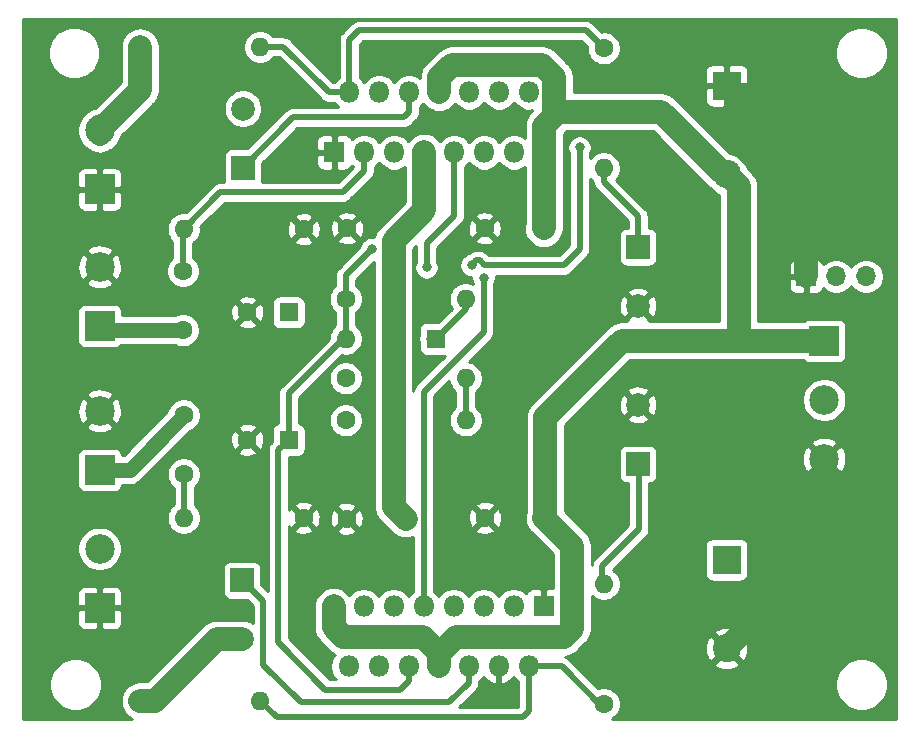
<source format=gbr>
G04 #@! TF.GenerationSoftware,KiCad,Pcbnew,(5.1.9-0-10_14)*
G04 #@! TF.CreationDate,2021-01-01T19:24:52-08:00*
G04 #@! TF.ProjectId,PedalBoardAmpSt,50656461-6c42-46f6-9172-64416d705374,rev?*
G04 #@! TF.SameCoordinates,Original*
G04 #@! TF.FileFunction,Copper,L2,Bot*
G04 #@! TF.FilePolarity,Positive*
%FSLAX46Y46*%
G04 Gerber Fmt 4.6, Leading zero omitted, Abs format (unit mm)*
G04 Created by KiCad (PCBNEW (5.1.9-0-10_14)) date 2021-01-01 19:24:52*
%MOMM*%
%LPD*%
G01*
G04 APERTURE LIST*
G04 #@! TA.AperFunction,ComponentPad*
%ADD10O,1.700000X1.700000*%
G04 #@! TD*
G04 #@! TA.AperFunction,ComponentPad*
%ADD11R,1.700000X1.700000*%
G04 #@! TD*
G04 #@! TA.AperFunction,ComponentPad*
%ADD12C,2.500000*%
G04 #@! TD*
G04 #@! TA.AperFunction,ComponentPad*
%ADD13R,2.500000X2.500000*%
G04 #@! TD*
G04 #@! TA.AperFunction,ComponentPad*
%ADD14C,2.000000*%
G04 #@! TD*
G04 #@! TA.AperFunction,ComponentPad*
%ADD15R,2.000000X2.000000*%
G04 #@! TD*
G04 #@! TA.AperFunction,ComponentPad*
%ADD16C,1.600000*%
G04 #@! TD*
G04 #@! TA.AperFunction,ComponentPad*
%ADD17R,1.600000X1.600000*%
G04 #@! TD*
G04 #@! TA.AperFunction,ComponentPad*
%ADD18O,1.600000X1.600000*%
G04 #@! TD*
G04 #@! TA.AperFunction,ComponentPad*
%ADD19O,1.800000X1.800000*%
G04 #@! TD*
G04 #@! TA.AperFunction,ComponentPad*
%ADD20R,1.800000X1.800000*%
G04 #@! TD*
G04 #@! TA.AperFunction,ComponentPad*
%ADD21C,2.400000*%
G04 #@! TD*
G04 #@! TA.AperFunction,ComponentPad*
%ADD22R,2.400000X2.400000*%
G04 #@! TD*
G04 #@! TA.AperFunction,ViaPad*
%ADD23C,0.800000*%
G04 #@! TD*
G04 #@! TA.AperFunction,Conductor*
%ADD24C,2.032000*%
G04 #@! TD*
G04 #@! TA.AperFunction,Conductor*
%ADD25C,0.508000*%
G04 #@! TD*
G04 #@! TA.AperFunction,Conductor*
%ADD26C,1.270000*%
G04 #@! TD*
G04 #@! TA.AperFunction,Conductor*
%ADD27C,0.254000*%
G04 #@! TD*
G04 #@! TA.AperFunction,Conductor*
%ADD28C,0.100000*%
G04 #@! TD*
G04 APERTURE END LIST*
D10*
X182245000Y-63500000D03*
X179705000Y-63500000D03*
D11*
X177165000Y-63500000D03*
D12*
X178689000Y-78961000D03*
X178689000Y-73961000D03*
D13*
X178689000Y-68961000D03*
D12*
X117348000Y-86567000D03*
D13*
X117348000Y-91567000D03*
D12*
X117348000Y-74883000D03*
D13*
X117348000Y-79883000D03*
D12*
X117348000Y-51134000D03*
D13*
X117348000Y-56134000D03*
D12*
X117348000Y-62691000D03*
D13*
X117348000Y-67691000D03*
D14*
X129413000Y-94234000D03*
D15*
X129413000Y-89234000D03*
D14*
X129476500Y-49292500D03*
D15*
X129476500Y-54292500D03*
D16*
X129850000Y-66548000D03*
D17*
X133350000Y-66548000D03*
D16*
X129850000Y-77343000D03*
D17*
X133350000Y-77343000D03*
D14*
X162941000Y-66023500D03*
D15*
X162941000Y-61023500D03*
D14*
X162941000Y-74375000D03*
D15*
X162941000Y-79375000D03*
D18*
X148336000Y-75692000D03*
D16*
X138176000Y-75692000D03*
X149987000Y-83947000D03*
X154987000Y-83947000D03*
D19*
X137156500Y-91443500D03*
X138426500Y-96523500D03*
X139696500Y-91443500D03*
X140966500Y-96523500D03*
X142236500Y-91443500D03*
X143506500Y-96523500D03*
X144776500Y-91443500D03*
X146046500Y-96523500D03*
X147316500Y-91443500D03*
X148586500Y-96523500D03*
X149856500Y-91443500D03*
X151126500Y-96523500D03*
X152396500Y-91443500D03*
X153666500Y-96523500D03*
D20*
X154936500Y-91443500D03*
D18*
X130937000Y-99441000D03*
D16*
X120777000Y-99441000D03*
D18*
X124460000Y-83947000D03*
D16*
X134620000Y-83947000D03*
D18*
X160020000Y-89535000D03*
D16*
X160020000Y-99695000D03*
X138256000Y-84010500D03*
X143256000Y-84010500D03*
X124460000Y-75264000D03*
X124460000Y-80264000D03*
D19*
X154990000Y-53000000D03*
X153720000Y-47920000D03*
X152450000Y-53000000D03*
X151180000Y-47920000D03*
X149910000Y-53000000D03*
X148640000Y-47920000D03*
X147370000Y-53000000D03*
X146100000Y-47920000D03*
X144830000Y-53000000D03*
X143560000Y-47920000D03*
X142290000Y-53000000D03*
X141020000Y-47920000D03*
X139750000Y-53000000D03*
X138480000Y-47920000D03*
D20*
X137210000Y-53000000D03*
D18*
X130937000Y-44069000D03*
D16*
X120777000Y-44069000D03*
D18*
X148336000Y-65405000D03*
D16*
X138176000Y-65405000D03*
D18*
X148336000Y-72136000D03*
D16*
X138176000Y-72136000D03*
D18*
X124460000Y-59499500D03*
D16*
X134620000Y-59499500D03*
D18*
X160020000Y-54356000D03*
D16*
X160020000Y-44196000D03*
D18*
X138176000Y-68770500D03*
D17*
X145796000Y-68770500D03*
D21*
X170434000Y-54871000D03*
D22*
X170434000Y-47371000D03*
D16*
X149940000Y-59436000D03*
X154940000Y-59436000D03*
D21*
X170434000Y-95003000D03*
D22*
X170434000Y-87503000D03*
D16*
X138303000Y-59436000D03*
X143303000Y-59436000D03*
X124396500Y-68055500D03*
X124396500Y-63055500D03*
D23*
X148844000Y-62547500D03*
X140398500Y-61185490D03*
X157988000Y-52578000D03*
X145034000Y-62738000D03*
X149860000Y-63627000D03*
D24*
X178689000Y-86748000D02*
X170434000Y-95003000D01*
X178689000Y-78961000D02*
X178689000Y-86748000D01*
X177165000Y-54102000D02*
X177165000Y-63500000D01*
X170434000Y-47371000D02*
X177165000Y-54102000D01*
D25*
X160020000Y-55499000D02*
X160020000Y-54356000D01*
X162941000Y-58420000D02*
X160020000Y-55499000D01*
X162941000Y-61023500D02*
X162941000Y-58420000D01*
X117395000Y-68055500D02*
X117348000Y-68008500D01*
D26*
X124396500Y-68055500D02*
X117395000Y-68055500D01*
D25*
X139750000Y-54560000D02*
X137922000Y-56388000D01*
X127571500Y-56388000D02*
X124460000Y-59499500D01*
X137922000Y-56388000D02*
X127571500Y-56388000D01*
X139750000Y-53000000D02*
X139750000Y-54560000D01*
X124396500Y-59563000D02*
X124460000Y-59499500D01*
X124396500Y-63055500D02*
X124396500Y-59563000D01*
X145859500Y-68770500D02*
X145224500Y-68770500D01*
X148336000Y-66294000D02*
X145859500Y-68770500D01*
X148336000Y-65405000D02*
X148336000Y-66294000D01*
X138480000Y-43511000D02*
X138480000Y-47920000D01*
X139319000Y-42672000D02*
X138480000Y-43511000D01*
X158496000Y-42672000D02*
X139319000Y-42672000D01*
X160020000Y-44196000D02*
X158496000Y-42672000D01*
X132905500Y-44069000D02*
X130937000Y-44069000D01*
X136756500Y-47920000D02*
X132905500Y-44069000D01*
X138480000Y-47920000D02*
X136756500Y-47920000D01*
X159893000Y-88011000D02*
X163004500Y-84899500D01*
X163004500Y-84899500D02*
X163004500Y-78994000D01*
X159893000Y-89535000D02*
X159893000Y-88011000D01*
D26*
X119904500Y-79883000D02*
X124523500Y-75264000D01*
X117348000Y-79883000D02*
X119904500Y-79883000D01*
D25*
X124523500Y-84010500D02*
X124523500Y-80264000D01*
X159893000Y-99949000D02*
X159893000Y-100012500D01*
X156467500Y-96523500D02*
X159893000Y-99949000D01*
X153666500Y-96523500D02*
X156467500Y-96523500D01*
X131000500Y-99504500D02*
X131000500Y-99631500D01*
X132334000Y-100838000D02*
X131000500Y-99504500D01*
X153162000Y-100838000D02*
X132334000Y-100838000D01*
X153666500Y-100333500D02*
X153162000Y-100838000D01*
X153666500Y-96523500D02*
X153666500Y-100333500D01*
D24*
X142240000Y-82994500D02*
X143256000Y-84010500D01*
X142240000Y-60499000D02*
X142240000Y-82994500D01*
X144830000Y-57909000D02*
X142240000Y-60499000D01*
X144830000Y-53000000D02*
X144830000Y-57909000D01*
X137156500Y-93214500D02*
X137156500Y-91443500D01*
X137985500Y-94043500D02*
X137156500Y-93214500D01*
X144716500Y-94043500D02*
X137985500Y-94043500D01*
X146046500Y-95373500D02*
X144716500Y-94043500D01*
X154990000Y-59386000D02*
X154940000Y-59436000D01*
X154990000Y-53000000D02*
X154990000Y-59386000D01*
X154990000Y-50771318D02*
X154990000Y-50898318D01*
X154990000Y-51279318D02*
X154990000Y-53000000D01*
X154990000Y-50898318D02*
X154990000Y-51279318D01*
X155836001Y-49925317D02*
X154990000Y-50771318D01*
X146100000Y-46647208D02*
X147154208Y-45593000D01*
X146100000Y-47920000D02*
X146100000Y-46647208D01*
X154813000Y-45593000D02*
X155836001Y-46616001D01*
X147154208Y-45593000D02*
X154813000Y-45593000D01*
D25*
X155836001Y-47886001D02*
X155829000Y-47879000D01*
D24*
X155829000Y-47879000D02*
X155836001Y-49925317D01*
X155836001Y-46616001D02*
X155836001Y-47886001D01*
X178689000Y-68961000D02*
X173228000Y-68961000D01*
X156196319Y-49564999D02*
X154990000Y-50771318D01*
X164880999Y-49564999D02*
X156196319Y-49564999D01*
X170187000Y-54871000D02*
X164880999Y-49564999D01*
X170434000Y-54871000D02*
X170187000Y-54871000D01*
X171450000Y-55887000D02*
X170434000Y-54871000D01*
X171450000Y-68961000D02*
X171450000Y-55887000D01*
X178689000Y-68961000D02*
X171450000Y-68961000D01*
X157353000Y-86313000D02*
X154987000Y-83947000D01*
X157353000Y-93345000D02*
X157353000Y-86313000D01*
X156654500Y-94043500D02*
X157353000Y-93345000D01*
X147510500Y-94043500D02*
X156654500Y-94043500D01*
X146046500Y-95507500D02*
X147510500Y-94043500D01*
X146046500Y-96523500D02*
X146046500Y-95507500D01*
X161544000Y-68961000D02*
X178689000Y-68961000D01*
X155067000Y-75438000D02*
X161544000Y-68961000D01*
X155067000Y-83867000D02*
X155067000Y-75438000D01*
X154987000Y-83947000D02*
X155067000Y-83867000D01*
D25*
X132461000Y-78232000D02*
X133350000Y-77343000D01*
X132461000Y-94488000D02*
X132461000Y-78232000D01*
X136461500Y-98488500D02*
X132461000Y-94488000D01*
X142811500Y-98488500D02*
X136461500Y-98488500D01*
X143506500Y-97793500D02*
X142811500Y-98488500D01*
X143506500Y-96523500D02*
X143506500Y-97793500D01*
X137985500Y-68770500D02*
X138176000Y-68770500D01*
X133350000Y-73406000D02*
X137985500Y-68770500D01*
X133350000Y-77343000D02*
X133350000Y-73406000D01*
X149517423Y-62147501D02*
X149917422Y-62547500D01*
X148844000Y-62547500D02*
X149243999Y-62147501D01*
X149243999Y-62147501D02*
X149517423Y-62147501D01*
X157988000Y-61214000D02*
X157988000Y-52578000D01*
X156654500Y-62547500D02*
X157988000Y-61214000D01*
X149917422Y-62547500D02*
X156654500Y-62547500D01*
X138176000Y-63407990D02*
X140398500Y-61185490D01*
X138176000Y-68770500D02*
X138176000Y-63407990D01*
X145034000Y-60706000D02*
X145034000Y-62738000D01*
X147370000Y-58370000D02*
X145034000Y-60706000D01*
X147370000Y-53000000D02*
X147370000Y-58370000D01*
X144776500Y-91443500D02*
X144776500Y-73282500D01*
X149860000Y-68199000D02*
X149860000Y-63627000D01*
X144776500Y-73282500D02*
X149860000Y-68199000D01*
D24*
X117411500Y-51388000D02*
X117348000Y-51451500D01*
X117411500Y-50800000D02*
X117411500Y-51388000D01*
X120777000Y-47705000D02*
X117348000Y-51134000D01*
X120777000Y-44069000D02*
X120777000Y-47705000D01*
D25*
X143560000Y-47920000D02*
X143560000Y-49607000D01*
X143129000Y-50038000D02*
X133731000Y-50038000D01*
X143560000Y-49607000D02*
X143129000Y-50038000D01*
X133731000Y-50038000D02*
X129476500Y-54292500D01*
D24*
X122047000Y-99441000D02*
X120777000Y-99441000D01*
X127254000Y-94234000D02*
X122047000Y-99441000D01*
X129413000Y-94234000D02*
X127254000Y-94234000D01*
D25*
X131191000Y-91012000D02*
X129413000Y-89234000D01*
X134366000Y-99568000D02*
X131191000Y-96393000D01*
X131191000Y-96393000D02*
X131191000Y-91012000D01*
X146939000Y-99568000D02*
X134366000Y-99568000D01*
X148586500Y-97920500D02*
X146939000Y-99568000D01*
X148586500Y-96523500D02*
X148586500Y-97920500D01*
X148336000Y-72199500D02*
X148336000Y-75692000D01*
D27*
X184760000Y-100940018D02*
X160738673Y-100940657D01*
X160934759Y-100809637D01*
X161134637Y-100609759D01*
X161291680Y-100374727D01*
X161399853Y-100113574D01*
X161455000Y-99836335D01*
X161455000Y-99553665D01*
X161399853Y-99276426D01*
X161291680Y-99015273D01*
X161134637Y-98780241D01*
X160934759Y-98580363D01*
X160699727Y-98423320D01*
X160438574Y-98315147D01*
X160161335Y-98260000D01*
X159878665Y-98260000D01*
X159601426Y-98315147D01*
X159541291Y-98340056D01*
X159025107Y-97823872D01*
X179629000Y-97823872D01*
X179629000Y-98264128D01*
X179714890Y-98695925D01*
X179883369Y-99102669D01*
X180127962Y-99468729D01*
X180439271Y-99780038D01*
X180805331Y-100024631D01*
X181212075Y-100193110D01*
X181643872Y-100279000D01*
X182084128Y-100279000D01*
X182515925Y-100193110D01*
X182922669Y-100024631D01*
X183288729Y-99780038D01*
X183600038Y-99468729D01*
X183844631Y-99102669D01*
X184013110Y-98695925D01*
X184099000Y-98264128D01*
X184099000Y-97823872D01*
X184013110Y-97392075D01*
X183844631Y-96985331D01*
X183600038Y-96619271D01*
X183288729Y-96307962D01*
X182922669Y-96063369D01*
X182515925Y-95894890D01*
X182084128Y-95809000D01*
X181643872Y-95809000D01*
X181212075Y-95894890D01*
X180805331Y-96063369D01*
X180439271Y-96307962D01*
X180127962Y-96619271D01*
X179883369Y-96985331D01*
X179714890Y-97392075D01*
X179629000Y-97823872D01*
X159025107Y-97823872D01*
X157482215Y-96280980D01*
X169335626Y-96280980D01*
X169455514Y-96565836D01*
X169779210Y-96726699D01*
X170128069Y-96821322D01*
X170488684Y-96846067D01*
X170847198Y-96799985D01*
X171189833Y-96684846D01*
X171412486Y-96565836D01*
X171532374Y-96280980D01*
X170434000Y-95182605D01*
X169335626Y-96280980D01*
X157482215Y-96280980D01*
X157126999Y-95925764D01*
X157099159Y-95891841D01*
X156963791Y-95780747D01*
X156809351Y-95698197D01*
X156782075Y-95689923D01*
X156978153Y-95670611D01*
X157289367Y-95576205D01*
X157576184Y-95422898D01*
X157827582Y-95216582D01*
X157879287Y-95153579D01*
X157975182Y-95057684D01*
X168590933Y-95057684D01*
X168637015Y-95416198D01*
X168752154Y-95758833D01*
X168871164Y-95981486D01*
X169156020Y-96101374D01*
X170254395Y-95003000D01*
X170613605Y-95003000D01*
X171711980Y-96101374D01*
X171996836Y-95981486D01*
X172157699Y-95657790D01*
X172252322Y-95308931D01*
X172277067Y-94948316D01*
X172230985Y-94589802D01*
X172115846Y-94247167D01*
X171996836Y-94024514D01*
X171711980Y-93904626D01*
X170613605Y-95003000D01*
X170254395Y-95003000D01*
X169156020Y-93904626D01*
X168871164Y-94024514D01*
X168710301Y-94348210D01*
X168615678Y-94697069D01*
X168590933Y-95057684D01*
X157975182Y-95057684D01*
X158463080Y-94569786D01*
X158526082Y-94518082D01*
X158732398Y-94266684D01*
X158885705Y-93979867D01*
X158963012Y-93725020D01*
X169335626Y-93725020D01*
X170434000Y-94823395D01*
X171532374Y-93725020D01*
X171412486Y-93440164D01*
X171088790Y-93279301D01*
X170739931Y-93184678D01*
X170379316Y-93159933D01*
X170020802Y-93206015D01*
X169678167Y-93321154D01*
X169455514Y-93440164D01*
X169335626Y-93725020D01*
X158963012Y-93725020D01*
X158980111Y-93668653D01*
X159004000Y-93426104D01*
X159004000Y-93426102D01*
X159011988Y-93345001D01*
X159004000Y-93263900D01*
X159004000Y-90548396D01*
X159105241Y-90649637D01*
X159340273Y-90806680D01*
X159601426Y-90914853D01*
X159878665Y-90970000D01*
X160161335Y-90970000D01*
X160438574Y-90914853D01*
X160699727Y-90806680D01*
X160934759Y-90649637D01*
X161134637Y-90449759D01*
X161291680Y-90214727D01*
X161399853Y-89953574D01*
X161455000Y-89676335D01*
X161455000Y-89393665D01*
X161399853Y-89116426D01*
X161291680Y-88855273D01*
X161134637Y-88620241D01*
X160934759Y-88420363D01*
X160818532Y-88342703D01*
X162858235Y-86303000D01*
X168595928Y-86303000D01*
X168595928Y-88703000D01*
X168608188Y-88827482D01*
X168644498Y-88947180D01*
X168703463Y-89057494D01*
X168782815Y-89154185D01*
X168879506Y-89233537D01*
X168989820Y-89292502D01*
X169109518Y-89328812D01*
X169234000Y-89341072D01*
X171634000Y-89341072D01*
X171758482Y-89328812D01*
X171878180Y-89292502D01*
X171988494Y-89233537D01*
X172085185Y-89154185D01*
X172164537Y-89057494D01*
X172223502Y-88947180D01*
X172259812Y-88827482D01*
X172272072Y-88703000D01*
X172272072Y-86303000D01*
X172259812Y-86178518D01*
X172223502Y-86058820D01*
X172164537Y-85948506D01*
X172085185Y-85851815D01*
X171988494Y-85772463D01*
X171878180Y-85713498D01*
X171758482Y-85677188D01*
X171634000Y-85664928D01*
X169234000Y-85664928D01*
X169109518Y-85677188D01*
X168989820Y-85713498D01*
X168879506Y-85772463D01*
X168782815Y-85851815D01*
X168703463Y-85948506D01*
X168644498Y-86058820D01*
X168608188Y-86178518D01*
X168595928Y-86303000D01*
X162858235Y-86303000D01*
X163602243Y-85558993D01*
X163636159Y-85531159D01*
X163747253Y-85395791D01*
X163829803Y-85241351D01*
X163860572Y-85139918D01*
X163880636Y-85073776D01*
X163890159Y-84977084D01*
X163893500Y-84943167D01*
X163893500Y-84943161D01*
X163897800Y-84899501D01*
X163893500Y-84855841D01*
X163893500Y-81013072D01*
X163941000Y-81013072D01*
X164065482Y-81000812D01*
X164185180Y-80964502D01*
X164295494Y-80905537D01*
X164392185Y-80826185D01*
X164471537Y-80729494D01*
X164530502Y-80619180D01*
X164566812Y-80499482D01*
X164579072Y-80375000D01*
X164579072Y-80274605D01*
X177555000Y-80274605D01*
X177680914Y-80564577D01*
X178013126Y-80730433D01*
X178371312Y-80828290D01*
X178741706Y-80854389D01*
X179110075Y-80807725D01*
X179462262Y-80690094D01*
X179697086Y-80564577D01*
X179823000Y-80274605D01*
X178689000Y-79140605D01*
X177555000Y-80274605D01*
X164579072Y-80274605D01*
X164579072Y-79013706D01*
X176795611Y-79013706D01*
X176842275Y-79382075D01*
X176959906Y-79734262D01*
X177085423Y-79969086D01*
X177375395Y-80095000D01*
X178509395Y-78961000D01*
X178868605Y-78961000D01*
X180002605Y-80095000D01*
X180292577Y-79969086D01*
X180458433Y-79636874D01*
X180556290Y-79278688D01*
X180582389Y-78908294D01*
X180535725Y-78539925D01*
X180418094Y-78187738D01*
X180292577Y-77952914D01*
X180002605Y-77827000D01*
X178868605Y-78961000D01*
X178509395Y-78961000D01*
X177375395Y-77827000D01*
X177085423Y-77952914D01*
X176919567Y-78285126D01*
X176821710Y-78643312D01*
X176795611Y-79013706D01*
X164579072Y-79013706D01*
X164579072Y-78375000D01*
X164566812Y-78250518D01*
X164530502Y-78130820D01*
X164471537Y-78020506D01*
X164392185Y-77923815D01*
X164295494Y-77844463D01*
X164185180Y-77785498D01*
X164065482Y-77749188D01*
X163941000Y-77736928D01*
X161941000Y-77736928D01*
X161816518Y-77749188D01*
X161696820Y-77785498D01*
X161586506Y-77844463D01*
X161489815Y-77923815D01*
X161410463Y-78020506D01*
X161351498Y-78130820D01*
X161315188Y-78250518D01*
X161302928Y-78375000D01*
X161302928Y-80375000D01*
X161315188Y-80499482D01*
X161351498Y-80619180D01*
X161410463Y-80729494D01*
X161489815Y-80826185D01*
X161586506Y-80905537D01*
X161696820Y-80964502D01*
X161816518Y-81000812D01*
X161941000Y-81013072D01*
X162115501Y-81013072D01*
X162115500Y-84531264D01*
X159295259Y-87351506D01*
X159261342Y-87379341D01*
X159233507Y-87413258D01*
X159233505Y-87413260D01*
X159150248Y-87514709D01*
X159067698Y-87669148D01*
X159016864Y-87836726D01*
X159004000Y-87967340D01*
X159004000Y-86394100D01*
X159011988Y-86312999D01*
X159004000Y-86231896D01*
X158980111Y-85989347D01*
X158885705Y-85678133D01*
X158787343Y-85494111D01*
X158732398Y-85391315D01*
X158577782Y-85202915D01*
X158526082Y-85139918D01*
X158463084Y-85088218D01*
X156718000Y-83343134D01*
X156718000Y-77647395D01*
X177555000Y-77647395D01*
X178689000Y-78781395D01*
X179823000Y-77647395D01*
X179697086Y-77357423D01*
X179364874Y-77191567D01*
X179006688Y-77093710D01*
X178636294Y-77067611D01*
X178267925Y-77114275D01*
X177915738Y-77231906D01*
X177680914Y-77357423D01*
X177555000Y-77647395D01*
X156718000Y-77647395D01*
X156718000Y-76121866D01*
X157329453Y-75510413D01*
X161985192Y-75510413D01*
X162080956Y-75774814D01*
X162370571Y-75915704D01*
X162682108Y-75997384D01*
X163003595Y-76016718D01*
X163322675Y-75972961D01*
X163627088Y-75867795D01*
X163801044Y-75774814D01*
X163896808Y-75510413D01*
X162941000Y-74554605D01*
X161985192Y-75510413D01*
X157329453Y-75510413D01*
X158402271Y-74437595D01*
X161299282Y-74437595D01*
X161343039Y-74756675D01*
X161448205Y-75061088D01*
X161541186Y-75235044D01*
X161805587Y-75330808D01*
X162761395Y-74375000D01*
X163120605Y-74375000D01*
X164076413Y-75330808D01*
X164340814Y-75235044D01*
X164481704Y-74945429D01*
X164563384Y-74633892D01*
X164582718Y-74312405D01*
X164538961Y-73993325D01*
X164463655Y-73775344D01*
X176804000Y-73775344D01*
X176804000Y-74146656D01*
X176876439Y-74510834D01*
X177018534Y-74853882D01*
X177224825Y-75162618D01*
X177487382Y-75425175D01*
X177796118Y-75631466D01*
X178139166Y-75773561D01*
X178503344Y-75846000D01*
X178874656Y-75846000D01*
X179238834Y-75773561D01*
X179581882Y-75631466D01*
X179890618Y-75425175D01*
X180153175Y-75162618D01*
X180359466Y-74853882D01*
X180501561Y-74510834D01*
X180574000Y-74146656D01*
X180574000Y-73775344D01*
X180501561Y-73411166D01*
X180359466Y-73068118D01*
X180153175Y-72759382D01*
X179890618Y-72496825D01*
X179581882Y-72290534D01*
X179238834Y-72148439D01*
X178874656Y-72076000D01*
X178503344Y-72076000D01*
X178139166Y-72148439D01*
X177796118Y-72290534D01*
X177487382Y-72496825D01*
X177224825Y-72759382D01*
X177018534Y-73068118D01*
X176876439Y-73411166D01*
X176804000Y-73775344D01*
X164463655Y-73775344D01*
X164433795Y-73688912D01*
X164340814Y-73514956D01*
X164076413Y-73419192D01*
X163120605Y-74375000D01*
X162761395Y-74375000D01*
X161805587Y-73419192D01*
X161541186Y-73514956D01*
X161400296Y-73804571D01*
X161318616Y-74116108D01*
X161299282Y-74437595D01*
X158402271Y-74437595D01*
X159600279Y-73239587D01*
X161985192Y-73239587D01*
X162941000Y-74195395D01*
X163896808Y-73239587D01*
X163801044Y-72975186D01*
X163511429Y-72834296D01*
X163199892Y-72752616D01*
X162878405Y-72733282D01*
X162559325Y-72777039D01*
X162254912Y-72882205D01*
X162080956Y-72975186D01*
X161985192Y-73239587D01*
X159600279Y-73239587D01*
X162227867Y-70612000D01*
X171368896Y-70612000D01*
X171450000Y-70619988D01*
X171531103Y-70612000D01*
X176946629Y-70612000D01*
X176987815Y-70662185D01*
X177084506Y-70741537D01*
X177194820Y-70800502D01*
X177314518Y-70836812D01*
X177439000Y-70849072D01*
X179939000Y-70849072D01*
X180063482Y-70836812D01*
X180183180Y-70800502D01*
X180293494Y-70741537D01*
X180390185Y-70662185D01*
X180469537Y-70565494D01*
X180528502Y-70455180D01*
X180564812Y-70335482D01*
X180577072Y-70211000D01*
X180577072Y-67711000D01*
X180564812Y-67586518D01*
X180528502Y-67466820D01*
X180469537Y-67356506D01*
X180390185Y-67259815D01*
X180293494Y-67180463D01*
X180183180Y-67121498D01*
X180063482Y-67085188D01*
X179939000Y-67072928D01*
X177439000Y-67072928D01*
X177314518Y-67085188D01*
X177194820Y-67121498D01*
X177084506Y-67180463D01*
X176987815Y-67259815D01*
X176946629Y-67310000D01*
X173101000Y-67310000D01*
X173101000Y-64350000D01*
X175676928Y-64350000D01*
X175689188Y-64474482D01*
X175725498Y-64594180D01*
X175784463Y-64704494D01*
X175863815Y-64801185D01*
X175960506Y-64880537D01*
X176070820Y-64939502D01*
X176190518Y-64975812D01*
X176315000Y-64988072D01*
X176879250Y-64985000D01*
X177038000Y-64826250D01*
X177038000Y-63627000D01*
X175838750Y-63627000D01*
X175680000Y-63785750D01*
X175676928Y-64350000D01*
X173101000Y-64350000D01*
X173101000Y-62650000D01*
X175676928Y-62650000D01*
X175680000Y-63214250D01*
X175838750Y-63373000D01*
X177038000Y-63373000D01*
X177038000Y-62173750D01*
X177292000Y-62173750D01*
X177292000Y-63373000D01*
X177312000Y-63373000D01*
X177312000Y-63627000D01*
X177292000Y-63627000D01*
X177292000Y-64826250D01*
X177450750Y-64985000D01*
X178015000Y-64988072D01*
X178139482Y-64975812D01*
X178259180Y-64939502D01*
X178369494Y-64880537D01*
X178466185Y-64801185D01*
X178545537Y-64704494D01*
X178604502Y-64594180D01*
X178626513Y-64521620D01*
X178758368Y-64653475D01*
X179001589Y-64815990D01*
X179271842Y-64927932D01*
X179558740Y-64985000D01*
X179851260Y-64985000D01*
X180138158Y-64927932D01*
X180408411Y-64815990D01*
X180651632Y-64653475D01*
X180858475Y-64446632D01*
X180975000Y-64272240D01*
X181091525Y-64446632D01*
X181298368Y-64653475D01*
X181541589Y-64815990D01*
X181811842Y-64927932D01*
X182098740Y-64985000D01*
X182391260Y-64985000D01*
X182678158Y-64927932D01*
X182948411Y-64815990D01*
X183191632Y-64653475D01*
X183398475Y-64446632D01*
X183560990Y-64203411D01*
X183672932Y-63933158D01*
X183730000Y-63646260D01*
X183730000Y-63353740D01*
X183672932Y-63066842D01*
X183560990Y-62796589D01*
X183398475Y-62553368D01*
X183191632Y-62346525D01*
X182948411Y-62184010D01*
X182678158Y-62072068D01*
X182391260Y-62015000D01*
X182098740Y-62015000D01*
X181811842Y-62072068D01*
X181541589Y-62184010D01*
X181298368Y-62346525D01*
X181091525Y-62553368D01*
X180975000Y-62727760D01*
X180858475Y-62553368D01*
X180651632Y-62346525D01*
X180408411Y-62184010D01*
X180138158Y-62072068D01*
X179851260Y-62015000D01*
X179558740Y-62015000D01*
X179271842Y-62072068D01*
X179001589Y-62184010D01*
X178758368Y-62346525D01*
X178626513Y-62478380D01*
X178604502Y-62405820D01*
X178545537Y-62295506D01*
X178466185Y-62198815D01*
X178369494Y-62119463D01*
X178259180Y-62060498D01*
X178139482Y-62024188D01*
X178015000Y-62011928D01*
X177450750Y-62015000D01*
X177292000Y-62173750D01*
X177038000Y-62173750D01*
X176879250Y-62015000D01*
X176315000Y-62011928D01*
X176190518Y-62024188D01*
X176070820Y-62060498D01*
X175960506Y-62119463D01*
X175863815Y-62198815D01*
X175784463Y-62295506D01*
X175725498Y-62405820D01*
X175689188Y-62525518D01*
X175676928Y-62650000D01*
X173101000Y-62650000D01*
X173101000Y-55968101D01*
X173108988Y-55887000D01*
X173101000Y-55805896D01*
X173077111Y-55563347D01*
X172982705Y-55252133D01*
X172829398Y-54965316D01*
X172623082Y-54713918D01*
X172560079Y-54662213D01*
X172173639Y-54275773D01*
X172060156Y-54001801D01*
X171859338Y-53701256D01*
X171603744Y-53445662D01*
X171303199Y-53244844D01*
X170969250Y-53106518D01*
X170704777Y-53053911D01*
X166221866Y-48571000D01*
X168595928Y-48571000D01*
X168608188Y-48695482D01*
X168644498Y-48815180D01*
X168703463Y-48925494D01*
X168782815Y-49022185D01*
X168879506Y-49101537D01*
X168989820Y-49160502D01*
X169109518Y-49196812D01*
X169234000Y-49209072D01*
X170148250Y-49206000D01*
X170307000Y-49047250D01*
X170307000Y-47498000D01*
X170561000Y-47498000D01*
X170561000Y-49047250D01*
X170719750Y-49206000D01*
X171634000Y-49209072D01*
X171758482Y-49196812D01*
X171878180Y-49160502D01*
X171988494Y-49101537D01*
X172085185Y-49022185D01*
X172164537Y-48925494D01*
X172223502Y-48815180D01*
X172259812Y-48695482D01*
X172272072Y-48571000D01*
X172269000Y-47656750D01*
X172110250Y-47498000D01*
X170561000Y-47498000D01*
X170307000Y-47498000D01*
X168757750Y-47498000D01*
X168599000Y-47656750D01*
X168595928Y-48571000D01*
X166221866Y-48571000D01*
X166105786Y-48454920D01*
X166054081Y-48391917D01*
X165802683Y-48185601D01*
X165515866Y-48032294D01*
X165204652Y-47937888D01*
X164962103Y-47913999D01*
X164962100Y-47913999D01*
X164880999Y-47906011D01*
X164799898Y-47913999D01*
X157487001Y-47913999D01*
X157487001Y-46697102D01*
X157494989Y-46616001D01*
X157487001Y-46534897D01*
X157463112Y-46292348D01*
X157426302Y-46171000D01*
X168595928Y-46171000D01*
X168599000Y-47085250D01*
X168757750Y-47244000D01*
X170307000Y-47244000D01*
X170307000Y-45694750D01*
X170561000Y-45694750D01*
X170561000Y-47244000D01*
X172110250Y-47244000D01*
X172269000Y-47085250D01*
X172272072Y-46171000D01*
X172259812Y-46046518D01*
X172223502Y-45926820D01*
X172164537Y-45816506D01*
X172085185Y-45719815D01*
X171988494Y-45640463D01*
X171878180Y-45581498D01*
X171758482Y-45545188D01*
X171634000Y-45532928D01*
X170719750Y-45536000D01*
X170561000Y-45694750D01*
X170307000Y-45694750D01*
X170148250Y-45536000D01*
X169234000Y-45532928D01*
X169109518Y-45545188D01*
X168989820Y-45581498D01*
X168879506Y-45640463D01*
X168782815Y-45719815D01*
X168703463Y-45816506D01*
X168644498Y-45926820D01*
X168608188Y-46046518D01*
X168595928Y-46171000D01*
X157426302Y-46171000D01*
X157368706Y-45981134D01*
X157215399Y-45694317D01*
X157009083Y-45442919D01*
X156946081Y-45391215D01*
X156037787Y-44482921D01*
X155986082Y-44419918D01*
X155734684Y-44213602D01*
X155447867Y-44060295D01*
X155136653Y-43965889D01*
X154894104Y-43942000D01*
X154894101Y-43942000D01*
X154813000Y-43934012D01*
X154731899Y-43942000D01*
X147235308Y-43942000D01*
X147154207Y-43934012D01*
X147073106Y-43942000D01*
X147073104Y-43942000D01*
X146830555Y-43965889D01*
X146519341Y-44060295D01*
X146385830Y-44131658D01*
X146232523Y-44213602D01*
X146141083Y-44288645D01*
X145981126Y-44419918D01*
X145929421Y-44482921D01*
X144989916Y-45422426D01*
X144926919Y-45474126D01*
X144875219Y-45537123D01*
X144875218Y-45537124D01*
X144720602Y-45725525D01*
X144583976Y-45981135D01*
X144567296Y-46012341D01*
X144472889Y-46323555D01*
X144452367Y-46531919D01*
X144441012Y-46647208D01*
X144442629Y-46663626D01*
X144287095Y-46559701D01*
X144007743Y-46443989D01*
X143711184Y-46385000D01*
X143408816Y-46385000D01*
X143112257Y-46443989D01*
X142832905Y-46559701D01*
X142581495Y-46727688D01*
X142367688Y-46941495D01*
X142290000Y-47057763D01*
X142212312Y-46941495D01*
X141998505Y-46727688D01*
X141747095Y-46559701D01*
X141467743Y-46443989D01*
X141171184Y-46385000D01*
X140868816Y-46385000D01*
X140572257Y-46443989D01*
X140292905Y-46559701D01*
X140041495Y-46727688D01*
X139827688Y-46941495D01*
X139750000Y-47057763D01*
X139672312Y-46941495D01*
X139458505Y-46727688D01*
X139369000Y-46667883D01*
X139369000Y-43879235D01*
X139687236Y-43561000D01*
X158127765Y-43561000D01*
X158591044Y-44024280D01*
X158585000Y-44054665D01*
X158585000Y-44337335D01*
X158640147Y-44614574D01*
X158748320Y-44875727D01*
X158905363Y-45110759D01*
X159105241Y-45310637D01*
X159340273Y-45467680D01*
X159601426Y-45575853D01*
X159878665Y-45631000D01*
X160161335Y-45631000D01*
X160438574Y-45575853D01*
X160699727Y-45467680D01*
X160934759Y-45310637D01*
X161134637Y-45110759D01*
X161291680Y-44875727D01*
X161399853Y-44614574D01*
X161451113Y-44356872D01*
X179629000Y-44356872D01*
X179629000Y-44797128D01*
X179714890Y-45228925D01*
X179883369Y-45635669D01*
X180127962Y-46001729D01*
X180439271Y-46313038D01*
X180805331Y-46557631D01*
X181212075Y-46726110D01*
X181643872Y-46812000D01*
X182084128Y-46812000D01*
X182515925Y-46726110D01*
X182922669Y-46557631D01*
X183288729Y-46313038D01*
X183600038Y-46001729D01*
X183844631Y-45635669D01*
X184013110Y-45228925D01*
X184099000Y-44797128D01*
X184099000Y-44356872D01*
X184013110Y-43925075D01*
X183844631Y-43518331D01*
X183600038Y-43152271D01*
X183288729Y-42840962D01*
X182922669Y-42596369D01*
X182515925Y-42427890D01*
X182084128Y-42342000D01*
X181643872Y-42342000D01*
X181212075Y-42427890D01*
X180805331Y-42596369D01*
X180439271Y-42840962D01*
X180127962Y-43152271D01*
X179883369Y-43518331D01*
X179714890Y-43925075D01*
X179629000Y-44356872D01*
X161451113Y-44356872D01*
X161455000Y-44337335D01*
X161455000Y-44054665D01*
X161399853Y-43777426D01*
X161291680Y-43516273D01*
X161134637Y-43281241D01*
X160934759Y-43081363D01*
X160699727Y-42924320D01*
X160438574Y-42816147D01*
X160161335Y-42761000D01*
X159878665Y-42761000D01*
X159848280Y-42767044D01*
X159155499Y-42074264D01*
X159127659Y-42040341D01*
X158992291Y-41929247D01*
X158837851Y-41846697D01*
X158670274Y-41795864D01*
X158539667Y-41783000D01*
X158539660Y-41783000D01*
X158496000Y-41778700D01*
X158452340Y-41783000D01*
X139362659Y-41783000D01*
X139318999Y-41778700D01*
X139275339Y-41783000D01*
X139275333Y-41783000D01*
X139177924Y-41792594D01*
X139144724Y-41795864D01*
X139043058Y-41826704D01*
X138977149Y-41846697D01*
X138822709Y-41929247D01*
X138687341Y-42040341D01*
X138659505Y-42074259D01*
X137882263Y-42851501D01*
X137848341Y-42879341D01*
X137737248Y-43014709D01*
X137654698Y-43169148D01*
X137607043Y-43326248D01*
X137603864Y-43336727D01*
X137591000Y-43467334D01*
X137591000Y-43467340D01*
X137586700Y-43511000D01*
X137591000Y-43554660D01*
X137591001Y-46667882D01*
X137501495Y-46727688D01*
X137287688Y-46941495D01*
X137227883Y-47031000D01*
X137124735Y-47031000D01*
X133564999Y-43471264D01*
X133537159Y-43437341D01*
X133401791Y-43326247D01*
X133247351Y-43243697D01*
X133079774Y-43192864D01*
X132949167Y-43180000D01*
X132949160Y-43180000D01*
X132905500Y-43175700D01*
X132861840Y-43180000D01*
X132068849Y-43180000D01*
X132051637Y-43154241D01*
X131851759Y-42954363D01*
X131616727Y-42797320D01*
X131355574Y-42689147D01*
X131078335Y-42634000D01*
X130795665Y-42634000D01*
X130518426Y-42689147D01*
X130257273Y-42797320D01*
X130022241Y-42954363D01*
X129822363Y-43154241D01*
X129665320Y-43389273D01*
X129557147Y-43650426D01*
X129502000Y-43927665D01*
X129502000Y-44210335D01*
X129557147Y-44487574D01*
X129665320Y-44748727D01*
X129822363Y-44983759D01*
X130022241Y-45183637D01*
X130257273Y-45340680D01*
X130518426Y-45448853D01*
X130795665Y-45504000D01*
X131078335Y-45504000D01*
X131355574Y-45448853D01*
X131616727Y-45340680D01*
X131851759Y-45183637D01*
X132051637Y-44983759D01*
X132068849Y-44958000D01*
X132537265Y-44958000D01*
X136097001Y-48517736D01*
X136124841Y-48551659D01*
X136260209Y-48662753D01*
X136414649Y-48745303D01*
X136470144Y-48762137D01*
X136582224Y-48796136D01*
X136615424Y-48799406D01*
X136712833Y-48809000D01*
X136712839Y-48809000D01*
X136756499Y-48813300D01*
X136800159Y-48809000D01*
X137227883Y-48809000D01*
X137287688Y-48898505D01*
X137501495Y-49112312D01*
X137556402Y-49149000D01*
X133774668Y-49149000D01*
X133731000Y-49144699D01*
X133556725Y-49161864D01*
X133505892Y-49177284D01*
X133389149Y-49212697D01*
X133234709Y-49295247D01*
X133099341Y-49406341D01*
X133071506Y-49440258D01*
X129857337Y-52654428D01*
X128476500Y-52654428D01*
X128352018Y-52666688D01*
X128232320Y-52702998D01*
X128122006Y-52761963D01*
X128025315Y-52841315D01*
X127945963Y-52938006D01*
X127886998Y-53048320D01*
X127850688Y-53168018D01*
X127838428Y-53292500D01*
X127838428Y-55292500D01*
X127850688Y-55416982D01*
X127875568Y-55499000D01*
X127615159Y-55499000D01*
X127571499Y-55494700D01*
X127527839Y-55499000D01*
X127527833Y-55499000D01*
X127430424Y-55508594D01*
X127397224Y-55511864D01*
X127315417Y-55536680D01*
X127229649Y-55562697D01*
X127075209Y-55645247D01*
X126939841Y-55756341D01*
X126912006Y-55790258D01*
X124631721Y-58070544D01*
X124601335Y-58064500D01*
X124318665Y-58064500D01*
X124041426Y-58119647D01*
X123780273Y-58227820D01*
X123545241Y-58384863D01*
X123345363Y-58584741D01*
X123188320Y-58819773D01*
X123080147Y-59080926D01*
X123025000Y-59358165D01*
X123025000Y-59640835D01*
X123080147Y-59918074D01*
X123188320Y-60179227D01*
X123345363Y-60414259D01*
X123507501Y-60576397D01*
X123507500Y-61923651D01*
X123481741Y-61940863D01*
X123281863Y-62140741D01*
X123124820Y-62375773D01*
X123016647Y-62636926D01*
X122961500Y-62914165D01*
X122961500Y-63196835D01*
X123016647Y-63474074D01*
X123124820Y-63735227D01*
X123281863Y-63970259D01*
X123481741Y-64170137D01*
X123716773Y-64327180D01*
X123977926Y-64435353D01*
X124255165Y-64490500D01*
X124537835Y-64490500D01*
X124815074Y-64435353D01*
X125076227Y-64327180D01*
X125311259Y-64170137D01*
X125511137Y-63970259D01*
X125668180Y-63735227D01*
X125776353Y-63474074D01*
X125831500Y-63196835D01*
X125831500Y-62914165D01*
X125776353Y-62636926D01*
X125668180Y-62375773D01*
X125511137Y-62140741D01*
X125311259Y-61940863D01*
X125285500Y-61923651D01*
X125285500Y-60673778D01*
X125374759Y-60614137D01*
X125496694Y-60492202D01*
X133806903Y-60492202D01*
X133878486Y-60736171D01*
X134133996Y-60857071D01*
X134408184Y-60925800D01*
X134690512Y-60939717D01*
X134970130Y-60898287D01*
X135236292Y-60803103D01*
X135361514Y-60736171D01*
X135433097Y-60492202D01*
X135369597Y-60428702D01*
X137489903Y-60428702D01*
X137561486Y-60672671D01*
X137816996Y-60793571D01*
X138091184Y-60862300D01*
X138373512Y-60876217D01*
X138653130Y-60834787D01*
X138919292Y-60739603D01*
X139044514Y-60672671D01*
X139116097Y-60428702D01*
X138303000Y-59615605D01*
X137489903Y-60428702D01*
X135369597Y-60428702D01*
X134620000Y-59679105D01*
X133806903Y-60492202D01*
X125496694Y-60492202D01*
X125574637Y-60414259D01*
X125731680Y-60179227D01*
X125839853Y-59918074D01*
X125895000Y-59640835D01*
X125895000Y-59570012D01*
X133179783Y-59570012D01*
X133221213Y-59849630D01*
X133316397Y-60115792D01*
X133383329Y-60241014D01*
X133627298Y-60312597D01*
X134440395Y-59499500D01*
X134799605Y-59499500D01*
X135612702Y-60312597D01*
X135856671Y-60241014D01*
X135977571Y-59985504D01*
X136046300Y-59711316D01*
X136056395Y-59506512D01*
X136862783Y-59506512D01*
X136904213Y-59786130D01*
X136999397Y-60052292D01*
X137066329Y-60177514D01*
X137310298Y-60249097D01*
X138123395Y-59436000D01*
X138482605Y-59436000D01*
X139295702Y-60249097D01*
X139539671Y-60177514D01*
X139660571Y-59922004D01*
X139729300Y-59647816D01*
X139743217Y-59365488D01*
X139701787Y-59085870D01*
X139606603Y-58819708D01*
X139539671Y-58694486D01*
X139295702Y-58622903D01*
X138482605Y-59436000D01*
X138123395Y-59436000D01*
X137310298Y-58622903D01*
X137066329Y-58694486D01*
X136945429Y-58949996D01*
X136876700Y-59224184D01*
X136862783Y-59506512D01*
X136056395Y-59506512D01*
X136060217Y-59428988D01*
X136018787Y-59149370D01*
X135923603Y-58883208D01*
X135856671Y-58757986D01*
X135612702Y-58686403D01*
X134799605Y-59499500D01*
X134440395Y-59499500D01*
X133627298Y-58686403D01*
X133383329Y-58757986D01*
X133262429Y-59013496D01*
X133193700Y-59287684D01*
X133179783Y-59570012D01*
X125895000Y-59570012D01*
X125895000Y-59358165D01*
X125888956Y-59327779D01*
X126709937Y-58506798D01*
X133806903Y-58506798D01*
X134620000Y-59319895D01*
X135433097Y-58506798D01*
X135414466Y-58443298D01*
X137489903Y-58443298D01*
X138303000Y-59256395D01*
X139116097Y-58443298D01*
X139044514Y-58199329D01*
X138789004Y-58078429D01*
X138514816Y-58009700D01*
X138232488Y-57995783D01*
X137952870Y-58037213D01*
X137686708Y-58132397D01*
X137561486Y-58199329D01*
X137489903Y-58443298D01*
X135414466Y-58443298D01*
X135361514Y-58262829D01*
X135106004Y-58141929D01*
X134831816Y-58073200D01*
X134549488Y-58059283D01*
X134269870Y-58100713D01*
X134003708Y-58195897D01*
X133878486Y-58262829D01*
X133806903Y-58506798D01*
X126709937Y-58506798D01*
X127939736Y-57277000D01*
X137878340Y-57277000D01*
X137922000Y-57281300D01*
X137965660Y-57277000D01*
X137965667Y-57277000D01*
X138096274Y-57264136D01*
X138263851Y-57213303D01*
X138418291Y-57130753D01*
X138553659Y-57019659D01*
X138581499Y-56985736D01*
X140347736Y-55219499D01*
X140381659Y-55191659D01*
X140492753Y-55056291D01*
X140575303Y-54901851D01*
X140613201Y-54776916D01*
X140626136Y-54734276D01*
X140635439Y-54639820D01*
X140639000Y-54603667D01*
X140639000Y-54603661D01*
X140643300Y-54560001D01*
X140639000Y-54516341D01*
X140639000Y-54252117D01*
X140728505Y-54192312D01*
X140942312Y-53978505D01*
X141020000Y-53862237D01*
X141097688Y-53978505D01*
X141311495Y-54192312D01*
X141562905Y-54360299D01*
X141842257Y-54476011D01*
X142138816Y-54535000D01*
X142441184Y-54535000D01*
X142737743Y-54476011D01*
X143017095Y-54360299D01*
X143179000Y-54252117D01*
X143179001Y-57225132D01*
X141129921Y-59274213D01*
X141066918Y-59325918D01*
X140860602Y-59577317D01*
X140707295Y-59864134D01*
X140613601Y-60172999D01*
X140500439Y-60150490D01*
X140296561Y-60150490D01*
X140096602Y-60190264D01*
X139908244Y-60268285D01*
X139738726Y-60381553D01*
X139594563Y-60525716D01*
X139481295Y-60695234D01*
X139403274Y-60883592D01*
X139393370Y-60933384D01*
X137578259Y-62748496D01*
X137544342Y-62776331D01*
X137516507Y-62810248D01*
X137516505Y-62810250D01*
X137433248Y-62911699D01*
X137350698Y-63066138D01*
X137299864Y-63233716D01*
X137282700Y-63407990D01*
X137287001Y-63451660D01*
X137287001Y-64273151D01*
X137261241Y-64290363D01*
X137061363Y-64490241D01*
X136904320Y-64725273D01*
X136796147Y-64986426D01*
X136741000Y-65263665D01*
X136741000Y-65546335D01*
X136796147Y-65823574D01*
X136904320Y-66084727D01*
X137061363Y-66319759D01*
X137261241Y-66519637D01*
X137287000Y-66536849D01*
X137287000Y-67638651D01*
X137261241Y-67655863D01*
X137061363Y-67855741D01*
X136904320Y-68090773D01*
X136796147Y-68351926D01*
X136741000Y-68629165D01*
X136741000Y-68757764D01*
X132752259Y-72746506D01*
X132718342Y-72774341D01*
X132690507Y-72808258D01*
X132690505Y-72808260D01*
X132607248Y-72909709D01*
X132524698Y-73064148D01*
X132473864Y-73231726D01*
X132456700Y-73406000D01*
X132461001Y-73449670D01*
X132461000Y-75913693D01*
X132425518Y-75917188D01*
X132305820Y-75953498D01*
X132195506Y-76012463D01*
X132098815Y-76091815D01*
X132019463Y-76188506D01*
X131960498Y-76298820D01*
X131924188Y-76418518D01*
X131911928Y-76543000D01*
X131911928Y-77523837D01*
X131863259Y-77572506D01*
X131829342Y-77600341D01*
X131801507Y-77634258D01*
X131801505Y-77634260D01*
X131718248Y-77735709D01*
X131635698Y-77890148D01*
X131584864Y-78057726D01*
X131567700Y-78232000D01*
X131572001Y-78275670D01*
X131572000Y-90135764D01*
X131051072Y-89614836D01*
X131051072Y-88234000D01*
X131038812Y-88109518D01*
X131002502Y-87989820D01*
X130943537Y-87879506D01*
X130864185Y-87782815D01*
X130767494Y-87703463D01*
X130657180Y-87644498D01*
X130537482Y-87608188D01*
X130413000Y-87595928D01*
X128413000Y-87595928D01*
X128288518Y-87608188D01*
X128168820Y-87644498D01*
X128058506Y-87703463D01*
X127961815Y-87782815D01*
X127882463Y-87879506D01*
X127823498Y-87989820D01*
X127787188Y-88109518D01*
X127774928Y-88234000D01*
X127774928Y-90234000D01*
X127787188Y-90358482D01*
X127823498Y-90478180D01*
X127882463Y-90588494D01*
X127961815Y-90685185D01*
X128058506Y-90764537D01*
X128168820Y-90823502D01*
X128288518Y-90859812D01*
X128413000Y-90872072D01*
X129793836Y-90872072D01*
X130302001Y-91380237D01*
X130302001Y-92837132D01*
X130047867Y-92701295D01*
X129736653Y-92606889D01*
X129494104Y-92583000D01*
X127335100Y-92583000D01*
X127253999Y-92575012D01*
X127172898Y-92583000D01*
X127172896Y-92583000D01*
X126930347Y-92606889D01*
X126619133Y-92701295D01*
X126485622Y-92772658D01*
X126332315Y-92854602D01*
X126192541Y-92969312D01*
X126080918Y-93060918D01*
X126029218Y-93123915D01*
X121363134Y-97790000D01*
X120695896Y-97790000D01*
X120453347Y-97813889D01*
X120142133Y-97908295D01*
X119855316Y-98061602D01*
X119603918Y-98267918D01*
X119397602Y-98519316D01*
X119244295Y-98806133D01*
X119149889Y-99117347D01*
X119118012Y-99441000D01*
X119149889Y-99764653D01*
X119244295Y-100075867D01*
X119397602Y-100362684D01*
X119603918Y-100614082D01*
X119855316Y-100820398D01*
X120082328Y-100941738D01*
X110896000Y-100941983D01*
X110896000Y-97823872D01*
X113081000Y-97823872D01*
X113081000Y-98264128D01*
X113166890Y-98695925D01*
X113335369Y-99102669D01*
X113579962Y-99468729D01*
X113891271Y-99780038D01*
X114257331Y-100024631D01*
X114664075Y-100193110D01*
X115095872Y-100279000D01*
X115536128Y-100279000D01*
X115967925Y-100193110D01*
X116374669Y-100024631D01*
X116740729Y-99780038D01*
X117052038Y-99468729D01*
X117296631Y-99102669D01*
X117465110Y-98695925D01*
X117551000Y-98264128D01*
X117551000Y-97823872D01*
X117465110Y-97392075D01*
X117296631Y-96985331D01*
X117052038Y-96619271D01*
X116740729Y-96307962D01*
X116374669Y-96063369D01*
X115967925Y-95894890D01*
X115536128Y-95809000D01*
X115095872Y-95809000D01*
X114664075Y-95894890D01*
X114257331Y-96063369D01*
X113891271Y-96307962D01*
X113579962Y-96619271D01*
X113335369Y-96985331D01*
X113166890Y-97392075D01*
X113081000Y-97823872D01*
X110896000Y-97823872D01*
X110896000Y-92817000D01*
X115459928Y-92817000D01*
X115472188Y-92941482D01*
X115508498Y-93061180D01*
X115567463Y-93171494D01*
X115646815Y-93268185D01*
X115743506Y-93347537D01*
X115853820Y-93406502D01*
X115973518Y-93442812D01*
X116098000Y-93455072D01*
X117062250Y-93452000D01*
X117221000Y-93293250D01*
X117221000Y-91694000D01*
X117475000Y-91694000D01*
X117475000Y-93293250D01*
X117633750Y-93452000D01*
X118598000Y-93455072D01*
X118722482Y-93442812D01*
X118842180Y-93406502D01*
X118952494Y-93347537D01*
X119049185Y-93268185D01*
X119128537Y-93171494D01*
X119187502Y-93061180D01*
X119223812Y-92941482D01*
X119236072Y-92817000D01*
X119233000Y-91852750D01*
X119074250Y-91694000D01*
X117475000Y-91694000D01*
X117221000Y-91694000D01*
X115621750Y-91694000D01*
X115463000Y-91852750D01*
X115459928Y-92817000D01*
X110896000Y-92817000D01*
X110896000Y-90317000D01*
X115459928Y-90317000D01*
X115463000Y-91281250D01*
X115621750Y-91440000D01*
X117221000Y-91440000D01*
X117221000Y-89840750D01*
X117475000Y-89840750D01*
X117475000Y-91440000D01*
X119074250Y-91440000D01*
X119233000Y-91281250D01*
X119236072Y-90317000D01*
X119223812Y-90192518D01*
X119187502Y-90072820D01*
X119128537Y-89962506D01*
X119049185Y-89865815D01*
X118952494Y-89786463D01*
X118842180Y-89727498D01*
X118722482Y-89691188D01*
X118598000Y-89678928D01*
X117633750Y-89682000D01*
X117475000Y-89840750D01*
X117221000Y-89840750D01*
X117062250Y-89682000D01*
X116098000Y-89678928D01*
X115973518Y-89691188D01*
X115853820Y-89727498D01*
X115743506Y-89786463D01*
X115646815Y-89865815D01*
X115567463Y-89962506D01*
X115508498Y-90072820D01*
X115472188Y-90192518D01*
X115459928Y-90317000D01*
X110896000Y-90317000D01*
X110896000Y-86381344D01*
X115463000Y-86381344D01*
X115463000Y-86752656D01*
X115535439Y-87116834D01*
X115677534Y-87459882D01*
X115883825Y-87768618D01*
X116146382Y-88031175D01*
X116455118Y-88237466D01*
X116798166Y-88379561D01*
X117162344Y-88452000D01*
X117533656Y-88452000D01*
X117897834Y-88379561D01*
X118240882Y-88237466D01*
X118549618Y-88031175D01*
X118812175Y-87768618D01*
X119018466Y-87459882D01*
X119160561Y-87116834D01*
X119233000Y-86752656D01*
X119233000Y-86381344D01*
X119160561Y-86017166D01*
X119018466Y-85674118D01*
X118812175Y-85365382D01*
X118549618Y-85102825D01*
X118240882Y-84896534D01*
X117897834Y-84754439D01*
X117533656Y-84682000D01*
X117162344Y-84682000D01*
X116798166Y-84754439D01*
X116455118Y-84896534D01*
X116146382Y-85102825D01*
X115883825Y-85365382D01*
X115677534Y-85674118D01*
X115535439Y-86017166D01*
X115463000Y-86381344D01*
X110896000Y-86381344D01*
X110896000Y-78633000D01*
X115459928Y-78633000D01*
X115459928Y-81133000D01*
X115472188Y-81257482D01*
X115508498Y-81377180D01*
X115567463Y-81487494D01*
X115646815Y-81584185D01*
X115743506Y-81663537D01*
X115853820Y-81722502D01*
X115973518Y-81758812D01*
X116098000Y-81771072D01*
X118598000Y-81771072D01*
X118722482Y-81758812D01*
X118842180Y-81722502D01*
X118952494Y-81663537D01*
X119049185Y-81584185D01*
X119128537Y-81487494D01*
X119187502Y-81377180D01*
X119223812Y-81257482D01*
X119234102Y-81153000D01*
X119842127Y-81153000D01*
X119904500Y-81159143D01*
X119966873Y-81153000D01*
X119966880Y-81153000D01*
X120153463Y-81134623D01*
X120392859Y-81062003D01*
X120613488Y-80944075D01*
X120806870Y-80785370D01*
X120846641Y-80736909D01*
X121460885Y-80122665D01*
X123025000Y-80122665D01*
X123025000Y-80405335D01*
X123080147Y-80682574D01*
X123188320Y-80943727D01*
X123345363Y-81178759D01*
X123545241Y-81378637D01*
X123634501Y-81438278D01*
X123634500Y-82772722D01*
X123545241Y-82832363D01*
X123345363Y-83032241D01*
X123188320Y-83267273D01*
X123080147Y-83528426D01*
X123025000Y-83805665D01*
X123025000Y-84088335D01*
X123080147Y-84365574D01*
X123188320Y-84626727D01*
X123345363Y-84861759D01*
X123545241Y-85061637D01*
X123780273Y-85218680D01*
X124041426Y-85326853D01*
X124318665Y-85382000D01*
X124601335Y-85382000D01*
X124878574Y-85326853D01*
X125139727Y-85218680D01*
X125374759Y-85061637D01*
X125574637Y-84861759D01*
X125731680Y-84626727D01*
X125839853Y-84365574D01*
X125895000Y-84088335D01*
X125895000Y-83805665D01*
X125839853Y-83528426D01*
X125731680Y-83267273D01*
X125574637Y-83032241D01*
X125412500Y-82870104D01*
X125412500Y-81340896D01*
X125574637Y-81178759D01*
X125731680Y-80943727D01*
X125839853Y-80682574D01*
X125895000Y-80405335D01*
X125895000Y-80122665D01*
X125839853Y-79845426D01*
X125731680Y-79584273D01*
X125574637Y-79349241D01*
X125374759Y-79149363D01*
X125139727Y-78992320D01*
X124878574Y-78884147D01*
X124601335Y-78829000D01*
X124318665Y-78829000D01*
X124041426Y-78884147D01*
X123780273Y-78992320D01*
X123545241Y-79149363D01*
X123345363Y-79349241D01*
X123188320Y-79584273D01*
X123080147Y-79845426D01*
X123025000Y-80122665D01*
X121460885Y-80122665D01*
X123247848Y-78335702D01*
X129036903Y-78335702D01*
X129108486Y-78579671D01*
X129363996Y-78700571D01*
X129638184Y-78769300D01*
X129920512Y-78783217D01*
X130200130Y-78741787D01*
X130466292Y-78646603D01*
X130591514Y-78579671D01*
X130663097Y-78335702D01*
X129850000Y-77522605D01*
X129036903Y-78335702D01*
X123247848Y-78335702D01*
X124170038Y-77413512D01*
X128409783Y-77413512D01*
X128451213Y-77693130D01*
X128546397Y-77959292D01*
X128613329Y-78084514D01*
X128857298Y-78156097D01*
X129670395Y-77343000D01*
X130029605Y-77343000D01*
X130842702Y-78156097D01*
X131086671Y-78084514D01*
X131207571Y-77829004D01*
X131276300Y-77554816D01*
X131290217Y-77272488D01*
X131248787Y-76992870D01*
X131153603Y-76726708D01*
X131086671Y-76601486D01*
X130842702Y-76529903D01*
X130029605Y-77343000D01*
X129670395Y-77343000D01*
X128857298Y-76529903D01*
X128613329Y-76601486D01*
X128492429Y-76856996D01*
X128423700Y-77131184D01*
X128409783Y-77413512D01*
X124170038Y-77413512D01*
X124982919Y-76600632D01*
X125139727Y-76535680D01*
X125374759Y-76378637D01*
X125403098Y-76350298D01*
X129036903Y-76350298D01*
X129850000Y-77163395D01*
X130663097Y-76350298D01*
X130591514Y-76106329D01*
X130336004Y-75985429D01*
X130061816Y-75916700D01*
X129779488Y-75902783D01*
X129499870Y-75944213D01*
X129233708Y-76039397D01*
X129108486Y-76106329D01*
X129036903Y-76350298D01*
X125403098Y-76350298D01*
X125574637Y-76178759D01*
X125731680Y-75943727D01*
X125839853Y-75682574D01*
X125895000Y-75405335D01*
X125895000Y-75122665D01*
X125839853Y-74845426D01*
X125731680Y-74584273D01*
X125574637Y-74349241D01*
X125374759Y-74149363D01*
X125139727Y-73992320D01*
X124878574Y-73884147D01*
X124601335Y-73829000D01*
X124318665Y-73829000D01*
X124041426Y-73884147D01*
X123780273Y-73992320D01*
X123545241Y-74149363D01*
X123345363Y-74349241D01*
X123188320Y-74584273D01*
X123080147Y-74845426D01*
X123063789Y-74927660D01*
X119378450Y-78613000D01*
X119234102Y-78613000D01*
X119223812Y-78508518D01*
X119187502Y-78388820D01*
X119128537Y-78278506D01*
X119049185Y-78181815D01*
X118952494Y-78102463D01*
X118842180Y-78043498D01*
X118722482Y-78007188D01*
X118598000Y-77994928D01*
X116098000Y-77994928D01*
X115973518Y-78007188D01*
X115853820Y-78043498D01*
X115743506Y-78102463D01*
X115646815Y-78181815D01*
X115567463Y-78278506D01*
X115508498Y-78388820D01*
X115472188Y-78508518D01*
X115459928Y-78633000D01*
X110896000Y-78633000D01*
X110896000Y-76196605D01*
X116214000Y-76196605D01*
X116339914Y-76486577D01*
X116672126Y-76652433D01*
X117030312Y-76750290D01*
X117400706Y-76776389D01*
X117769075Y-76729725D01*
X118121262Y-76612094D01*
X118356086Y-76486577D01*
X118482000Y-76196605D01*
X117348000Y-75062605D01*
X116214000Y-76196605D01*
X110896000Y-76196605D01*
X110896000Y-74935706D01*
X115454611Y-74935706D01*
X115501275Y-75304075D01*
X115618906Y-75656262D01*
X115744423Y-75891086D01*
X116034395Y-76017000D01*
X117168395Y-74883000D01*
X117527605Y-74883000D01*
X118661605Y-76017000D01*
X118951577Y-75891086D01*
X119117433Y-75558874D01*
X119215290Y-75200688D01*
X119241389Y-74830294D01*
X119194725Y-74461925D01*
X119077094Y-74109738D01*
X118951577Y-73874914D01*
X118661605Y-73749000D01*
X117527605Y-74883000D01*
X117168395Y-74883000D01*
X116034395Y-73749000D01*
X115744423Y-73874914D01*
X115578567Y-74207126D01*
X115480710Y-74565312D01*
X115454611Y-74935706D01*
X110896000Y-74935706D01*
X110896000Y-73569395D01*
X116214000Y-73569395D01*
X117348000Y-74703395D01*
X118482000Y-73569395D01*
X118356086Y-73279423D01*
X118023874Y-73113567D01*
X117665688Y-73015710D01*
X117295294Y-72989611D01*
X116926925Y-73036275D01*
X116574738Y-73153906D01*
X116339914Y-73279423D01*
X116214000Y-73569395D01*
X110896000Y-73569395D01*
X110896000Y-66441000D01*
X115459928Y-66441000D01*
X115459928Y-68941000D01*
X115472188Y-69065482D01*
X115508498Y-69185180D01*
X115567463Y-69295494D01*
X115646815Y-69392185D01*
X115743506Y-69471537D01*
X115853820Y-69530502D01*
X115973518Y-69566812D01*
X116098000Y-69579072D01*
X118598000Y-69579072D01*
X118722482Y-69566812D01*
X118842180Y-69530502D01*
X118952494Y-69471537D01*
X119049185Y-69392185D01*
X119103912Y-69325500D01*
X123714259Y-69325500D01*
X123716773Y-69327180D01*
X123977926Y-69435353D01*
X124255165Y-69490500D01*
X124537835Y-69490500D01*
X124815074Y-69435353D01*
X125076227Y-69327180D01*
X125311259Y-69170137D01*
X125511137Y-68970259D01*
X125668180Y-68735227D01*
X125776353Y-68474074D01*
X125831500Y-68196835D01*
X125831500Y-67914165D01*
X125776353Y-67636926D01*
X125736496Y-67540702D01*
X129036903Y-67540702D01*
X129108486Y-67784671D01*
X129363996Y-67905571D01*
X129638184Y-67974300D01*
X129920512Y-67988217D01*
X130200130Y-67946787D01*
X130466292Y-67851603D01*
X130591514Y-67784671D01*
X130663097Y-67540702D01*
X129850000Y-66727605D01*
X129036903Y-67540702D01*
X125736496Y-67540702D01*
X125668180Y-67375773D01*
X125511137Y-67140741D01*
X125311259Y-66940863D01*
X125076227Y-66783820D01*
X124815074Y-66675647D01*
X124537835Y-66620500D01*
X124255165Y-66620500D01*
X123977926Y-66675647D01*
X123716773Y-66783820D01*
X123714259Y-66785500D01*
X119236072Y-66785500D01*
X119236072Y-66618512D01*
X128409783Y-66618512D01*
X128451213Y-66898130D01*
X128546397Y-67164292D01*
X128613329Y-67289514D01*
X128857298Y-67361097D01*
X129670395Y-66548000D01*
X130029605Y-66548000D01*
X130842702Y-67361097D01*
X131086671Y-67289514D01*
X131207571Y-67034004D01*
X131276300Y-66759816D01*
X131290217Y-66477488D01*
X131248787Y-66197870D01*
X131153603Y-65931708D01*
X131086671Y-65806486D01*
X130887340Y-65748000D01*
X131911928Y-65748000D01*
X131911928Y-67348000D01*
X131924188Y-67472482D01*
X131960498Y-67592180D01*
X132019463Y-67702494D01*
X132098815Y-67799185D01*
X132195506Y-67878537D01*
X132305820Y-67937502D01*
X132425518Y-67973812D01*
X132550000Y-67986072D01*
X134150000Y-67986072D01*
X134274482Y-67973812D01*
X134394180Y-67937502D01*
X134504494Y-67878537D01*
X134601185Y-67799185D01*
X134680537Y-67702494D01*
X134739502Y-67592180D01*
X134775812Y-67472482D01*
X134788072Y-67348000D01*
X134788072Y-65748000D01*
X134775812Y-65623518D01*
X134739502Y-65503820D01*
X134680537Y-65393506D01*
X134601185Y-65296815D01*
X134504494Y-65217463D01*
X134394180Y-65158498D01*
X134274482Y-65122188D01*
X134150000Y-65109928D01*
X132550000Y-65109928D01*
X132425518Y-65122188D01*
X132305820Y-65158498D01*
X132195506Y-65217463D01*
X132098815Y-65296815D01*
X132019463Y-65393506D01*
X131960498Y-65503820D01*
X131924188Y-65623518D01*
X131911928Y-65748000D01*
X130887340Y-65748000D01*
X130842702Y-65734903D01*
X130029605Y-66548000D01*
X129670395Y-66548000D01*
X128857298Y-65734903D01*
X128613329Y-65806486D01*
X128492429Y-66061996D01*
X128423700Y-66336184D01*
X128409783Y-66618512D01*
X119236072Y-66618512D01*
X119236072Y-66441000D01*
X119223812Y-66316518D01*
X119187502Y-66196820D01*
X119128537Y-66086506D01*
X119049185Y-65989815D01*
X118952494Y-65910463D01*
X118842180Y-65851498D01*
X118722482Y-65815188D01*
X118598000Y-65802928D01*
X116098000Y-65802928D01*
X115973518Y-65815188D01*
X115853820Y-65851498D01*
X115743506Y-65910463D01*
X115646815Y-65989815D01*
X115567463Y-66086506D01*
X115508498Y-66196820D01*
X115472188Y-66316518D01*
X115459928Y-66441000D01*
X110896000Y-66441000D01*
X110896000Y-65555298D01*
X129036903Y-65555298D01*
X129850000Y-66368395D01*
X130663097Y-65555298D01*
X130591514Y-65311329D01*
X130336004Y-65190429D01*
X130061816Y-65121700D01*
X129779488Y-65107783D01*
X129499870Y-65149213D01*
X129233708Y-65244397D01*
X129108486Y-65311329D01*
X129036903Y-65555298D01*
X110896000Y-65555298D01*
X110896000Y-64004605D01*
X116214000Y-64004605D01*
X116339914Y-64294577D01*
X116672126Y-64460433D01*
X117030312Y-64558290D01*
X117400706Y-64584389D01*
X117769075Y-64537725D01*
X118121262Y-64420094D01*
X118356086Y-64294577D01*
X118482000Y-64004605D01*
X117348000Y-62870605D01*
X116214000Y-64004605D01*
X110896000Y-64004605D01*
X110896000Y-62743706D01*
X115454611Y-62743706D01*
X115501275Y-63112075D01*
X115618906Y-63464262D01*
X115744423Y-63699086D01*
X116034395Y-63825000D01*
X117168395Y-62691000D01*
X117527605Y-62691000D01*
X118661605Y-63825000D01*
X118951577Y-63699086D01*
X119117433Y-63366874D01*
X119215290Y-63008688D01*
X119241389Y-62638294D01*
X119194725Y-62269925D01*
X119077094Y-61917738D01*
X118951577Y-61682914D01*
X118661605Y-61557000D01*
X117527605Y-62691000D01*
X117168395Y-62691000D01*
X116034395Y-61557000D01*
X115744423Y-61682914D01*
X115578567Y-62015126D01*
X115480710Y-62373312D01*
X115454611Y-62743706D01*
X110896000Y-62743706D01*
X110896000Y-61377395D01*
X116214000Y-61377395D01*
X117348000Y-62511395D01*
X118482000Y-61377395D01*
X118356086Y-61087423D01*
X118023874Y-60921567D01*
X117665688Y-60823710D01*
X117295294Y-60797611D01*
X116926925Y-60844275D01*
X116574738Y-60961906D01*
X116339914Y-61087423D01*
X116214000Y-61377395D01*
X110896000Y-61377395D01*
X110896000Y-57384000D01*
X115459928Y-57384000D01*
X115472188Y-57508482D01*
X115508498Y-57628180D01*
X115567463Y-57738494D01*
X115646815Y-57835185D01*
X115743506Y-57914537D01*
X115853820Y-57973502D01*
X115973518Y-58009812D01*
X116098000Y-58022072D01*
X117062250Y-58019000D01*
X117221000Y-57860250D01*
X117221000Y-56261000D01*
X117475000Y-56261000D01*
X117475000Y-57860250D01*
X117633750Y-58019000D01*
X118598000Y-58022072D01*
X118722482Y-58009812D01*
X118842180Y-57973502D01*
X118952494Y-57914537D01*
X119049185Y-57835185D01*
X119128537Y-57738494D01*
X119187502Y-57628180D01*
X119223812Y-57508482D01*
X119236072Y-57384000D01*
X119233000Y-56419750D01*
X119074250Y-56261000D01*
X117475000Y-56261000D01*
X117221000Y-56261000D01*
X115621750Y-56261000D01*
X115463000Y-56419750D01*
X115459928Y-57384000D01*
X110896000Y-57384000D01*
X110896000Y-54884000D01*
X115459928Y-54884000D01*
X115463000Y-55848250D01*
X115621750Y-56007000D01*
X117221000Y-56007000D01*
X117221000Y-54407750D01*
X117475000Y-54407750D01*
X117475000Y-56007000D01*
X119074250Y-56007000D01*
X119233000Y-55848250D01*
X119236072Y-54884000D01*
X119223812Y-54759518D01*
X119187502Y-54639820D01*
X119128537Y-54529506D01*
X119049185Y-54432815D01*
X118952494Y-54353463D01*
X118842180Y-54294498D01*
X118722482Y-54258188D01*
X118598000Y-54245928D01*
X117633750Y-54249000D01*
X117475000Y-54407750D01*
X117221000Y-54407750D01*
X117062250Y-54249000D01*
X116098000Y-54245928D01*
X115973518Y-54258188D01*
X115853820Y-54294498D01*
X115743506Y-54353463D01*
X115646815Y-54432815D01*
X115567463Y-54529506D01*
X115508498Y-54639820D01*
X115472188Y-54759518D01*
X115459928Y-54884000D01*
X110896000Y-54884000D01*
X110896000Y-50948344D01*
X115463000Y-50948344D01*
X115463000Y-51319656D01*
X115535439Y-51683834D01*
X115677534Y-52026882D01*
X115883825Y-52335618D01*
X116146382Y-52598175D01*
X116161585Y-52608333D01*
X116174919Y-52624581D01*
X116426317Y-52830898D01*
X116713133Y-52984204D01*
X117024348Y-53078610D01*
X117348000Y-53110488D01*
X117671652Y-53078610D01*
X117982867Y-52984204D01*
X118269683Y-52830898D01*
X118458084Y-52676282D01*
X118509153Y-52625213D01*
X118549618Y-52598175D01*
X118812175Y-52335618D01*
X119018466Y-52026882D01*
X119160561Y-51683834D01*
X119167396Y-51649470D01*
X121685399Y-49131467D01*
X127841500Y-49131467D01*
X127841500Y-49453533D01*
X127904332Y-49769412D01*
X128027582Y-50066963D01*
X128206513Y-50334752D01*
X128434248Y-50562487D01*
X128702037Y-50741418D01*
X128999588Y-50864668D01*
X129315467Y-50927500D01*
X129637533Y-50927500D01*
X129953412Y-50864668D01*
X130250963Y-50741418D01*
X130518752Y-50562487D01*
X130746487Y-50334752D01*
X130925418Y-50066963D01*
X131048668Y-49769412D01*
X131111500Y-49453533D01*
X131111500Y-49131467D01*
X131048668Y-48815588D01*
X130925418Y-48518037D01*
X130746487Y-48250248D01*
X130518752Y-48022513D01*
X130250963Y-47843582D01*
X129953412Y-47720332D01*
X129637533Y-47657500D01*
X129315467Y-47657500D01*
X128999588Y-47720332D01*
X128702037Y-47843582D01*
X128434248Y-48022513D01*
X128206513Y-48250248D01*
X128027582Y-48518037D01*
X127904332Y-48815588D01*
X127841500Y-49131467D01*
X121685399Y-49131467D01*
X121887085Y-48929782D01*
X121950082Y-48878082D01*
X122053361Y-48752236D01*
X122156398Y-48626685D01*
X122268855Y-48416291D01*
X122309705Y-48339867D01*
X122404111Y-48028653D01*
X122428000Y-47786104D01*
X122428000Y-47786102D01*
X122435988Y-47705001D01*
X122428000Y-47623900D01*
X122428000Y-43987896D01*
X122404111Y-43745347D01*
X122309705Y-43434133D01*
X122156398Y-43147316D01*
X121950082Y-42895918D01*
X121698683Y-42689602D01*
X121411866Y-42536295D01*
X121100652Y-42441889D01*
X120777000Y-42410012D01*
X120453347Y-42441889D01*
X120142133Y-42536295D01*
X119855316Y-42689602D01*
X119603918Y-42895918D01*
X119397602Y-43147317D01*
X119244295Y-43434134D01*
X119149889Y-43745348D01*
X119126000Y-43987897D01*
X119126001Y-47021132D01*
X116924778Y-49222355D01*
X116776633Y-49267295D01*
X116489816Y-49420602D01*
X116360320Y-49526876D01*
X116146382Y-49669825D01*
X115883825Y-49932382D01*
X115677534Y-50241118D01*
X115535439Y-50584166D01*
X115463000Y-50948344D01*
X110896000Y-50948344D01*
X110896000Y-44356872D01*
X112954000Y-44356872D01*
X112954000Y-44797128D01*
X113039890Y-45228925D01*
X113208369Y-45635669D01*
X113452962Y-46001729D01*
X113764271Y-46313038D01*
X114130331Y-46557631D01*
X114537075Y-46726110D01*
X114968872Y-46812000D01*
X115409128Y-46812000D01*
X115840925Y-46726110D01*
X116247669Y-46557631D01*
X116613729Y-46313038D01*
X116925038Y-46001729D01*
X117169631Y-45635669D01*
X117338110Y-45228925D01*
X117424000Y-44797128D01*
X117424000Y-44356872D01*
X117338110Y-43925075D01*
X117169631Y-43518331D01*
X116925038Y-43152271D01*
X116613729Y-42840962D01*
X116247669Y-42596369D01*
X115840925Y-42427890D01*
X115409128Y-42342000D01*
X114968872Y-42342000D01*
X114537075Y-42427890D01*
X114130331Y-42596369D01*
X113764271Y-42840962D01*
X113452962Y-43152271D01*
X113208369Y-43518331D01*
X113039890Y-43925075D01*
X112954000Y-44356872D01*
X110896000Y-44356872D01*
X110896000Y-41681000D01*
X184760001Y-41681000D01*
X184760000Y-100940018D01*
G04 #@! TA.AperFunction,Conductor*
D28*
G36*
X184760000Y-100940018D02*
G01*
X160738673Y-100940657D01*
X160934759Y-100809637D01*
X161134637Y-100609759D01*
X161291680Y-100374727D01*
X161399853Y-100113574D01*
X161455000Y-99836335D01*
X161455000Y-99553665D01*
X161399853Y-99276426D01*
X161291680Y-99015273D01*
X161134637Y-98780241D01*
X160934759Y-98580363D01*
X160699727Y-98423320D01*
X160438574Y-98315147D01*
X160161335Y-98260000D01*
X159878665Y-98260000D01*
X159601426Y-98315147D01*
X159541291Y-98340056D01*
X159025107Y-97823872D01*
X179629000Y-97823872D01*
X179629000Y-98264128D01*
X179714890Y-98695925D01*
X179883369Y-99102669D01*
X180127962Y-99468729D01*
X180439271Y-99780038D01*
X180805331Y-100024631D01*
X181212075Y-100193110D01*
X181643872Y-100279000D01*
X182084128Y-100279000D01*
X182515925Y-100193110D01*
X182922669Y-100024631D01*
X183288729Y-99780038D01*
X183600038Y-99468729D01*
X183844631Y-99102669D01*
X184013110Y-98695925D01*
X184099000Y-98264128D01*
X184099000Y-97823872D01*
X184013110Y-97392075D01*
X183844631Y-96985331D01*
X183600038Y-96619271D01*
X183288729Y-96307962D01*
X182922669Y-96063369D01*
X182515925Y-95894890D01*
X182084128Y-95809000D01*
X181643872Y-95809000D01*
X181212075Y-95894890D01*
X180805331Y-96063369D01*
X180439271Y-96307962D01*
X180127962Y-96619271D01*
X179883369Y-96985331D01*
X179714890Y-97392075D01*
X179629000Y-97823872D01*
X159025107Y-97823872D01*
X157482215Y-96280980D01*
X169335626Y-96280980D01*
X169455514Y-96565836D01*
X169779210Y-96726699D01*
X170128069Y-96821322D01*
X170488684Y-96846067D01*
X170847198Y-96799985D01*
X171189833Y-96684846D01*
X171412486Y-96565836D01*
X171532374Y-96280980D01*
X170434000Y-95182605D01*
X169335626Y-96280980D01*
X157482215Y-96280980D01*
X157126999Y-95925764D01*
X157099159Y-95891841D01*
X156963791Y-95780747D01*
X156809351Y-95698197D01*
X156782075Y-95689923D01*
X156978153Y-95670611D01*
X157289367Y-95576205D01*
X157576184Y-95422898D01*
X157827582Y-95216582D01*
X157879287Y-95153579D01*
X157975182Y-95057684D01*
X168590933Y-95057684D01*
X168637015Y-95416198D01*
X168752154Y-95758833D01*
X168871164Y-95981486D01*
X169156020Y-96101374D01*
X170254395Y-95003000D01*
X170613605Y-95003000D01*
X171711980Y-96101374D01*
X171996836Y-95981486D01*
X172157699Y-95657790D01*
X172252322Y-95308931D01*
X172277067Y-94948316D01*
X172230985Y-94589802D01*
X172115846Y-94247167D01*
X171996836Y-94024514D01*
X171711980Y-93904626D01*
X170613605Y-95003000D01*
X170254395Y-95003000D01*
X169156020Y-93904626D01*
X168871164Y-94024514D01*
X168710301Y-94348210D01*
X168615678Y-94697069D01*
X168590933Y-95057684D01*
X157975182Y-95057684D01*
X158463080Y-94569786D01*
X158526082Y-94518082D01*
X158732398Y-94266684D01*
X158885705Y-93979867D01*
X158963012Y-93725020D01*
X169335626Y-93725020D01*
X170434000Y-94823395D01*
X171532374Y-93725020D01*
X171412486Y-93440164D01*
X171088790Y-93279301D01*
X170739931Y-93184678D01*
X170379316Y-93159933D01*
X170020802Y-93206015D01*
X169678167Y-93321154D01*
X169455514Y-93440164D01*
X169335626Y-93725020D01*
X158963012Y-93725020D01*
X158980111Y-93668653D01*
X159004000Y-93426104D01*
X159004000Y-93426102D01*
X159011988Y-93345001D01*
X159004000Y-93263900D01*
X159004000Y-90548396D01*
X159105241Y-90649637D01*
X159340273Y-90806680D01*
X159601426Y-90914853D01*
X159878665Y-90970000D01*
X160161335Y-90970000D01*
X160438574Y-90914853D01*
X160699727Y-90806680D01*
X160934759Y-90649637D01*
X161134637Y-90449759D01*
X161291680Y-90214727D01*
X161399853Y-89953574D01*
X161455000Y-89676335D01*
X161455000Y-89393665D01*
X161399853Y-89116426D01*
X161291680Y-88855273D01*
X161134637Y-88620241D01*
X160934759Y-88420363D01*
X160818532Y-88342703D01*
X162858235Y-86303000D01*
X168595928Y-86303000D01*
X168595928Y-88703000D01*
X168608188Y-88827482D01*
X168644498Y-88947180D01*
X168703463Y-89057494D01*
X168782815Y-89154185D01*
X168879506Y-89233537D01*
X168989820Y-89292502D01*
X169109518Y-89328812D01*
X169234000Y-89341072D01*
X171634000Y-89341072D01*
X171758482Y-89328812D01*
X171878180Y-89292502D01*
X171988494Y-89233537D01*
X172085185Y-89154185D01*
X172164537Y-89057494D01*
X172223502Y-88947180D01*
X172259812Y-88827482D01*
X172272072Y-88703000D01*
X172272072Y-86303000D01*
X172259812Y-86178518D01*
X172223502Y-86058820D01*
X172164537Y-85948506D01*
X172085185Y-85851815D01*
X171988494Y-85772463D01*
X171878180Y-85713498D01*
X171758482Y-85677188D01*
X171634000Y-85664928D01*
X169234000Y-85664928D01*
X169109518Y-85677188D01*
X168989820Y-85713498D01*
X168879506Y-85772463D01*
X168782815Y-85851815D01*
X168703463Y-85948506D01*
X168644498Y-86058820D01*
X168608188Y-86178518D01*
X168595928Y-86303000D01*
X162858235Y-86303000D01*
X163602243Y-85558993D01*
X163636159Y-85531159D01*
X163747253Y-85395791D01*
X163829803Y-85241351D01*
X163860572Y-85139918D01*
X163880636Y-85073776D01*
X163890159Y-84977084D01*
X163893500Y-84943167D01*
X163893500Y-84943161D01*
X163897800Y-84899501D01*
X163893500Y-84855841D01*
X163893500Y-81013072D01*
X163941000Y-81013072D01*
X164065482Y-81000812D01*
X164185180Y-80964502D01*
X164295494Y-80905537D01*
X164392185Y-80826185D01*
X164471537Y-80729494D01*
X164530502Y-80619180D01*
X164566812Y-80499482D01*
X164579072Y-80375000D01*
X164579072Y-80274605D01*
X177555000Y-80274605D01*
X177680914Y-80564577D01*
X178013126Y-80730433D01*
X178371312Y-80828290D01*
X178741706Y-80854389D01*
X179110075Y-80807725D01*
X179462262Y-80690094D01*
X179697086Y-80564577D01*
X179823000Y-80274605D01*
X178689000Y-79140605D01*
X177555000Y-80274605D01*
X164579072Y-80274605D01*
X164579072Y-79013706D01*
X176795611Y-79013706D01*
X176842275Y-79382075D01*
X176959906Y-79734262D01*
X177085423Y-79969086D01*
X177375395Y-80095000D01*
X178509395Y-78961000D01*
X178868605Y-78961000D01*
X180002605Y-80095000D01*
X180292577Y-79969086D01*
X180458433Y-79636874D01*
X180556290Y-79278688D01*
X180582389Y-78908294D01*
X180535725Y-78539925D01*
X180418094Y-78187738D01*
X180292577Y-77952914D01*
X180002605Y-77827000D01*
X178868605Y-78961000D01*
X178509395Y-78961000D01*
X177375395Y-77827000D01*
X177085423Y-77952914D01*
X176919567Y-78285126D01*
X176821710Y-78643312D01*
X176795611Y-79013706D01*
X164579072Y-79013706D01*
X164579072Y-78375000D01*
X164566812Y-78250518D01*
X164530502Y-78130820D01*
X164471537Y-78020506D01*
X164392185Y-77923815D01*
X164295494Y-77844463D01*
X164185180Y-77785498D01*
X164065482Y-77749188D01*
X163941000Y-77736928D01*
X161941000Y-77736928D01*
X161816518Y-77749188D01*
X161696820Y-77785498D01*
X161586506Y-77844463D01*
X161489815Y-77923815D01*
X161410463Y-78020506D01*
X161351498Y-78130820D01*
X161315188Y-78250518D01*
X161302928Y-78375000D01*
X161302928Y-80375000D01*
X161315188Y-80499482D01*
X161351498Y-80619180D01*
X161410463Y-80729494D01*
X161489815Y-80826185D01*
X161586506Y-80905537D01*
X161696820Y-80964502D01*
X161816518Y-81000812D01*
X161941000Y-81013072D01*
X162115501Y-81013072D01*
X162115500Y-84531264D01*
X159295259Y-87351506D01*
X159261342Y-87379341D01*
X159233507Y-87413258D01*
X159233505Y-87413260D01*
X159150248Y-87514709D01*
X159067698Y-87669148D01*
X159016864Y-87836726D01*
X159004000Y-87967340D01*
X159004000Y-86394100D01*
X159011988Y-86312999D01*
X159004000Y-86231896D01*
X158980111Y-85989347D01*
X158885705Y-85678133D01*
X158787343Y-85494111D01*
X158732398Y-85391315D01*
X158577782Y-85202915D01*
X158526082Y-85139918D01*
X158463084Y-85088218D01*
X156718000Y-83343134D01*
X156718000Y-77647395D01*
X177555000Y-77647395D01*
X178689000Y-78781395D01*
X179823000Y-77647395D01*
X179697086Y-77357423D01*
X179364874Y-77191567D01*
X179006688Y-77093710D01*
X178636294Y-77067611D01*
X178267925Y-77114275D01*
X177915738Y-77231906D01*
X177680914Y-77357423D01*
X177555000Y-77647395D01*
X156718000Y-77647395D01*
X156718000Y-76121866D01*
X157329453Y-75510413D01*
X161985192Y-75510413D01*
X162080956Y-75774814D01*
X162370571Y-75915704D01*
X162682108Y-75997384D01*
X163003595Y-76016718D01*
X163322675Y-75972961D01*
X163627088Y-75867795D01*
X163801044Y-75774814D01*
X163896808Y-75510413D01*
X162941000Y-74554605D01*
X161985192Y-75510413D01*
X157329453Y-75510413D01*
X158402271Y-74437595D01*
X161299282Y-74437595D01*
X161343039Y-74756675D01*
X161448205Y-75061088D01*
X161541186Y-75235044D01*
X161805587Y-75330808D01*
X162761395Y-74375000D01*
X163120605Y-74375000D01*
X164076413Y-75330808D01*
X164340814Y-75235044D01*
X164481704Y-74945429D01*
X164563384Y-74633892D01*
X164582718Y-74312405D01*
X164538961Y-73993325D01*
X164463655Y-73775344D01*
X176804000Y-73775344D01*
X176804000Y-74146656D01*
X176876439Y-74510834D01*
X177018534Y-74853882D01*
X177224825Y-75162618D01*
X177487382Y-75425175D01*
X177796118Y-75631466D01*
X178139166Y-75773561D01*
X178503344Y-75846000D01*
X178874656Y-75846000D01*
X179238834Y-75773561D01*
X179581882Y-75631466D01*
X179890618Y-75425175D01*
X180153175Y-75162618D01*
X180359466Y-74853882D01*
X180501561Y-74510834D01*
X180574000Y-74146656D01*
X180574000Y-73775344D01*
X180501561Y-73411166D01*
X180359466Y-73068118D01*
X180153175Y-72759382D01*
X179890618Y-72496825D01*
X179581882Y-72290534D01*
X179238834Y-72148439D01*
X178874656Y-72076000D01*
X178503344Y-72076000D01*
X178139166Y-72148439D01*
X177796118Y-72290534D01*
X177487382Y-72496825D01*
X177224825Y-72759382D01*
X177018534Y-73068118D01*
X176876439Y-73411166D01*
X176804000Y-73775344D01*
X164463655Y-73775344D01*
X164433795Y-73688912D01*
X164340814Y-73514956D01*
X164076413Y-73419192D01*
X163120605Y-74375000D01*
X162761395Y-74375000D01*
X161805587Y-73419192D01*
X161541186Y-73514956D01*
X161400296Y-73804571D01*
X161318616Y-74116108D01*
X161299282Y-74437595D01*
X158402271Y-74437595D01*
X159600279Y-73239587D01*
X161985192Y-73239587D01*
X162941000Y-74195395D01*
X163896808Y-73239587D01*
X163801044Y-72975186D01*
X163511429Y-72834296D01*
X163199892Y-72752616D01*
X162878405Y-72733282D01*
X162559325Y-72777039D01*
X162254912Y-72882205D01*
X162080956Y-72975186D01*
X161985192Y-73239587D01*
X159600279Y-73239587D01*
X162227867Y-70612000D01*
X171368896Y-70612000D01*
X171450000Y-70619988D01*
X171531103Y-70612000D01*
X176946629Y-70612000D01*
X176987815Y-70662185D01*
X177084506Y-70741537D01*
X177194820Y-70800502D01*
X177314518Y-70836812D01*
X177439000Y-70849072D01*
X179939000Y-70849072D01*
X180063482Y-70836812D01*
X180183180Y-70800502D01*
X180293494Y-70741537D01*
X180390185Y-70662185D01*
X180469537Y-70565494D01*
X180528502Y-70455180D01*
X180564812Y-70335482D01*
X180577072Y-70211000D01*
X180577072Y-67711000D01*
X180564812Y-67586518D01*
X180528502Y-67466820D01*
X180469537Y-67356506D01*
X180390185Y-67259815D01*
X180293494Y-67180463D01*
X180183180Y-67121498D01*
X180063482Y-67085188D01*
X179939000Y-67072928D01*
X177439000Y-67072928D01*
X177314518Y-67085188D01*
X177194820Y-67121498D01*
X177084506Y-67180463D01*
X176987815Y-67259815D01*
X176946629Y-67310000D01*
X173101000Y-67310000D01*
X173101000Y-64350000D01*
X175676928Y-64350000D01*
X175689188Y-64474482D01*
X175725498Y-64594180D01*
X175784463Y-64704494D01*
X175863815Y-64801185D01*
X175960506Y-64880537D01*
X176070820Y-64939502D01*
X176190518Y-64975812D01*
X176315000Y-64988072D01*
X176879250Y-64985000D01*
X177038000Y-64826250D01*
X177038000Y-63627000D01*
X175838750Y-63627000D01*
X175680000Y-63785750D01*
X175676928Y-64350000D01*
X173101000Y-64350000D01*
X173101000Y-62650000D01*
X175676928Y-62650000D01*
X175680000Y-63214250D01*
X175838750Y-63373000D01*
X177038000Y-63373000D01*
X177038000Y-62173750D01*
X177292000Y-62173750D01*
X177292000Y-63373000D01*
X177312000Y-63373000D01*
X177312000Y-63627000D01*
X177292000Y-63627000D01*
X177292000Y-64826250D01*
X177450750Y-64985000D01*
X178015000Y-64988072D01*
X178139482Y-64975812D01*
X178259180Y-64939502D01*
X178369494Y-64880537D01*
X178466185Y-64801185D01*
X178545537Y-64704494D01*
X178604502Y-64594180D01*
X178626513Y-64521620D01*
X178758368Y-64653475D01*
X179001589Y-64815990D01*
X179271842Y-64927932D01*
X179558740Y-64985000D01*
X179851260Y-64985000D01*
X180138158Y-64927932D01*
X180408411Y-64815990D01*
X180651632Y-64653475D01*
X180858475Y-64446632D01*
X180975000Y-64272240D01*
X181091525Y-64446632D01*
X181298368Y-64653475D01*
X181541589Y-64815990D01*
X181811842Y-64927932D01*
X182098740Y-64985000D01*
X182391260Y-64985000D01*
X182678158Y-64927932D01*
X182948411Y-64815990D01*
X183191632Y-64653475D01*
X183398475Y-64446632D01*
X183560990Y-64203411D01*
X183672932Y-63933158D01*
X183730000Y-63646260D01*
X183730000Y-63353740D01*
X183672932Y-63066842D01*
X183560990Y-62796589D01*
X183398475Y-62553368D01*
X183191632Y-62346525D01*
X182948411Y-62184010D01*
X182678158Y-62072068D01*
X182391260Y-62015000D01*
X182098740Y-62015000D01*
X181811842Y-62072068D01*
X181541589Y-62184010D01*
X181298368Y-62346525D01*
X181091525Y-62553368D01*
X180975000Y-62727760D01*
X180858475Y-62553368D01*
X180651632Y-62346525D01*
X180408411Y-62184010D01*
X180138158Y-62072068D01*
X179851260Y-62015000D01*
X179558740Y-62015000D01*
X179271842Y-62072068D01*
X179001589Y-62184010D01*
X178758368Y-62346525D01*
X178626513Y-62478380D01*
X178604502Y-62405820D01*
X178545537Y-62295506D01*
X178466185Y-62198815D01*
X178369494Y-62119463D01*
X178259180Y-62060498D01*
X178139482Y-62024188D01*
X178015000Y-62011928D01*
X177450750Y-62015000D01*
X177292000Y-62173750D01*
X177038000Y-62173750D01*
X176879250Y-62015000D01*
X176315000Y-62011928D01*
X176190518Y-62024188D01*
X176070820Y-62060498D01*
X175960506Y-62119463D01*
X175863815Y-62198815D01*
X175784463Y-62295506D01*
X175725498Y-62405820D01*
X175689188Y-62525518D01*
X175676928Y-62650000D01*
X173101000Y-62650000D01*
X173101000Y-55968101D01*
X173108988Y-55887000D01*
X173101000Y-55805896D01*
X173077111Y-55563347D01*
X172982705Y-55252133D01*
X172829398Y-54965316D01*
X172623082Y-54713918D01*
X172560079Y-54662213D01*
X172173639Y-54275773D01*
X172060156Y-54001801D01*
X171859338Y-53701256D01*
X171603744Y-53445662D01*
X171303199Y-53244844D01*
X170969250Y-53106518D01*
X170704777Y-53053911D01*
X166221866Y-48571000D01*
X168595928Y-48571000D01*
X168608188Y-48695482D01*
X168644498Y-48815180D01*
X168703463Y-48925494D01*
X168782815Y-49022185D01*
X168879506Y-49101537D01*
X168989820Y-49160502D01*
X169109518Y-49196812D01*
X169234000Y-49209072D01*
X170148250Y-49206000D01*
X170307000Y-49047250D01*
X170307000Y-47498000D01*
X170561000Y-47498000D01*
X170561000Y-49047250D01*
X170719750Y-49206000D01*
X171634000Y-49209072D01*
X171758482Y-49196812D01*
X171878180Y-49160502D01*
X171988494Y-49101537D01*
X172085185Y-49022185D01*
X172164537Y-48925494D01*
X172223502Y-48815180D01*
X172259812Y-48695482D01*
X172272072Y-48571000D01*
X172269000Y-47656750D01*
X172110250Y-47498000D01*
X170561000Y-47498000D01*
X170307000Y-47498000D01*
X168757750Y-47498000D01*
X168599000Y-47656750D01*
X168595928Y-48571000D01*
X166221866Y-48571000D01*
X166105786Y-48454920D01*
X166054081Y-48391917D01*
X165802683Y-48185601D01*
X165515866Y-48032294D01*
X165204652Y-47937888D01*
X164962103Y-47913999D01*
X164962100Y-47913999D01*
X164880999Y-47906011D01*
X164799898Y-47913999D01*
X157487001Y-47913999D01*
X157487001Y-46697102D01*
X157494989Y-46616001D01*
X157487001Y-46534897D01*
X157463112Y-46292348D01*
X157426302Y-46171000D01*
X168595928Y-46171000D01*
X168599000Y-47085250D01*
X168757750Y-47244000D01*
X170307000Y-47244000D01*
X170307000Y-45694750D01*
X170561000Y-45694750D01*
X170561000Y-47244000D01*
X172110250Y-47244000D01*
X172269000Y-47085250D01*
X172272072Y-46171000D01*
X172259812Y-46046518D01*
X172223502Y-45926820D01*
X172164537Y-45816506D01*
X172085185Y-45719815D01*
X171988494Y-45640463D01*
X171878180Y-45581498D01*
X171758482Y-45545188D01*
X171634000Y-45532928D01*
X170719750Y-45536000D01*
X170561000Y-45694750D01*
X170307000Y-45694750D01*
X170148250Y-45536000D01*
X169234000Y-45532928D01*
X169109518Y-45545188D01*
X168989820Y-45581498D01*
X168879506Y-45640463D01*
X168782815Y-45719815D01*
X168703463Y-45816506D01*
X168644498Y-45926820D01*
X168608188Y-46046518D01*
X168595928Y-46171000D01*
X157426302Y-46171000D01*
X157368706Y-45981134D01*
X157215399Y-45694317D01*
X157009083Y-45442919D01*
X156946081Y-45391215D01*
X156037787Y-44482921D01*
X155986082Y-44419918D01*
X155734684Y-44213602D01*
X155447867Y-44060295D01*
X155136653Y-43965889D01*
X154894104Y-43942000D01*
X154894101Y-43942000D01*
X154813000Y-43934012D01*
X154731899Y-43942000D01*
X147235308Y-43942000D01*
X147154207Y-43934012D01*
X147073106Y-43942000D01*
X147073104Y-43942000D01*
X146830555Y-43965889D01*
X146519341Y-44060295D01*
X146385830Y-44131658D01*
X146232523Y-44213602D01*
X146141083Y-44288645D01*
X145981126Y-44419918D01*
X145929421Y-44482921D01*
X144989916Y-45422426D01*
X144926919Y-45474126D01*
X144875219Y-45537123D01*
X144875218Y-45537124D01*
X144720602Y-45725525D01*
X144583976Y-45981135D01*
X144567296Y-46012341D01*
X144472889Y-46323555D01*
X144452367Y-46531919D01*
X144441012Y-46647208D01*
X144442629Y-46663626D01*
X144287095Y-46559701D01*
X144007743Y-46443989D01*
X143711184Y-46385000D01*
X143408816Y-46385000D01*
X143112257Y-46443989D01*
X142832905Y-46559701D01*
X142581495Y-46727688D01*
X142367688Y-46941495D01*
X142290000Y-47057763D01*
X142212312Y-46941495D01*
X141998505Y-46727688D01*
X141747095Y-46559701D01*
X141467743Y-46443989D01*
X141171184Y-46385000D01*
X140868816Y-46385000D01*
X140572257Y-46443989D01*
X140292905Y-46559701D01*
X140041495Y-46727688D01*
X139827688Y-46941495D01*
X139750000Y-47057763D01*
X139672312Y-46941495D01*
X139458505Y-46727688D01*
X139369000Y-46667883D01*
X139369000Y-43879235D01*
X139687236Y-43561000D01*
X158127765Y-43561000D01*
X158591044Y-44024280D01*
X158585000Y-44054665D01*
X158585000Y-44337335D01*
X158640147Y-44614574D01*
X158748320Y-44875727D01*
X158905363Y-45110759D01*
X159105241Y-45310637D01*
X159340273Y-45467680D01*
X159601426Y-45575853D01*
X159878665Y-45631000D01*
X160161335Y-45631000D01*
X160438574Y-45575853D01*
X160699727Y-45467680D01*
X160934759Y-45310637D01*
X161134637Y-45110759D01*
X161291680Y-44875727D01*
X161399853Y-44614574D01*
X161451113Y-44356872D01*
X179629000Y-44356872D01*
X179629000Y-44797128D01*
X179714890Y-45228925D01*
X179883369Y-45635669D01*
X180127962Y-46001729D01*
X180439271Y-46313038D01*
X180805331Y-46557631D01*
X181212075Y-46726110D01*
X181643872Y-46812000D01*
X182084128Y-46812000D01*
X182515925Y-46726110D01*
X182922669Y-46557631D01*
X183288729Y-46313038D01*
X183600038Y-46001729D01*
X183844631Y-45635669D01*
X184013110Y-45228925D01*
X184099000Y-44797128D01*
X184099000Y-44356872D01*
X184013110Y-43925075D01*
X183844631Y-43518331D01*
X183600038Y-43152271D01*
X183288729Y-42840962D01*
X182922669Y-42596369D01*
X182515925Y-42427890D01*
X182084128Y-42342000D01*
X181643872Y-42342000D01*
X181212075Y-42427890D01*
X180805331Y-42596369D01*
X180439271Y-42840962D01*
X180127962Y-43152271D01*
X179883369Y-43518331D01*
X179714890Y-43925075D01*
X179629000Y-44356872D01*
X161451113Y-44356872D01*
X161455000Y-44337335D01*
X161455000Y-44054665D01*
X161399853Y-43777426D01*
X161291680Y-43516273D01*
X161134637Y-43281241D01*
X160934759Y-43081363D01*
X160699727Y-42924320D01*
X160438574Y-42816147D01*
X160161335Y-42761000D01*
X159878665Y-42761000D01*
X159848280Y-42767044D01*
X159155499Y-42074264D01*
X159127659Y-42040341D01*
X158992291Y-41929247D01*
X158837851Y-41846697D01*
X158670274Y-41795864D01*
X158539667Y-41783000D01*
X158539660Y-41783000D01*
X158496000Y-41778700D01*
X158452340Y-41783000D01*
X139362659Y-41783000D01*
X139318999Y-41778700D01*
X139275339Y-41783000D01*
X139275333Y-41783000D01*
X139177924Y-41792594D01*
X139144724Y-41795864D01*
X139043058Y-41826704D01*
X138977149Y-41846697D01*
X138822709Y-41929247D01*
X138687341Y-42040341D01*
X138659505Y-42074259D01*
X137882263Y-42851501D01*
X137848341Y-42879341D01*
X137737248Y-43014709D01*
X137654698Y-43169148D01*
X137607043Y-43326248D01*
X137603864Y-43336727D01*
X137591000Y-43467334D01*
X137591000Y-43467340D01*
X137586700Y-43511000D01*
X137591000Y-43554660D01*
X137591001Y-46667882D01*
X137501495Y-46727688D01*
X137287688Y-46941495D01*
X137227883Y-47031000D01*
X137124735Y-47031000D01*
X133564999Y-43471264D01*
X133537159Y-43437341D01*
X133401791Y-43326247D01*
X133247351Y-43243697D01*
X133079774Y-43192864D01*
X132949167Y-43180000D01*
X132949160Y-43180000D01*
X132905500Y-43175700D01*
X132861840Y-43180000D01*
X132068849Y-43180000D01*
X132051637Y-43154241D01*
X131851759Y-42954363D01*
X131616727Y-42797320D01*
X131355574Y-42689147D01*
X131078335Y-42634000D01*
X130795665Y-42634000D01*
X130518426Y-42689147D01*
X130257273Y-42797320D01*
X130022241Y-42954363D01*
X129822363Y-43154241D01*
X129665320Y-43389273D01*
X129557147Y-43650426D01*
X129502000Y-43927665D01*
X129502000Y-44210335D01*
X129557147Y-44487574D01*
X129665320Y-44748727D01*
X129822363Y-44983759D01*
X130022241Y-45183637D01*
X130257273Y-45340680D01*
X130518426Y-45448853D01*
X130795665Y-45504000D01*
X131078335Y-45504000D01*
X131355574Y-45448853D01*
X131616727Y-45340680D01*
X131851759Y-45183637D01*
X132051637Y-44983759D01*
X132068849Y-44958000D01*
X132537265Y-44958000D01*
X136097001Y-48517736D01*
X136124841Y-48551659D01*
X136260209Y-48662753D01*
X136414649Y-48745303D01*
X136470144Y-48762137D01*
X136582224Y-48796136D01*
X136615424Y-48799406D01*
X136712833Y-48809000D01*
X136712839Y-48809000D01*
X136756499Y-48813300D01*
X136800159Y-48809000D01*
X137227883Y-48809000D01*
X137287688Y-48898505D01*
X137501495Y-49112312D01*
X137556402Y-49149000D01*
X133774668Y-49149000D01*
X133731000Y-49144699D01*
X133556725Y-49161864D01*
X133505892Y-49177284D01*
X133389149Y-49212697D01*
X133234709Y-49295247D01*
X133099341Y-49406341D01*
X133071506Y-49440258D01*
X129857337Y-52654428D01*
X128476500Y-52654428D01*
X128352018Y-52666688D01*
X128232320Y-52702998D01*
X128122006Y-52761963D01*
X128025315Y-52841315D01*
X127945963Y-52938006D01*
X127886998Y-53048320D01*
X127850688Y-53168018D01*
X127838428Y-53292500D01*
X127838428Y-55292500D01*
X127850688Y-55416982D01*
X127875568Y-55499000D01*
X127615159Y-55499000D01*
X127571499Y-55494700D01*
X127527839Y-55499000D01*
X127527833Y-55499000D01*
X127430424Y-55508594D01*
X127397224Y-55511864D01*
X127315417Y-55536680D01*
X127229649Y-55562697D01*
X127075209Y-55645247D01*
X126939841Y-55756341D01*
X126912006Y-55790258D01*
X124631721Y-58070544D01*
X124601335Y-58064500D01*
X124318665Y-58064500D01*
X124041426Y-58119647D01*
X123780273Y-58227820D01*
X123545241Y-58384863D01*
X123345363Y-58584741D01*
X123188320Y-58819773D01*
X123080147Y-59080926D01*
X123025000Y-59358165D01*
X123025000Y-59640835D01*
X123080147Y-59918074D01*
X123188320Y-60179227D01*
X123345363Y-60414259D01*
X123507501Y-60576397D01*
X123507500Y-61923651D01*
X123481741Y-61940863D01*
X123281863Y-62140741D01*
X123124820Y-62375773D01*
X123016647Y-62636926D01*
X122961500Y-62914165D01*
X122961500Y-63196835D01*
X123016647Y-63474074D01*
X123124820Y-63735227D01*
X123281863Y-63970259D01*
X123481741Y-64170137D01*
X123716773Y-64327180D01*
X123977926Y-64435353D01*
X124255165Y-64490500D01*
X124537835Y-64490500D01*
X124815074Y-64435353D01*
X125076227Y-64327180D01*
X125311259Y-64170137D01*
X125511137Y-63970259D01*
X125668180Y-63735227D01*
X125776353Y-63474074D01*
X125831500Y-63196835D01*
X125831500Y-62914165D01*
X125776353Y-62636926D01*
X125668180Y-62375773D01*
X125511137Y-62140741D01*
X125311259Y-61940863D01*
X125285500Y-61923651D01*
X125285500Y-60673778D01*
X125374759Y-60614137D01*
X125496694Y-60492202D01*
X133806903Y-60492202D01*
X133878486Y-60736171D01*
X134133996Y-60857071D01*
X134408184Y-60925800D01*
X134690512Y-60939717D01*
X134970130Y-60898287D01*
X135236292Y-60803103D01*
X135361514Y-60736171D01*
X135433097Y-60492202D01*
X135369597Y-60428702D01*
X137489903Y-60428702D01*
X137561486Y-60672671D01*
X137816996Y-60793571D01*
X138091184Y-60862300D01*
X138373512Y-60876217D01*
X138653130Y-60834787D01*
X138919292Y-60739603D01*
X139044514Y-60672671D01*
X139116097Y-60428702D01*
X138303000Y-59615605D01*
X137489903Y-60428702D01*
X135369597Y-60428702D01*
X134620000Y-59679105D01*
X133806903Y-60492202D01*
X125496694Y-60492202D01*
X125574637Y-60414259D01*
X125731680Y-60179227D01*
X125839853Y-59918074D01*
X125895000Y-59640835D01*
X125895000Y-59570012D01*
X133179783Y-59570012D01*
X133221213Y-59849630D01*
X133316397Y-60115792D01*
X133383329Y-60241014D01*
X133627298Y-60312597D01*
X134440395Y-59499500D01*
X134799605Y-59499500D01*
X135612702Y-60312597D01*
X135856671Y-60241014D01*
X135977571Y-59985504D01*
X136046300Y-59711316D01*
X136056395Y-59506512D01*
X136862783Y-59506512D01*
X136904213Y-59786130D01*
X136999397Y-60052292D01*
X137066329Y-60177514D01*
X137310298Y-60249097D01*
X138123395Y-59436000D01*
X138482605Y-59436000D01*
X139295702Y-60249097D01*
X139539671Y-60177514D01*
X139660571Y-59922004D01*
X139729300Y-59647816D01*
X139743217Y-59365488D01*
X139701787Y-59085870D01*
X139606603Y-58819708D01*
X139539671Y-58694486D01*
X139295702Y-58622903D01*
X138482605Y-59436000D01*
X138123395Y-59436000D01*
X137310298Y-58622903D01*
X137066329Y-58694486D01*
X136945429Y-58949996D01*
X136876700Y-59224184D01*
X136862783Y-59506512D01*
X136056395Y-59506512D01*
X136060217Y-59428988D01*
X136018787Y-59149370D01*
X135923603Y-58883208D01*
X135856671Y-58757986D01*
X135612702Y-58686403D01*
X134799605Y-59499500D01*
X134440395Y-59499500D01*
X133627298Y-58686403D01*
X133383329Y-58757986D01*
X133262429Y-59013496D01*
X133193700Y-59287684D01*
X133179783Y-59570012D01*
X125895000Y-59570012D01*
X125895000Y-59358165D01*
X125888956Y-59327779D01*
X126709937Y-58506798D01*
X133806903Y-58506798D01*
X134620000Y-59319895D01*
X135433097Y-58506798D01*
X135414466Y-58443298D01*
X137489903Y-58443298D01*
X138303000Y-59256395D01*
X139116097Y-58443298D01*
X139044514Y-58199329D01*
X138789004Y-58078429D01*
X138514816Y-58009700D01*
X138232488Y-57995783D01*
X137952870Y-58037213D01*
X137686708Y-58132397D01*
X137561486Y-58199329D01*
X137489903Y-58443298D01*
X135414466Y-58443298D01*
X135361514Y-58262829D01*
X135106004Y-58141929D01*
X134831816Y-58073200D01*
X134549488Y-58059283D01*
X134269870Y-58100713D01*
X134003708Y-58195897D01*
X133878486Y-58262829D01*
X133806903Y-58506798D01*
X126709937Y-58506798D01*
X127939736Y-57277000D01*
X137878340Y-57277000D01*
X137922000Y-57281300D01*
X137965660Y-57277000D01*
X137965667Y-57277000D01*
X138096274Y-57264136D01*
X138263851Y-57213303D01*
X138418291Y-57130753D01*
X138553659Y-57019659D01*
X138581499Y-56985736D01*
X140347736Y-55219499D01*
X140381659Y-55191659D01*
X140492753Y-55056291D01*
X140575303Y-54901851D01*
X140613201Y-54776916D01*
X140626136Y-54734276D01*
X140635439Y-54639820D01*
X140639000Y-54603667D01*
X140639000Y-54603661D01*
X140643300Y-54560001D01*
X140639000Y-54516341D01*
X140639000Y-54252117D01*
X140728505Y-54192312D01*
X140942312Y-53978505D01*
X141020000Y-53862237D01*
X141097688Y-53978505D01*
X141311495Y-54192312D01*
X141562905Y-54360299D01*
X141842257Y-54476011D01*
X142138816Y-54535000D01*
X142441184Y-54535000D01*
X142737743Y-54476011D01*
X143017095Y-54360299D01*
X143179000Y-54252117D01*
X143179001Y-57225132D01*
X141129921Y-59274213D01*
X141066918Y-59325918D01*
X140860602Y-59577317D01*
X140707295Y-59864134D01*
X140613601Y-60172999D01*
X140500439Y-60150490D01*
X140296561Y-60150490D01*
X140096602Y-60190264D01*
X139908244Y-60268285D01*
X139738726Y-60381553D01*
X139594563Y-60525716D01*
X139481295Y-60695234D01*
X139403274Y-60883592D01*
X139393370Y-60933384D01*
X137578259Y-62748496D01*
X137544342Y-62776331D01*
X137516507Y-62810248D01*
X137516505Y-62810250D01*
X137433248Y-62911699D01*
X137350698Y-63066138D01*
X137299864Y-63233716D01*
X137282700Y-63407990D01*
X137287001Y-63451660D01*
X137287001Y-64273151D01*
X137261241Y-64290363D01*
X137061363Y-64490241D01*
X136904320Y-64725273D01*
X136796147Y-64986426D01*
X136741000Y-65263665D01*
X136741000Y-65546335D01*
X136796147Y-65823574D01*
X136904320Y-66084727D01*
X137061363Y-66319759D01*
X137261241Y-66519637D01*
X137287000Y-66536849D01*
X137287000Y-67638651D01*
X137261241Y-67655863D01*
X137061363Y-67855741D01*
X136904320Y-68090773D01*
X136796147Y-68351926D01*
X136741000Y-68629165D01*
X136741000Y-68757764D01*
X132752259Y-72746506D01*
X132718342Y-72774341D01*
X132690507Y-72808258D01*
X132690505Y-72808260D01*
X132607248Y-72909709D01*
X132524698Y-73064148D01*
X132473864Y-73231726D01*
X132456700Y-73406000D01*
X132461001Y-73449670D01*
X132461000Y-75913693D01*
X132425518Y-75917188D01*
X132305820Y-75953498D01*
X132195506Y-76012463D01*
X132098815Y-76091815D01*
X132019463Y-76188506D01*
X131960498Y-76298820D01*
X131924188Y-76418518D01*
X131911928Y-76543000D01*
X131911928Y-77523837D01*
X131863259Y-77572506D01*
X131829342Y-77600341D01*
X131801507Y-77634258D01*
X131801505Y-77634260D01*
X131718248Y-77735709D01*
X131635698Y-77890148D01*
X131584864Y-78057726D01*
X131567700Y-78232000D01*
X131572001Y-78275670D01*
X131572000Y-90135764D01*
X131051072Y-89614836D01*
X131051072Y-88234000D01*
X131038812Y-88109518D01*
X131002502Y-87989820D01*
X130943537Y-87879506D01*
X130864185Y-87782815D01*
X130767494Y-87703463D01*
X130657180Y-87644498D01*
X130537482Y-87608188D01*
X130413000Y-87595928D01*
X128413000Y-87595928D01*
X128288518Y-87608188D01*
X128168820Y-87644498D01*
X128058506Y-87703463D01*
X127961815Y-87782815D01*
X127882463Y-87879506D01*
X127823498Y-87989820D01*
X127787188Y-88109518D01*
X127774928Y-88234000D01*
X127774928Y-90234000D01*
X127787188Y-90358482D01*
X127823498Y-90478180D01*
X127882463Y-90588494D01*
X127961815Y-90685185D01*
X128058506Y-90764537D01*
X128168820Y-90823502D01*
X128288518Y-90859812D01*
X128413000Y-90872072D01*
X129793836Y-90872072D01*
X130302001Y-91380237D01*
X130302001Y-92837132D01*
X130047867Y-92701295D01*
X129736653Y-92606889D01*
X129494104Y-92583000D01*
X127335100Y-92583000D01*
X127253999Y-92575012D01*
X127172898Y-92583000D01*
X127172896Y-92583000D01*
X126930347Y-92606889D01*
X126619133Y-92701295D01*
X126485622Y-92772658D01*
X126332315Y-92854602D01*
X126192541Y-92969312D01*
X126080918Y-93060918D01*
X126029218Y-93123915D01*
X121363134Y-97790000D01*
X120695896Y-97790000D01*
X120453347Y-97813889D01*
X120142133Y-97908295D01*
X119855316Y-98061602D01*
X119603918Y-98267918D01*
X119397602Y-98519316D01*
X119244295Y-98806133D01*
X119149889Y-99117347D01*
X119118012Y-99441000D01*
X119149889Y-99764653D01*
X119244295Y-100075867D01*
X119397602Y-100362684D01*
X119603918Y-100614082D01*
X119855316Y-100820398D01*
X120082328Y-100941738D01*
X110896000Y-100941983D01*
X110896000Y-97823872D01*
X113081000Y-97823872D01*
X113081000Y-98264128D01*
X113166890Y-98695925D01*
X113335369Y-99102669D01*
X113579962Y-99468729D01*
X113891271Y-99780038D01*
X114257331Y-100024631D01*
X114664075Y-100193110D01*
X115095872Y-100279000D01*
X115536128Y-100279000D01*
X115967925Y-100193110D01*
X116374669Y-100024631D01*
X116740729Y-99780038D01*
X117052038Y-99468729D01*
X117296631Y-99102669D01*
X117465110Y-98695925D01*
X117551000Y-98264128D01*
X117551000Y-97823872D01*
X117465110Y-97392075D01*
X117296631Y-96985331D01*
X117052038Y-96619271D01*
X116740729Y-96307962D01*
X116374669Y-96063369D01*
X115967925Y-95894890D01*
X115536128Y-95809000D01*
X115095872Y-95809000D01*
X114664075Y-95894890D01*
X114257331Y-96063369D01*
X113891271Y-96307962D01*
X113579962Y-96619271D01*
X113335369Y-96985331D01*
X113166890Y-97392075D01*
X113081000Y-97823872D01*
X110896000Y-97823872D01*
X110896000Y-92817000D01*
X115459928Y-92817000D01*
X115472188Y-92941482D01*
X115508498Y-93061180D01*
X115567463Y-93171494D01*
X115646815Y-93268185D01*
X115743506Y-93347537D01*
X115853820Y-93406502D01*
X115973518Y-93442812D01*
X116098000Y-93455072D01*
X117062250Y-93452000D01*
X117221000Y-93293250D01*
X117221000Y-91694000D01*
X117475000Y-91694000D01*
X117475000Y-93293250D01*
X117633750Y-93452000D01*
X118598000Y-93455072D01*
X118722482Y-93442812D01*
X118842180Y-93406502D01*
X118952494Y-93347537D01*
X119049185Y-93268185D01*
X119128537Y-93171494D01*
X119187502Y-93061180D01*
X119223812Y-92941482D01*
X119236072Y-92817000D01*
X119233000Y-91852750D01*
X119074250Y-91694000D01*
X117475000Y-91694000D01*
X117221000Y-91694000D01*
X115621750Y-91694000D01*
X115463000Y-91852750D01*
X115459928Y-92817000D01*
X110896000Y-92817000D01*
X110896000Y-90317000D01*
X115459928Y-90317000D01*
X115463000Y-91281250D01*
X115621750Y-91440000D01*
X117221000Y-91440000D01*
X117221000Y-89840750D01*
X117475000Y-89840750D01*
X117475000Y-91440000D01*
X119074250Y-91440000D01*
X119233000Y-91281250D01*
X119236072Y-90317000D01*
X119223812Y-90192518D01*
X119187502Y-90072820D01*
X119128537Y-89962506D01*
X119049185Y-89865815D01*
X118952494Y-89786463D01*
X118842180Y-89727498D01*
X118722482Y-89691188D01*
X118598000Y-89678928D01*
X117633750Y-89682000D01*
X117475000Y-89840750D01*
X117221000Y-89840750D01*
X117062250Y-89682000D01*
X116098000Y-89678928D01*
X115973518Y-89691188D01*
X115853820Y-89727498D01*
X115743506Y-89786463D01*
X115646815Y-89865815D01*
X115567463Y-89962506D01*
X115508498Y-90072820D01*
X115472188Y-90192518D01*
X115459928Y-90317000D01*
X110896000Y-90317000D01*
X110896000Y-86381344D01*
X115463000Y-86381344D01*
X115463000Y-86752656D01*
X115535439Y-87116834D01*
X115677534Y-87459882D01*
X115883825Y-87768618D01*
X116146382Y-88031175D01*
X116455118Y-88237466D01*
X116798166Y-88379561D01*
X117162344Y-88452000D01*
X117533656Y-88452000D01*
X117897834Y-88379561D01*
X118240882Y-88237466D01*
X118549618Y-88031175D01*
X118812175Y-87768618D01*
X119018466Y-87459882D01*
X119160561Y-87116834D01*
X119233000Y-86752656D01*
X119233000Y-86381344D01*
X119160561Y-86017166D01*
X119018466Y-85674118D01*
X118812175Y-85365382D01*
X118549618Y-85102825D01*
X118240882Y-84896534D01*
X117897834Y-84754439D01*
X117533656Y-84682000D01*
X117162344Y-84682000D01*
X116798166Y-84754439D01*
X116455118Y-84896534D01*
X116146382Y-85102825D01*
X115883825Y-85365382D01*
X115677534Y-85674118D01*
X115535439Y-86017166D01*
X115463000Y-86381344D01*
X110896000Y-86381344D01*
X110896000Y-78633000D01*
X115459928Y-78633000D01*
X115459928Y-81133000D01*
X115472188Y-81257482D01*
X115508498Y-81377180D01*
X115567463Y-81487494D01*
X115646815Y-81584185D01*
X115743506Y-81663537D01*
X115853820Y-81722502D01*
X115973518Y-81758812D01*
X116098000Y-81771072D01*
X118598000Y-81771072D01*
X118722482Y-81758812D01*
X118842180Y-81722502D01*
X118952494Y-81663537D01*
X119049185Y-81584185D01*
X119128537Y-81487494D01*
X119187502Y-81377180D01*
X119223812Y-81257482D01*
X119234102Y-81153000D01*
X119842127Y-81153000D01*
X119904500Y-81159143D01*
X119966873Y-81153000D01*
X119966880Y-81153000D01*
X120153463Y-81134623D01*
X120392859Y-81062003D01*
X120613488Y-80944075D01*
X120806870Y-80785370D01*
X120846641Y-80736909D01*
X121460885Y-80122665D01*
X123025000Y-80122665D01*
X123025000Y-80405335D01*
X123080147Y-80682574D01*
X123188320Y-80943727D01*
X123345363Y-81178759D01*
X123545241Y-81378637D01*
X123634501Y-81438278D01*
X123634500Y-82772722D01*
X123545241Y-82832363D01*
X123345363Y-83032241D01*
X123188320Y-83267273D01*
X123080147Y-83528426D01*
X123025000Y-83805665D01*
X123025000Y-84088335D01*
X123080147Y-84365574D01*
X123188320Y-84626727D01*
X123345363Y-84861759D01*
X123545241Y-85061637D01*
X123780273Y-85218680D01*
X124041426Y-85326853D01*
X124318665Y-85382000D01*
X124601335Y-85382000D01*
X124878574Y-85326853D01*
X125139727Y-85218680D01*
X125374759Y-85061637D01*
X125574637Y-84861759D01*
X125731680Y-84626727D01*
X125839853Y-84365574D01*
X125895000Y-84088335D01*
X125895000Y-83805665D01*
X125839853Y-83528426D01*
X125731680Y-83267273D01*
X125574637Y-83032241D01*
X125412500Y-82870104D01*
X125412500Y-81340896D01*
X125574637Y-81178759D01*
X125731680Y-80943727D01*
X125839853Y-80682574D01*
X125895000Y-80405335D01*
X125895000Y-80122665D01*
X125839853Y-79845426D01*
X125731680Y-79584273D01*
X125574637Y-79349241D01*
X125374759Y-79149363D01*
X125139727Y-78992320D01*
X124878574Y-78884147D01*
X124601335Y-78829000D01*
X124318665Y-78829000D01*
X124041426Y-78884147D01*
X123780273Y-78992320D01*
X123545241Y-79149363D01*
X123345363Y-79349241D01*
X123188320Y-79584273D01*
X123080147Y-79845426D01*
X123025000Y-80122665D01*
X121460885Y-80122665D01*
X123247848Y-78335702D01*
X129036903Y-78335702D01*
X129108486Y-78579671D01*
X129363996Y-78700571D01*
X129638184Y-78769300D01*
X129920512Y-78783217D01*
X130200130Y-78741787D01*
X130466292Y-78646603D01*
X130591514Y-78579671D01*
X130663097Y-78335702D01*
X129850000Y-77522605D01*
X129036903Y-78335702D01*
X123247848Y-78335702D01*
X124170038Y-77413512D01*
X128409783Y-77413512D01*
X128451213Y-77693130D01*
X128546397Y-77959292D01*
X128613329Y-78084514D01*
X128857298Y-78156097D01*
X129670395Y-77343000D01*
X130029605Y-77343000D01*
X130842702Y-78156097D01*
X131086671Y-78084514D01*
X131207571Y-77829004D01*
X131276300Y-77554816D01*
X131290217Y-77272488D01*
X131248787Y-76992870D01*
X131153603Y-76726708D01*
X131086671Y-76601486D01*
X130842702Y-76529903D01*
X130029605Y-77343000D01*
X129670395Y-77343000D01*
X128857298Y-76529903D01*
X128613329Y-76601486D01*
X128492429Y-76856996D01*
X128423700Y-77131184D01*
X128409783Y-77413512D01*
X124170038Y-77413512D01*
X124982919Y-76600632D01*
X125139727Y-76535680D01*
X125374759Y-76378637D01*
X125403098Y-76350298D01*
X129036903Y-76350298D01*
X129850000Y-77163395D01*
X130663097Y-76350298D01*
X130591514Y-76106329D01*
X130336004Y-75985429D01*
X130061816Y-75916700D01*
X129779488Y-75902783D01*
X129499870Y-75944213D01*
X129233708Y-76039397D01*
X129108486Y-76106329D01*
X129036903Y-76350298D01*
X125403098Y-76350298D01*
X125574637Y-76178759D01*
X125731680Y-75943727D01*
X125839853Y-75682574D01*
X125895000Y-75405335D01*
X125895000Y-75122665D01*
X125839853Y-74845426D01*
X125731680Y-74584273D01*
X125574637Y-74349241D01*
X125374759Y-74149363D01*
X125139727Y-73992320D01*
X124878574Y-73884147D01*
X124601335Y-73829000D01*
X124318665Y-73829000D01*
X124041426Y-73884147D01*
X123780273Y-73992320D01*
X123545241Y-74149363D01*
X123345363Y-74349241D01*
X123188320Y-74584273D01*
X123080147Y-74845426D01*
X123063789Y-74927660D01*
X119378450Y-78613000D01*
X119234102Y-78613000D01*
X119223812Y-78508518D01*
X119187502Y-78388820D01*
X119128537Y-78278506D01*
X119049185Y-78181815D01*
X118952494Y-78102463D01*
X118842180Y-78043498D01*
X118722482Y-78007188D01*
X118598000Y-77994928D01*
X116098000Y-77994928D01*
X115973518Y-78007188D01*
X115853820Y-78043498D01*
X115743506Y-78102463D01*
X115646815Y-78181815D01*
X115567463Y-78278506D01*
X115508498Y-78388820D01*
X115472188Y-78508518D01*
X115459928Y-78633000D01*
X110896000Y-78633000D01*
X110896000Y-76196605D01*
X116214000Y-76196605D01*
X116339914Y-76486577D01*
X116672126Y-76652433D01*
X117030312Y-76750290D01*
X117400706Y-76776389D01*
X117769075Y-76729725D01*
X118121262Y-76612094D01*
X118356086Y-76486577D01*
X118482000Y-76196605D01*
X117348000Y-75062605D01*
X116214000Y-76196605D01*
X110896000Y-76196605D01*
X110896000Y-74935706D01*
X115454611Y-74935706D01*
X115501275Y-75304075D01*
X115618906Y-75656262D01*
X115744423Y-75891086D01*
X116034395Y-76017000D01*
X117168395Y-74883000D01*
X117527605Y-74883000D01*
X118661605Y-76017000D01*
X118951577Y-75891086D01*
X119117433Y-75558874D01*
X119215290Y-75200688D01*
X119241389Y-74830294D01*
X119194725Y-74461925D01*
X119077094Y-74109738D01*
X118951577Y-73874914D01*
X118661605Y-73749000D01*
X117527605Y-74883000D01*
X117168395Y-74883000D01*
X116034395Y-73749000D01*
X115744423Y-73874914D01*
X115578567Y-74207126D01*
X115480710Y-74565312D01*
X115454611Y-74935706D01*
X110896000Y-74935706D01*
X110896000Y-73569395D01*
X116214000Y-73569395D01*
X117348000Y-74703395D01*
X118482000Y-73569395D01*
X118356086Y-73279423D01*
X118023874Y-73113567D01*
X117665688Y-73015710D01*
X117295294Y-72989611D01*
X116926925Y-73036275D01*
X116574738Y-73153906D01*
X116339914Y-73279423D01*
X116214000Y-73569395D01*
X110896000Y-73569395D01*
X110896000Y-66441000D01*
X115459928Y-66441000D01*
X115459928Y-68941000D01*
X115472188Y-69065482D01*
X115508498Y-69185180D01*
X115567463Y-69295494D01*
X115646815Y-69392185D01*
X115743506Y-69471537D01*
X115853820Y-69530502D01*
X115973518Y-69566812D01*
X116098000Y-69579072D01*
X118598000Y-69579072D01*
X118722482Y-69566812D01*
X118842180Y-69530502D01*
X118952494Y-69471537D01*
X119049185Y-69392185D01*
X119103912Y-69325500D01*
X123714259Y-69325500D01*
X123716773Y-69327180D01*
X123977926Y-69435353D01*
X124255165Y-69490500D01*
X124537835Y-69490500D01*
X124815074Y-69435353D01*
X125076227Y-69327180D01*
X125311259Y-69170137D01*
X125511137Y-68970259D01*
X125668180Y-68735227D01*
X125776353Y-68474074D01*
X125831500Y-68196835D01*
X125831500Y-67914165D01*
X125776353Y-67636926D01*
X125736496Y-67540702D01*
X129036903Y-67540702D01*
X129108486Y-67784671D01*
X129363996Y-67905571D01*
X129638184Y-67974300D01*
X129920512Y-67988217D01*
X130200130Y-67946787D01*
X130466292Y-67851603D01*
X130591514Y-67784671D01*
X130663097Y-67540702D01*
X129850000Y-66727605D01*
X129036903Y-67540702D01*
X125736496Y-67540702D01*
X125668180Y-67375773D01*
X125511137Y-67140741D01*
X125311259Y-66940863D01*
X125076227Y-66783820D01*
X124815074Y-66675647D01*
X124537835Y-66620500D01*
X124255165Y-66620500D01*
X123977926Y-66675647D01*
X123716773Y-66783820D01*
X123714259Y-66785500D01*
X119236072Y-66785500D01*
X119236072Y-66618512D01*
X128409783Y-66618512D01*
X128451213Y-66898130D01*
X128546397Y-67164292D01*
X128613329Y-67289514D01*
X128857298Y-67361097D01*
X129670395Y-66548000D01*
X130029605Y-66548000D01*
X130842702Y-67361097D01*
X131086671Y-67289514D01*
X131207571Y-67034004D01*
X131276300Y-66759816D01*
X131290217Y-66477488D01*
X131248787Y-66197870D01*
X131153603Y-65931708D01*
X131086671Y-65806486D01*
X130887340Y-65748000D01*
X131911928Y-65748000D01*
X131911928Y-67348000D01*
X131924188Y-67472482D01*
X131960498Y-67592180D01*
X132019463Y-67702494D01*
X132098815Y-67799185D01*
X132195506Y-67878537D01*
X132305820Y-67937502D01*
X132425518Y-67973812D01*
X132550000Y-67986072D01*
X134150000Y-67986072D01*
X134274482Y-67973812D01*
X134394180Y-67937502D01*
X134504494Y-67878537D01*
X134601185Y-67799185D01*
X134680537Y-67702494D01*
X134739502Y-67592180D01*
X134775812Y-67472482D01*
X134788072Y-67348000D01*
X134788072Y-65748000D01*
X134775812Y-65623518D01*
X134739502Y-65503820D01*
X134680537Y-65393506D01*
X134601185Y-65296815D01*
X134504494Y-65217463D01*
X134394180Y-65158498D01*
X134274482Y-65122188D01*
X134150000Y-65109928D01*
X132550000Y-65109928D01*
X132425518Y-65122188D01*
X132305820Y-65158498D01*
X132195506Y-65217463D01*
X132098815Y-65296815D01*
X132019463Y-65393506D01*
X131960498Y-65503820D01*
X131924188Y-65623518D01*
X131911928Y-65748000D01*
X130887340Y-65748000D01*
X130842702Y-65734903D01*
X130029605Y-66548000D01*
X129670395Y-66548000D01*
X128857298Y-65734903D01*
X128613329Y-65806486D01*
X128492429Y-66061996D01*
X128423700Y-66336184D01*
X128409783Y-66618512D01*
X119236072Y-66618512D01*
X119236072Y-66441000D01*
X119223812Y-66316518D01*
X119187502Y-66196820D01*
X119128537Y-66086506D01*
X119049185Y-65989815D01*
X118952494Y-65910463D01*
X118842180Y-65851498D01*
X118722482Y-65815188D01*
X118598000Y-65802928D01*
X116098000Y-65802928D01*
X115973518Y-65815188D01*
X115853820Y-65851498D01*
X115743506Y-65910463D01*
X115646815Y-65989815D01*
X115567463Y-66086506D01*
X115508498Y-66196820D01*
X115472188Y-66316518D01*
X115459928Y-66441000D01*
X110896000Y-66441000D01*
X110896000Y-65555298D01*
X129036903Y-65555298D01*
X129850000Y-66368395D01*
X130663097Y-65555298D01*
X130591514Y-65311329D01*
X130336004Y-65190429D01*
X130061816Y-65121700D01*
X129779488Y-65107783D01*
X129499870Y-65149213D01*
X129233708Y-65244397D01*
X129108486Y-65311329D01*
X129036903Y-65555298D01*
X110896000Y-65555298D01*
X110896000Y-64004605D01*
X116214000Y-64004605D01*
X116339914Y-64294577D01*
X116672126Y-64460433D01*
X117030312Y-64558290D01*
X117400706Y-64584389D01*
X117769075Y-64537725D01*
X118121262Y-64420094D01*
X118356086Y-64294577D01*
X118482000Y-64004605D01*
X117348000Y-62870605D01*
X116214000Y-64004605D01*
X110896000Y-64004605D01*
X110896000Y-62743706D01*
X115454611Y-62743706D01*
X115501275Y-63112075D01*
X115618906Y-63464262D01*
X115744423Y-63699086D01*
X116034395Y-63825000D01*
X117168395Y-62691000D01*
X117527605Y-62691000D01*
X118661605Y-63825000D01*
X118951577Y-63699086D01*
X119117433Y-63366874D01*
X119215290Y-63008688D01*
X119241389Y-62638294D01*
X119194725Y-62269925D01*
X119077094Y-61917738D01*
X118951577Y-61682914D01*
X118661605Y-61557000D01*
X117527605Y-62691000D01*
X117168395Y-62691000D01*
X116034395Y-61557000D01*
X115744423Y-61682914D01*
X115578567Y-62015126D01*
X115480710Y-62373312D01*
X115454611Y-62743706D01*
X110896000Y-62743706D01*
X110896000Y-61377395D01*
X116214000Y-61377395D01*
X117348000Y-62511395D01*
X118482000Y-61377395D01*
X118356086Y-61087423D01*
X118023874Y-60921567D01*
X117665688Y-60823710D01*
X117295294Y-60797611D01*
X116926925Y-60844275D01*
X116574738Y-60961906D01*
X116339914Y-61087423D01*
X116214000Y-61377395D01*
X110896000Y-61377395D01*
X110896000Y-57384000D01*
X115459928Y-57384000D01*
X115472188Y-57508482D01*
X115508498Y-57628180D01*
X115567463Y-57738494D01*
X115646815Y-57835185D01*
X115743506Y-57914537D01*
X115853820Y-57973502D01*
X115973518Y-58009812D01*
X116098000Y-58022072D01*
X117062250Y-58019000D01*
X117221000Y-57860250D01*
X117221000Y-56261000D01*
X117475000Y-56261000D01*
X117475000Y-57860250D01*
X117633750Y-58019000D01*
X118598000Y-58022072D01*
X118722482Y-58009812D01*
X118842180Y-57973502D01*
X118952494Y-57914537D01*
X119049185Y-57835185D01*
X119128537Y-57738494D01*
X119187502Y-57628180D01*
X119223812Y-57508482D01*
X119236072Y-57384000D01*
X119233000Y-56419750D01*
X119074250Y-56261000D01*
X117475000Y-56261000D01*
X117221000Y-56261000D01*
X115621750Y-56261000D01*
X115463000Y-56419750D01*
X115459928Y-57384000D01*
X110896000Y-57384000D01*
X110896000Y-54884000D01*
X115459928Y-54884000D01*
X115463000Y-55848250D01*
X115621750Y-56007000D01*
X117221000Y-56007000D01*
X117221000Y-54407750D01*
X117475000Y-54407750D01*
X117475000Y-56007000D01*
X119074250Y-56007000D01*
X119233000Y-55848250D01*
X119236072Y-54884000D01*
X119223812Y-54759518D01*
X119187502Y-54639820D01*
X119128537Y-54529506D01*
X119049185Y-54432815D01*
X118952494Y-54353463D01*
X118842180Y-54294498D01*
X118722482Y-54258188D01*
X118598000Y-54245928D01*
X117633750Y-54249000D01*
X117475000Y-54407750D01*
X117221000Y-54407750D01*
X117062250Y-54249000D01*
X116098000Y-54245928D01*
X115973518Y-54258188D01*
X115853820Y-54294498D01*
X115743506Y-54353463D01*
X115646815Y-54432815D01*
X115567463Y-54529506D01*
X115508498Y-54639820D01*
X115472188Y-54759518D01*
X115459928Y-54884000D01*
X110896000Y-54884000D01*
X110896000Y-50948344D01*
X115463000Y-50948344D01*
X115463000Y-51319656D01*
X115535439Y-51683834D01*
X115677534Y-52026882D01*
X115883825Y-52335618D01*
X116146382Y-52598175D01*
X116161585Y-52608333D01*
X116174919Y-52624581D01*
X116426317Y-52830898D01*
X116713133Y-52984204D01*
X117024348Y-53078610D01*
X117348000Y-53110488D01*
X117671652Y-53078610D01*
X117982867Y-52984204D01*
X118269683Y-52830898D01*
X118458084Y-52676282D01*
X118509153Y-52625213D01*
X118549618Y-52598175D01*
X118812175Y-52335618D01*
X119018466Y-52026882D01*
X119160561Y-51683834D01*
X119167396Y-51649470D01*
X121685399Y-49131467D01*
X127841500Y-49131467D01*
X127841500Y-49453533D01*
X127904332Y-49769412D01*
X128027582Y-50066963D01*
X128206513Y-50334752D01*
X128434248Y-50562487D01*
X128702037Y-50741418D01*
X128999588Y-50864668D01*
X129315467Y-50927500D01*
X129637533Y-50927500D01*
X129953412Y-50864668D01*
X130250963Y-50741418D01*
X130518752Y-50562487D01*
X130746487Y-50334752D01*
X130925418Y-50066963D01*
X131048668Y-49769412D01*
X131111500Y-49453533D01*
X131111500Y-49131467D01*
X131048668Y-48815588D01*
X130925418Y-48518037D01*
X130746487Y-48250248D01*
X130518752Y-48022513D01*
X130250963Y-47843582D01*
X129953412Y-47720332D01*
X129637533Y-47657500D01*
X129315467Y-47657500D01*
X128999588Y-47720332D01*
X128702037Y-47843582D01*
X128434248Y-48022513D01*
X128206513Y-48250248D01*
X128027582Y-48518037D01*
X127904332Y-48815588D01*
X127841500Y-49131467D01*
X121685399Y-49131467D01*
X121887085Y-48929782D01*
X121950082Y-48878082D01*
X122053361Y-48752236D01*
X122156398Y-48626685D01*
X122268855Y-48416291D01*
X122309705Y-48339867D01*
X122404111Y-48028653D01*
X122428000Y-47786104D01*
X122428000Y-47786102D01*
X122435988Y-47705001D01*
X122428000Y-47623900D01*
X122428000Y-43987896D01*
X122404111Y-43745347D01*
X122309705Y-43434133D01*
X122156398Y-43147316D01*
X121950082Y-42895918D01*
X121698683Y-42689602D01*
X121411866Y-42536295D01*
X121100652Y-42441889D01*
X120777000Y-42410012D01*
X120453347Y-42441889D01*
X120142133Y-42536295D01*
X119855316Y-42689602D01*
X119603918Y-42895918D01*
X119397602Y-43147317D01*
X119244295Y-43434134D01*
X119149889Y-43745348D01*
X119126000Y-43987897D01*
X119126001Y-47021132D01*
X116924778Y-49222355D01*
X116776633Y-49267295D01*
X116489816Y-49420602D01*
X116360320Y-49526876D01*
X116146382Y-49669825D01*
X115883825Y-49932382D01*
X115677534Y-50241118D01*
X115535439Y-50584166D01*
X115463000Y-50948344D01*
X110896000Y-50948344D01*
X110896000Y-44356872D01*
X112954000Y-44356872D01*
X112954000Y-44797128D01*
X113039890Y-45228925D01*
X113208369Y-45635669D01*
X113452962Y-46001729D01*
X113764271Y-46313038D01*
X114130331Y-46557631D01*
X114537075Y-46726110D01*
X114968872Y-46812000D01*
X115409128Y-46812000D01*
X115840925Y-46726110D01*
X116247669Y-46557631D01*
X116613729Y-46313038D01*
X116925038Y-46001729D01*
X117169631Y-45635669D01*
X117338110Y-45228925D01*
X117424000Y-44797128D01*
X117424000Y-44356872D01*
X117338110Y-43925075D01*
X117169631Y-43518331D01*
X116925038Y-43152271D01*
X116613729Y-42840962D01*
X116247669Y-42596369D01*
X115840925Y-42427890D01*
X115409128Y-42342000D01*
X114968872Y-42342000D01*
X114537075Y-42427890D01*
X114130331Y-42596369D01*
X113764271Y-42840962D01*
X113452962Y-43152271D01*
X113208369Y-43518331D01*
X113039890Y-43925075D01*
X112954000Y-44356872D01*
X110896000Y-44356872D01*
X110896000Y-41681000D01*
X184760001Y-41681000D01*
X184760000Y-100940018D01*
G37*
G04 #@! TD.AperFunction*
D27*
X151253500Y-96396500D02*
X151273500Y-96396500D01*
X151273500Y-96650500D01*
X151253500Y-96650500D01*
X151253500Y-97894492D01*
X151491241Y-98014541D01*
X151775120Y-97914734D01*
X152034073Y-97761462D01*
X152258149Y-97560616D01*
X152393133Y-97380698D01*
X152474188Y-97502005D01*
X152687995Y-97715812D01*
X152777500Y-97775618D01*
X152777501Y-99949000D01*
X147815235Y-99949000D01*
X149184242Y-98579994D01*
X149218159Y-98552159D01*
X149329253Y-98416791D01*
X149411803Y-98262351D01*
X149446900Y-98146649D01*
X149462636Y-98094775D01*
X149470538Y-98014541D01*
X149475500Y-97964167D01*
X149475500Y-97964160D01*
X149479800Y-97920500D01*
X149475500Y-97876840D01*
X149475500Y-97775617D01*
X149565005Y-97715812D01*
X149778812Y-97502005D01*
X149859867Y-97380698D01*
X149994851Y-97560616D01*
X150218927Y-97761462D01*
X150477880Y-97914734D01*
X150761759Y-98014541D01*
X150999500Y-97894492D01*
X150999500Y-96650500D01*
X150979500Y-96650500D01*
X150979500Y-96396500D01*
X150999500Y-96396500D01*
X150999500Y-96376500D01*
X151253500Y-96376500D01*
X151253500Y-96396500D01*
G04 #@! TA.AperFunction,Conductor*
D28*
G36*
X151253500Y-96396500D02*
G01*
X151273500Y-96396500D01*
X151273500Y-96650500D01*
X151253500Y-96650500D01*
X151253500Y-97894492D01*
X151491241Y-98014541D01*
X151775120Y-97914734D01*
X152034073Y-97761462D01*
X152258149Y-97560616D01*
X152393133Y-97380698D01*
X152474188Y-97502005D01*
X152687995Y-97715812D01*
X152777500Y-97775618D01*
X152777501Y-99949000D01*
X147815235Y-99949000D01*
X149184242Y-98579994D01*
X149218159Y-98552159D01*
X149329253Y-98416791D01*
X149411803Y-98262351D01*
X149446900Y-98146649D01*
X149462636Y-98094775D01*
X149470538Y-98014541D01*
X149475500Y-97964167D01*
X149475500Y-97964160D01*
X149479800Y-97920500D01*
X149475500Y-97876840D01*
X149475500Y-97775617D01*
X149565005Y-97715812D01*
X149778812Y-97502005D01*
X149859867Y-97380698D01*
X149994851Y-97560616D01*
X150218927Y-97761462D01*
X150477880Y-97914734D01*
X150761759Y-98014541D01*
X150999500Y-97894492D01*
X150999500Y-96650500D01*
X150979500Y-96650500D01*
X150979500Y-96396500D01*
X150999500Y-96396500D01*
X150999500Y-96376500D01*
X151253500Y-96376500D01*
X151253500Y-96396500D01*
G37*
G04 #@! TD.AperFunction*
D27*
X140589001Y-82913389D02*
X140581012Y-82994500D01*
X140600997Y-83197403D01*
X140612890Y-83318153D01*
X140630326Y-83375632D01*
X140707296Y-83629367D01*
X140835471Y-83869165D01*
X140860603Y-83916184D01*
X141066919Y-84167582D01*
X141129916Y-84219282D01*
X142145916Y-85235282D01*
X142334316Y-85389898D01*
X142621132Y-85543204D01*
X142932347Y-85637610D01*
X143256000Y-85669488D01*
X143579652Y-85637610D01*
X143887500Y-85544225D01*
X143887500Y-90191383D01*
X143797995Y-90251188D01*
X143584188Y-90464995D01*
X143506500Y-90581263D01*
X143428812Y-90464995D01*
X143215005Y-90251188D01*
X142963595Y-90083201D01*
X142684243Y-89967489D01*
X142387684Y-89908500D01*
X142085316Y-89908500D01*
X141788757Y-89967489D01*
X141509405Y-90083201D01*
X141257995Y-90251188D01*
X141044188Y-90464995D01*
X140966500Y-90581263D01*
X140888812Y-90464995D01*
X140675005Y-90251188D01*
X140423595Y-90083201D01*
X140144243Y-89967489D01*
X139847684Y-89908500D01*
X139545316Y-89908500D01*
X139248757Y-89967489D01*
X138969405Y-90083201D01*
X138717995Y-90251188D01*
X138504188Y-90464995D01*
X138497491Y-90475017D01*
X138329582Y-90270418D01*
X138078184Y-90064102D01*
X137791367Y-89910795D01*
X137480153Y-89816389D01*
X137156500Y-89784512D01*
X136832848Y-89816389D01*
X136521634Y-89910795D01*
X136234817Y-90064102D01*
X135983419Y-90270418D01*
X135777103Y-90521816D01*
X135623796Y-90808633D01*
X135529390Y-91119847D01*
X135505500Y-91362396D01*
X135505500Y-93133399D01*
X135497512Y-93214500D01*
X135505500Y-93295601D01*
X135505500Y-93295603D01*
X135529389Y-93538152D01*
X135623795Y-93849366D01*
X135777102Y-94136183D01*
X135983418Y-94387582D01*
X136046421Y-94439287D01*
X136760713Y-95153579D01*
X136812418Y-95216582D01*
X137063816Y-95422898D01*
X137254410Y-95524773D01*
X137234188Y-95544995D01*
X137066201Y-95796405D01*
X136950489Y-96075757D01*
X136891500Y-96372316D01*
X136891500Y-96674684D01*
X136950489Y-96971243D01*
X137066201Y-97250595D01*
X137234188Y-97502005D01*
X137331683Y-97599500D01*
X136829735Y-97599500D01*
X133350000Y-94119765D01*
X133350000Y-84939702D01*
X133806903Y-84939702D01*
X133878486Y-85183671D01*
X134133996Y-85304571D01*
X134408184Y-85373300D01*
X134690512Y-85387217D01*
X134970130Y-85345787D01*
X135236292Y-85250603D01*
X135361514Y-85183671D01*
X135414465Y-85003202D01*
X137442903Y-85003202D01*
X137514486Y-85247171D01*
X137769996Y-85368071D01*
X138044184Y-85436800D01*
X138326512Y-85450717D01*
X138606130Y-85409287D01*
X138872292Y-85314103D01*
X138997514Y-85247171D01*
X139069097Y-85003202D01*
X138256000Y-84190105D01*
X137442903Y-85003202D01*
X135414465Y-85003202D01*
X135433097Y-84939702D01*
X134620000Y-84126605D01*
X133806903Y-84939702D01*
X133350000Y-84939702D01*
X133350000Y-84626159D01*
X133383329Y-84688514D01*
X133627298Y-84760097D01*
X134440395Y-83947000D01*
X134799605Y-83947000D01*
X135612702Y-84760097D01*
X135856671Y-84688514D01*
X135977571Y-84433004D01*
X136046300Y-84158816D01*
X136050135Y-84081012D01*
X136815783Y-84081012D01*
X136857213Y-84360630D01*
X136952397Y-84626792D01*
X137019329Y-84752014D01*
X137263298Y-84823597D01*
X138076395Y-84010500D01*
X138435605Y-84010500D01*
X139248702Y-84823597D01*
X139492671Y-84752014D01*
X139613571Y-84496504D01*
X139682300Y-84222316D01*
X139696217Y-83939988D01*
X139654787Y-83660370D01*
X139559603Y-83394208D01*
X139492671Y-83268986D01*
X139248702Y-83197403D01*
X138435605Y-84010500D01*
X138076395Y-84010500D01*
X137263298Y-83197403D01*
X137019329Y-83268986D01*
X136898429Y-83524496D01*
X136829700Y-83798684D01*
X136815783Y-84081012D01*
X136050135Y-84081012D01*
X136060217Y-83876488D01*
X136018787Y-83596870D01*
X135923603Y-83330708D01*
X135856671Y-83205486D01*
X135612702Y-83133903D01*
X134799605Y-83947000D01*
X134440395Y-83947000D01*
X133627298Y-83133903D01*
X133383329Y-83205486D01*
X133350000Y-83275923D01*
X133350000Y-82954298D01*
X133806903Y-82954298D01*
X134620000Y-83767395D01*
X135369597Y-83017798D01*
X137442903Y-83017798D01*
X138256000Y-83830895D01*
X139069097Y-83017798D01*
X138997514Y-82773829D01*
X138742004Y-82652929D01*
X138467816Y-82584200D01*
X138185488Y-82570283D01*
X137905870Y-82611713D01*
X137639708Y-82706897D01*
X137514486Y-82773829D01*
X137442903Y-83017798D01*
X135369597Y-83017798D01*
X135433097Y-82954298D01*
X135361514Y-82710329D01*
X135106004Y-82589429D01*
X134831816Y-82520700D01*
X134549488Y-82506783D01*
X134269870Y-82548213D01*
X134003708Y-82643397D01*
X133878486Y-82710329D01*
X133806903Y-82954298D01*
X133350000Y-82954298D01*
X133350000Y-78781072D01*
X134150000Y-78781072D01*
X134274482Y-78768812D01*
X134394180Y-78732502D01*
X134504494Y-78673537D01*
X134601185Y-78594185D01*
X134680537Y-78497494D01*
X134739502Y-78387180D01*
X134775812Y-78267482D01*
X134788072Y-78143000D01*
X134788072Y-76543000D01*
X134775812Y-76418518D01*
X134739502Y-76298820D01*
X134680537Y-76188506D01*
X134601185Y-76091815D01*
X134504494Y-76012463D01*
X134394180Y-75953498D01*
X134274482Y-75917188D01*
X134239000Y-75913693D01*
X134239000Y-75550665D01*
X136741000Y-75550665D01*
X136741000Y-75833335D01*
X136796147Y-76110574D01*
X136904320Y-76371727D01*
X137061363Y-76606759D01*
X137261241Y-76806637D01*
X137496273Y-76963680D01*
X137757426Y-77071853D01*
X138034665Y-77127000D01*
X138317335Y-77127000D01*
X138594574Y-77071853D01*
X138855727Y-76963680D01*
X139090759Y-76806637D01*
X139290637Y-76606759D01*
X139447680Y-76371727D01*
X139555853Y-76110574D01*
X139611000Y-75833335D01*
X139611000Y-75550665D01*
X139555853Y-75273426D01*
X139447680Y-75012273D01*
X139290637Y-74777241D01*
X139090759Y-74577363D01*
X138855727Y-74420320D01*
X138594574Y-74312147D01*
X138317335Y-74257000D01*
X138034665Y-74257000D01*
X137757426Y-74312147D01*
X137496273Y-74420320D01*
X137261241Y-74577363D01*
X137061363Y-74777241D01*
X136904320Y-75012273D01*
X136796147Y-75273426D01*
X136741000Y-75550665D01*
X134239000Y-75550665D01*
X134239000Y-73774235D01*
X136018570Y-71994665D01*
X136741000Y-71994665D01*
X136741000Y-72277335D01*
X136796147Y-72554574D01*
X136904320Y-72815727D01*
X137061363Y-73050759D01*
X137261241Y-73250637D01*
X137496273Y-73407680D01*
X137757426Y-73515853D01*
X138034665Y-73571000D01*
X138317335Y-73571000D01*
X138594574Y-73515853D01*
X138855727Y-73407680D01*
X139090759Y-73250637D01*
X139290637Y-73050759D01*
X139447680Y-72815727D01*
X139555853Y-72554574D01*
X139611000Y-72277335D01*
X139611000Y-71994665D01*
X139555853Y-71717426D01*
X139447680Y-71456273D01*
X139290637Y-71221241D01*
X139090759Y-71021363D01*
X138855727Y-70864320D01*
X138594574Y-70756147D01*
X138317335Y-70701000D01*
X138034665Y-70701000D01*
X137757426Y-70756147D01*
X137496273Y-70864320D01*
X137261241Y-71021363D01*
X137061363Y-71221241D01*
X136904320Y-71456273D01*
X136796147Y-71717426D01*
X136741000Y-71994665D01*
X136018570Y-71994665D01*
X137845386Y-70167850D01*
X138034665Y-70205500D01*
X138317335Y-70205500D01*
X138594574Y-70150353D01*
X138855727Y-70042180D01*
X139090759Y-69885137D01*
X139290637Y-69685259D01*
X139447680Y-69450227D01*
X139555853Y-69189074D01*
X139611000Y-68911835D01*
X139611000Y-68629165D01*
X139555853Y-68351926D01*
X139447680Y-68090773D01*
X139290637Y-67855741D01*
X139090759Y-67655863D01*
X139065000Y-67638651D01*
X139065000Y-66536849D01*
X139090759Y-66519637D01*
X139290637Y-66319759D01*
X139447680Y-66084727D01*
X139555853Y-65823574D01*
X139611000Y-65546335D01*
X139611000Y-65263665D01*
X139555853Y-64986426D01*
X139447680Y-64725273D01*
X139290637Y-64490241D01*
X139090759Y-64290363D01*
X139065000Y-64273151D01*
X139065000Y-63776225D01*
X140589000Y-62252226D01*
X140589001Y-82913389D01*
G04 #@! TA.AperFunction,Conductor*
D28*
G36*
X140589001Y-82913389D02*
G01*
X140581012Y-82994500D01*
X140600997Y-83197403D01*
X140612890Y-83318153D01*
X140630326Y-83375632D01*
X140707296Y-83629367D01*
X140835471Y-83869165D01*
X140860603Y-83916184D01*
X141066919Y-84167582D01*
X141129916Y-84219282D01*
X142145916Y-85235282D01*
X142334316Y-85389898D01*
X142621132Y-85543204D01*
X142932347Y-85637610D01*
X143256000Y-85669488D01*
X143579652Y-85637610D01*
X143887500Y-85544225D01*
X143887500Y-90191383D01*
X143797995Y-90251188D01*
X143584188Y-90464995D01*
X143506500Y-90581263D01*
X143428812Y-90464995D01*
X143215005Y-90251188D01*
X142963595Y-90083201D01*
X142684243Y-89967489D01*
X142387684Y-89908500D01*
X142085316Y-89908500D01*
X141788757Y-89967489D01*
X141509405Y-90083201D01*
X141257995Y-90251188D01*
X141044188Y-90464995D01*
X140966500Y-90581263D01*
X140888812Y-90464995D01*
X140675005Y-90251188D01*
X140423595Y-90083201D01*
X140144243Y-89967489D01*
X139847684Y-89908500D01*
X139545316Y-89908500D01*
X139248757Y-89967489D01*
X138969405Y-90083201D01*
X138717995Y-90251188D01*
X138504188Y-90464995D01*
X138497491Y-90475017D01*
X138329582Y-90270418D01*
X138078184Y-90064102D01*
X137791367Y-89910795D01*
X137480153Y-89816389D01*
X137156500Y-89784512D01*
X136832848Y-89816389D01*
X136521634Y-89910795D01*
X136234817Y-90064102D01*
X135983419Y-90270418D01*
X135777103Y-90521816D01*
X135623796Y-90808633D01*
X135529390Y-91119847D01*
X135505500Y-91362396D01*
X135505500Y-93133399D01*
X135497512Y-93214500D01*
X135505500Y-93295601D01*
X135505500Y-93295603D01*
X135529389Y-93538152D01*
X135623795Y-93849366D01*
X135777102Y-94136183D01*
X135983418Y-94387582D01*
X136046421Y-94439287D01*
X136760713Y-95153579D01*
X136812418Y-95216582D01*
X137063816Y-95422898D01*
X137254410Y-95524773D01*
X137234188Y-95544995D01*
X137066201Y-95796405D01*
X136950489Y-96075757D01*
X136891500Y-96372316D01*
X136891500Y-96674684D01*
X136950489Y-96971243D01*
X137066201Y-97250595D01*
X137234188Y-97502005D01*
X137331683Y-97599500D01*
X136829735Y-97599500D01*
X133350000Y-94119765D01*
X133350000Y-84939702D01*
X133806903Y-84939702D01*
X133878486Y-85183671D01*
X134133996Y-85304571D01*
X134408184Y-85373300D01*
X134690512Y-85387217D01*
X134970130Y-85345787D01*
X135236292Y-85250603D01*
X135361514Y-85183671D01*
X135414465Y-85003202D01*
X137442903Y-85003202D01*
X137514486Y-85247171D01*
X137769996Y-85368071D01*
X138044184Y-85436800D01*
X138326512Y-85450717D01*
X138606130Y-85409287D01*
X138872292Y-85314103D01*
X138997514Y-85247171D01*
X139069097Y-85003202D01*
X138256000Y-84190105D01*
X137442903Y-85003202D01*
X135414465Y-85003202D01*
X135433097Y-84939702D01*
X134620000Y-84126605D01*
X133806903Y-84939702D01*
X133350000Y-84939702D01*
X133350000Y-84626159D01*
X133383329Y-84688514D01*
X133627298Y-84760097D01*
X134440395Y-83947000D01*
X134799605Y-83947000D01*
X135612702Y-84760097D01*
X135856671Y-84688514D01*
X135977571Y-84433004D01*
X136046300Y-84158816D01*
X136050135Y-84081012D01*
X136815783Y-84081012D01*
X136857213Y-84360630D01*
X136952397Y-84626792D01*
X137019329Y-84752014D01*
X137263298Y-84823597D01*
X138076395Y-84010500D01*
X138435605Y-84010500D01*
X139248702Y-84823597D01*
X139492671Y-84752014D01*
X139613571Y-84496504D01*
X139682300Y-84222316D01*
X139696217Y-83939988D01*
X139654787Y-83660370D01*
X139559603Y-83394208D01*
X139492671Y-83268986D01*
X139248702Y-83197403D01*
X138435605Y-84010500D01*
X138076395Y-84010500D01*
X137263298Y-83197403D01*
X137019329Y-83268986D01*
X136898429Y-83524496D01*
X136829700Y-83798684D01*
X136815783Y-84081012D01*
X136050135Y-84081012D01*
X136060217Y-83876488D01*
X136018787Y-83596870D01*
X135923603Y-83330708D01*
X135856671Y-83205486D01*
X135612702Y-83133903D01*
X134799605Y-83947000D01*
X134440395Y-83947000D01*
X133627298Y-83133903D01*
X133383329Y-83205486D01*
X133350000Y-83275923D01*
X133350000Y-82954298D01*
X133806903Y-82954298D01*
X134620000Y-83767395D01*
X135369597Y-83017798D01*
X137442903Y-83017798D01*
X138256000Y-83830895D01*
X139069097Y-83017798D01*
X138997514Y-82773829D01*
X138742004Y-82652929D01*
X138467816Y-82584200D01*
X138185488Y-82570283D01*
X137905870Y-82611713D01*
X137639708Y-82706897D01*
X137514486Y-82773829D01*
X137442903Y-83017798D01*
X135369597Y-83017798D01*
X135433097Y-82954298D01*
X135361514Y-82710329D01*
X135106004Y-82589429D01*
X134831816Y-82520700D01*
X134549488Y-82506783D01*
X134269870Y-82548213D01*
X134003708Y-82643397D01*
X133878486Y-82710329D01*
X133806903Y-82954298D01*
X133350000Y-82954298D01*
X133350000Y-78781072D01*
X134150000Y-78781072D01*
X134274482Y-78768812D01*
X134394180Y-78732502D01*
X134504494Y-78673537D01*
X134601185Y-78594185D01*
X134680537Y-78497494D01*
X134739502Y-78387180D01*
X134775812Y-78267482D01*
X134788072Y-78143000D01*
X134788072Y-76543000D01*
X134775812Y-76418518D01*
X134739502Y-76298820D01*
X134680537Y-76188506D01*
X134601185Y-76091815D01*
X134504494Y-76012463D01*
X134394180Y-75953498D01*
X134274482Y-75917188D01*
X134239000Y-75913693D01*
X134239000Y-75550665D01*
X136741000Y-75550665D01*
X136741000Y-75833335D01*
X136796147Y-76110574D01*
X136904320Y-76371727D01*
X137061363Y-76606759D01*
X137261241Y-76806637D01*
X137496273Y-76963680D01*
X137757426Y-77071853D01*
X138034665Y-77127000D01*
X138317335Y-77127000D01*
X138594574Y-77071853D01*
X138855727Y-76963680D01*
X139090759Y-76806637D01*
X139290637Y-76606759D01*
X139447680Y-76371727D01*
X139555853Y-76110574D01*
X139611000Y-75833335D01*
X139611000Y-75550665D01*
X139555853Y-75273426D01*
X139447680Y-75012273D01*
X139290637Y-74777241D01*
X139090759Y-74577363D01*
X138855727Y-74420320D01*
X138594574Y-74312147D01*
X138317335Y-74257000D01*
X138034665Y-74257000D01*
X137757426Y-74312147D01*
X137496273Y-74420320D01*
X137261241Y-74577363D01*
X137061363Y-74777241D01*
X136904320Y-75012273D01*
X136796147Y-75273426D01*
X136741000Y-75550665D01*
X134239000Y-75550665D01*
X134239000Y-73774235D01*
X136018570Y-71994665D01*
X136741000Y-71994665D01*
X136741000Y-72277335D01*
X136796147Y-72554574D01*
X136904320Y-72815727D01*
X137061363Y-73050759D01*
X137261241Y-73250637D01*
X137496273Y-73407680D01*
X137757426Y-73515853D01*
X138034665Y-73571000D01*
X138317335Y-73571000D01*
X138594574Y-73515853D01*
X138855727Y-73407680D01*
X139090759Y-73250637D01*
X139290637Y-73050759D01*
X139447680Y-72815727D01*
X139555853Y-72554574D01*
X139611000Y-72277335D01*
X139611000Y-71994665D01*
X139555853Y-71717426D01*
X139447680Y-71456273D01*
X139290637Y-71221241D01*
X139090759Y-71021363D01*
X138855727Y-70864320D01*
X138594574Y-70756147D01*
X138317335Y-70701000D01*
X138034665Y-70701000D01*
X137757426Y-70756147D01*
X137496273Y-70864320D01*
X137261241Y-71021363D01*
X137061363Y-71221241D01*
X136904320Y-71456273D01*
X136796147Y-71717426D01*
X136741000Y-71994665D01*
X136018570Y-71994665D01*
X137845386Y-70167850D01*
X138034665Y-70205500D01*
X138317335Y-70205500D01*
X138594574Y-70150353D01*
X138855727Y-70042180D01*
X139090759Y-69885137D01*
X139290637Y-69685259D01*
X139447680Y-69450227D01*
X139555853Y-69189074D01*
X139611000Y-68911835D01*
X139611000Y-68629165D01*
X139555853Y-68351926D01*
X139447680Y-68090773D01*
X139290637Y-67855741D01*
X139090759Y-67655863D01*
X139065000Y-67638651D01*
X139065000Y-66536849D01*
X139090759Y-66519637D01*
X139290637Y-66319759D01*
X139447680Y-66084727D01*
X139555853Y-65823574D01*
X139611000Y-65546335D01*
X139611000Y-65263665D01*
X139555853Y-64986426D01*
X139447680Y-64725273D01*
X139290637Y-64490241D01*
X139090759Y-64290363D01*
X139065000Y-64273151D01*
X139065000Y-63776225D01*
X140589000Y-62252226D01*
X140589001Y-82913389D01*
G37*
G04 #@! TD.AperFunction*
D27*
X168962213Y-55981079D02*
X168997635Y-56024241D01*
X169008662Y-56040744D01*
X169264256Y-56296338D01*
X169564801Y-56497156D01*
X169799001Y-56594165D01*
X169799000Y-67310000D01*
X163842085Y-67310000D01*
X163896808Y-67158913D01*
X162941000Y-66203105D01*
X161985192Y-67158913D01*
X162039915Y-67310000D01*
X161625100Y-67310000D01*
X161543999Y-67302012D01*
X161462898Y-67310000D01*
X161462896Y-67310000D01*
X161220347Y-67333889D01*
X160909133Y-67428295D01*
X160887304Y-67439963D01*
X160622315Y-67581602D01*
X160475008Y-67702494D01*
X160370918Y-67787918D01*
X160319218Y-67850915D01*
X153956916Y-74213218D01*
X153893919Y-74264918D01*
X153842219Y-74327915D01*
X153842218Y-74327916D01*
X153687602Y-74516317D01*
X153534296Y-74803133D01*
X153439890Y-75114348D01*
X153408012Y-75438000D01*
X153416001Y-75519111D01*
X153416000Y-83438378D01*
X153359890Y-83623348D01*
X153328012Y-83947000D01*
X153359890Y-84270652D01*
X153454296Y-84581867D01*
X153607602Y-84868683D01*
X153762218Y-85057084D01*
X153762222Y-85057088D01*
X153813919Y-85120081D01*
X153876912Y-85171778D01*
X155702001Y-86996868D01*
X155702000Y-89906101D01*
X155222250Y-89908500D01*
X155063500Y-90067250D01*
X155063500Y-91316500D01*
X155083500Y-91316500D01*
X155083500Y-91570500D01*
X155063500Y-91570500D01*
X155063500Y-91590500D01*
X154809500Y-91590500D01*
X154809500Y-91570500D01*
X154789500Y-91570500D01*
X154789500Y-91316500D01*
X154809500Y-91316500D01*
X154809500Y-90067250D01*
X154650750Y-89908500D01*
X154036500Y-89905428D01*
X153912018Y-89917688D01*
X153792320Y-89953998D01*
X153682006Y-90012963D01*
X153585315Y-90092315D01*
X153505963Y-90189006D01*
X153446998Y-90299320D01*
X153441444Y-90317627D01*
X153375005Y-90251188D01*
X153123595Y-90083201D01*
X152844243Y-89967489D01*
X152547684Y-89908500D01*
X152245316Y-89908500D01*
X151948757Y-89967489D01*
X151669405Y-90083201D01*
X151417995Y-90251188D01*
X151204188Y-90464995D01*
X151126500Y-90581263D01*
X151048812Y-90464995D01*
X150835005Y-90251188D01*
X150583595Y-90083201D01*
X150304243Y-89967489D01*
X150007684Y-89908500D01*
X149705316Y-89908500D01*
X149408757Y-89967489D01*
X149129405Y-90083201D01*
X148877995Y-90251188D01*
X148664188Y-90464995D01*
X148586500Y-90581263D01*
X148508812Y-90464995D01*
X148295005Y-90251188D01*
X148043595Y-90083201D01*
X147764243Y-89967489D01*
X147467684Y-89908500D01*
X147165316Y-89908500D01*
X146868757Y-89967489D01*
X146589405Y-90083201D01*
X146337995Y-90251188D01*
X146124188Y-90464995D01*
X146046500Y-90581263D01*
X145968812Y-90464995D01*
X145755005Y-90251188D01*
X145665500Y-90191383D01*
X145665500Y-84939702D01*
X149173903Y-84939702D01*
X149245486Y-85183671D01*
X149500996Y-85304571D01*
X149775184Y-85373300D01*
X150057512Y-85387217D01*
X150337130Y-85345787D01*
X150603292Y-85250603D01*
X150728514Y-85183671D01*
X150800097Y-84939702D01*
X149987000Y-84126605D01*
X149173903Y-84939702D01*
X145665500Y-84939702D01*
X145665500Y-84017512D01*
X148546783Y-84017512D01*
X148588213Y-84297130D01*
X148683397Y-84563292D01*
X148750329Y-84688514D01*
X148994298Y-84760097D01*
X149807395Y-83947000D01*
X150166605Y-83947000D01*
X150979702Y-84760097D01*
X151223671Y-84688514D01*
X151344571Y-84433004D01*
X151413300Y-84158816D01*
X151427217Y-83876488D01*
X151385787Y-83596870D01*
X151290603Y-83330708D01*
X151223671Y-83205486D01*
X150979702Y-83133903D01*
X150166605Y-83947000D01*
X149807395Y-83947000D01*
X148994298Y-83133903D01*
X148750329Y-83205486D01*
X148629429Y-83460996D01*
X148560700Y-83735184D01*
X148546783Y-84017512D01*
X145665500Y-84017512D01*
X145665500Y-82954298D01*
X149173903Y-82954298D01*
X149987000Y-83767395D01*
X150800097Y-82954298D01*
X150728514Y-82710329D01*
X150473004Y-82589429D01*
X150198816Y-82520700D01*
X149916488Y-82506783D01*
X149636870Y-82548213D01*
X149370708Y-82643397D01*
X149245486Y-82710329D01*
X149173903Y-82954298D01*
X145665500Y-82954298D01*
X145665500Y-73650735D01*
X146923879Y-72392356D01*
X146956147Y-72554574D01*
X147064320Y-72815727D01*
X147221363Y-73050759D01*
X147421241Y-73250637D01*
X147447000Y-73267849D01*
X147447001Y-74560151D01*
X147421241Y-74577363D01*
X147221363Y-74777241D01*
X147064320Y-75012273D01*
X146956147Y-75273426D01*
X146901000Y-75550665D01*
X146901000Y-75833335D01*
X146956147Y-76110574D01*
X147064320Y-76371727D01*
X147221363Y-76606759D01*
X147421241Y-76806637D01*
X147656273Y-76963680D01*
X147917426Y-77071853D01*
X148194665Y-77127000D01*
X148477335Y-77127000D01*
X148754574Y-77071853D01*
X149015727Y-76963680D01*
X149250759Y-76806637D01*
X149450637Y-76606759D01*
X149607680Y-76371727D01*
X149715853Y-76110574D01*
X149771000Y-75833335D01*
X149771000Y-75550665D01*
X149715853Y-75273426D01*
X149607680Y-75012273D01*
X149450637Y-74777241D01*
X149250759Y-74577363D01*
X149225000Y-74560151D01*
X149225000Y-73267849D01*
X149250759Y-73250637D01*
X149450637Y-73050759D01*
X149607680Y-72815727D01*
X149715853Y-72554574D01*
X149771000Y-72277335D01*
X149771000Y-71994665D01*
X149715853Y-71717426D01*
X149607680Y-71456273D01*
X149450637Y-71221241D01*
X149250759Y-71021363D01*
X149015727Y-70864320D01*
X148754574Y-70756147D01*
X148592356Y-70723879D01*
X150457743Y-68858493D01*
X150491659Y-68830659D01*
X150602753Y-68695291D01*
X150685303Y-68540851D01*
X150736136Y-68373274D01*
X150749000Y-68242667D01*
X150749000Y-68242660D01*
X150753300Y-68199000D01*
X150749000Y-68155340D01*
X150749000Y-66086095D01*
X161299282Y-66086095D01*
X161343039Y-66405175D01*
X161448205Y-66709588D01*
X161541186Y-66883544D01*
X161805587Y-66979308D01*
X162761395Y-66023500D01*
X163120605Y-66023500D01*
X164076413Y-66979308D01*
X164340814Y-66883544D01*
X164481704Y-66593929D01*
X164563384Y-66282392D01*
X164582718Y-65960905D01*
X164538961Y-65641825D01*
X164433795Y-65337412D01*
X164340814Y-65163456D01*
X164076413Y-65067692D01*
X163120605Y-66023500D01*
X162761395Y-66023500D01*
X161805587Y-65067692D01*
X161541186Y-65163456D01*
X161400296Y-65453071D01*
X161318616Y-65764608D01*
X161299282Y-66086095D01*
X150749000Y-66086095D01*
X150749000Y-64888087D01*
X161985192Y-64888087D01*
X162941000Y-65843895D01*
X163896808Y-64888087D01*
X163801044Y-64623686D01*
X163511429Y-64482796D01*
X163199892Y-64401116D01*
X162878405Y-64381782D01*
X162559325Y-64425539D01*
X162254912Y-64530705D01*
X162080956Y-64623686D01*
X161985192Y-64888087D01*
X150749000Y-64888087D01*
X150749000Y-64159468D01*
X150777205Y-64117256D01*
X150855226Y-63928898D01*
X150895000Y-63728939D01*
X150895000Y-63525061D01*
X150877384Y-63436500D01*
X156610840Y-63436500D01*
X156654500Y-63440800D01*
X156698160Y-63436500D01*
X156698167Y-63436500D01*
X156828774Y-63423636D01*
X156996351Y-63372803D01*
X157150791Y-63290253D01*
X157286159Y-63179159D01*
X157313999Y-63145236D01*
X158585743Y-61873493D01*
X158619659Y-61845659D01*
X158652495Y-61805649D01*
X158730752Y-61710292D01*
X158730754Y-61710290D01*
X158813303Y-61555851D01*
X158854305Y-61420683D01*
X158864136Y-61388275D01*
X158870644Y-61322198D01*
X158877000Y-61257667D01*
X158877000Y-61257660D01*
X158881300Y-61214000D01*
X158877000Y-61170340D01*
X158877000Y-55228311D01*
X158905363Y-55270759D01*
X159105241Y-55470637D01*
X159127996Y-55485841D01*
X159126700Y-55499000D01*
X159131000Y-55542660D01*
X159131000Y-55542666D01*
X159143864Y-55673273D01*
X159194697Y-55840850D01*
X159277247Y-55995290D01*
X159388341Y-56130659D01*
X159422264Y-56158499D01*
X162052001Y-58788237D01*
X162052001Y-59385428D01*
X161941000Y-59385428D01*
X161816518Y-59397688D01*
X161696820Y-59433998D01*
X161586506Y-59492963D01*
X161489815Y-59572315D01*
X161410463Y-59669006D01*
X161351498Y-59779320D01*
X161315188Y-59899018D01*
X161302928Y-60023500D01*
X161302928Y-62023500D01*
X161315188Y-62147982D01*
X161351498Y-62267680D01*
X161410463Y-62377994D01*
X161489815Y-62474685D01*
X161586506Y-62554037D01*
X161696820Y-62613002D01*
X161816518Y-62649312D01*
X161941000Y-62661572D01*
X163941000Y-62661572D01*
X164065482Y-62649312D01*
X164185180Y-62613002D01*
X164295494Y-62554037D01*
X164392185Y-62474685D01*
X164471537Y-62377994D01*
X164530502Y-62267680D01*
X164566812Y-62147982D01*
X164579072Y-62023500D01*
X164579072Y-60023500D01*
X164566812Y-59899018D01*
X164530502Y-59779320D01*
X164471537Y-59669006D01*
X164392185Y-59572315D01*
X164295494Y-59492963D01*
X164185180Y-59433998D01*
X164065482Y-59397688D01*
X163941000Y-59385428D01*
X163830000Y-59385428D01*
X163830000Y-58463660D01*
X163834300Y-58420000D01*
X163830000Y-58376340D01*
X163830000Y-58376333D01*
X163817136Y-58245726D01*
X163813171Y-58232653D01*
X163785650Y-58141929D01*
X163766303Y-58078149D01*
X163683753Y-57923709D01*
X163572659Y-57788341D01*
X163538742Y-57760506D01*
X161091816Y-55313580D01*
X161134637Y-55270759D01*
X161291680Y-55035727D01*
X161399853Y-54774574D01*
X161455000Y-54497335D01*
X161455000Y-54214665D01*
X161399853Y-53937426D01*
X161291680Y-53676273D01*
X161134637Y-53441241D01*
X160934759Y-53241363D01*
X160699727Y-53084320D01*
X160438574Y-52976147D01*
X160161335Y-52921000D01*
X159878665Y-52921000D01*
X159601426Y-52976147D01*
X159340273Y-53084320D01*
X159105241Y-53241363D01*
X158905363Y-53441241D01*
X158877000Y-53483689D01*
X158877000Y-53110468D01*
X158905205Y-53068256D01*
X158983226Y-52879898D01*
X159023000Y-52679939D01*
X159023000Y-52476061D01*
X158983226Y-52276102D01*
X158905205Y-52087744D01*
X158791937Y-51918226D01*
X158647774Y-51774063D01*
X158478256Y-51660795D01*
X158289898Y-51582774D01*
X158089939Y-51543000D01*
X157886061Y-51543000D01*
X157686102Y-51582774D01*
X157497744Y-51660795D01*
X157328226Y-51774063D01*
X157184063Y-51918226D01*
X157070795Y-52087744D01*
X156992774Y-52276102D01*
X156953000Y-52476061D01*
X156953000Y-52679939D01*
X156992774Y-52879898D01*
X157070795Y-53068256D01*
X157099001Y-53110469D01*
X157099000Y-60845764D01*
X156286265Y-61658500D01*
X150285657Y-61658500D01*
X150176922Y-61549765D01*
X150149082Y-61515842D01*
X150013714Y-61404748D01*
X149859274Y-61322198D01*
X149691697Y-61271365D01*
X149561090Y-61258501D01*
X149561083Y-61258501D01*
X149517423Y-61254201D01*
X149473763Y-61258501D01*
X149287658Y-61258501D01*
X149243998Y-61254201D01*
X149200338Y-61258501D01*
X149200332Y-61258501D01*
X149088072Y-61269558D01*
X149069724Y-61271365D01*
X149016768Y-61287429D01*
X148902148Y-61322198D01*
X148747708Y-61404748D01*
X148612340Y-61515842D01*
X148590311Y-61542685D01*
X148542102Y-61552274D01*
X148353744Y-61630295D01*
X148184226Y-61743563D01*
X148040063Y-61887726D01*
X147926795Y-62057244D01*
X147848774Y-62245602D01*
X147809000Y-62445561D01*
X147809000Y-62649439D01*
X147848774Y-62849398D01*
X147926795Y-63037756D01*
X148040063Y-63207274D01*
X148184226Y-63351437D01*
X148353744Y-63464705D01*
X148542102Y-63542726D01*
X148742061Y-63582500D01*
X148825000Y-63582500D01*
X148825000Y-63728939D01*
X148864774Y-63928898D01*
X148935722Y-64100181D01*
X148754574Y-64025147D01*
X148477335Y-63970000D01*
X148194665Y-63970000D01*
X147917426Y-64025147D01*
X147656273Y-64133320D01*
X147421241Y-64290363D01*
X147221363Y-64490241D01*
X147064320Y-64725273D01*
X146956147Y-64986426D01*
X146901000Y-65263665D01*
X146901000Y-65546335D01*
X146956147Y-65823574D01*
X147064320Y-66084727D01*
X147153928Y-66218836D01*
X146040337Y-67332428D01*
X144996000Y-67332428D01*
X144871518Y-67344688D01*
X144751820Y-67380998D01*
X144641506Y-67439963D01*
X144544815Y-67519315D01*
X144465463Y-67616006D01*
X144406498Y-67726320D01*
X144370188Y-67846018D01*
X144357928Y-67970500D01*
X144357928Y-68564697D01*
X144348364Y-68596226D01*
X144331199Y-68770500D01*
X144348364Y-68944774D01*
X144357928Y-68976303D01*
X144357928Y-69570500D01*
X144370188Y-69694982D01*
X144406498Y-69814680D01*
X144465463Y-69924994D01*
X144544815Y-70021685D01*
X144641506Y-70101037D01*
X144751820Y-70160002D01*
X144871518Y-70196312D01*
X144996000Y-70208572D01*
X146593193Y-70208572D01*
X144178759Y-72623006D01*
X144144842Y-72650841D01*
X144117007Y-72684758D01*
X144117005Y-72684760D01*
X144033748Y-72786209D01*
X143951198Y-72940648D01*
X143900364Y-73108226D01*
X143891000Y-73203303D01*
X143891000Y-61182866D01*
X144145000Y-60928866D01*
X144145001Y-62205531D01*
X144116795Y-62247744D01*
X144038774Y-62436102D01*
X143999000Y-62636061D01*
X143999000Y-62839939D01*
X144038774Y-63039898D01*
X144116795Y-63228256D01*
X144230063Y-63397774D01*
X144374226Y-63541937D01*
X144543744Y-63655205D01*
X144732102Y-63733226D01*
X144932061Y-63773000D01*
X145135939Y-63773000D01*
X145335898Y-63733226D01*
X145524256Y-63655205D01*
X145693774Y-63541937D01*
X145837937Y-63397774D01*
X145951205Y-63228256D01*
X146029226Y-63039898D01*
X146069000Y-62839939D01*
X146069000Y-62636061D01*
X146029226Y-62436102D01*
X145951205Y-62247744D01*
X145923000Y-62205532D01*
X145923000Y-61074235D01*
X146568533Y-60428702D01*
X149126903Y-60428702D01*
X149198486Y-60672671D01*
X149453996Y-60793571D01*
X149728184Y-60862300D01*
X150010512Y-60876217D01*
X150290130Y-60834787D01*
X150556292Y-60739603D01*
X150681514Y-60672671D01*
X150753097Y-60428702D01*
X149940000Y-59615605D01*
X149126903Y-60428702D01*
X146568533Y-60428702D01*
X147490723Y-59506512D01*
X148499783Y-59506512D01*
X148541213Y-59786130D01*
X148636397Y-60052292D01*
X148703329Y-60177514D01*
X148947298Y-60249097D01*
X149760395Y-59436000D01*
X150119605Y-59436000D01*
X150932702Y-60249097D01*
X151176671Y-60177514D01*
X151297571Y-59922004D01*
X151366300Y-59647816D01*
X151380217Y-59365488D01*
X151338787Y-59085870D01*
X151243603Y-58819708D01*
X151176671Y-58694486D01*
X150932702Y-58622903D01*
X150119605Y-59436000D01*
X149760395Y-59436000D01*
X148947298Y-58622903D01*
X148703329Y-58694486D01*
X148582429Y-58949996D01*
X148513700Y-59224184D01*
X148499783Y-59506512D01*
X147490723Y-59506512D01*
X147967742Y-59029494D01*
X148001659Y-59001659D01*
X148112753Y-58866291D01*
X148195303Y-58711851D01*
X148246136Y-58544274D01*
X148256081Y-58443298D01*
X149126903Y-58443298D01*
X149940000Y-59256395D01*
X150753097Y-58443298D01*
X150681514Y-58199329D01*
X150426004Y-58078429D01*
X150151816Y-58009700D01*
X149869488Y-57995783D01*
X149589870Y-58037213D01*
X149323708Y-58132397D01*
X149198486Y-58199329D01*
X149126903Y-58443298D01*
X148256081Y-58443298D01*
X148259000Y-58413667D01*
X148259000Y-58413660D01*
X148263300Y-58370000D01*
X148259000Y-58326340D01*
X148259000Y-54252117D01*
X148348505Y-54192312D01*
X148562312Y-53978505D01*
X148640000Y-53862237D01*
X148717688Y-53978505D01*
X148931495Y-54192312D01*
X149182905Y-54360299D01*
X149462257Y-54476011D01*
X149758816Y-54535000D01*
X150061184Y-54535000D01*
X150357743Y-54476011D01*
X150637095Y-54360299D01*
X150888505Y-54192312D01*
X151102312Y-53978505D01*
X151180000Y-53862237D01*
X151257688Y-53978505D01*
X151471495Y-54192312D01*
X151722905Y-54360299D01*
X152002257Y-54476011D01*
X152298816Y-54535000D01*
X152601184Y-54535000D01*
X152897743Y-54476011D01*
X153177095Y-54360299D01*
X153339000Y-54252117D01*
X153339001Y-59026272D01*
X153312890Y-59112348D01*
X153281012Y-59436000D01*
X153312890Y-59759652D01*
X153407296Y-60070867D01*
X153560602Y-60357683D01*
X153766919Y-60609081D01*
X154018317Y-60815398D01*
X154305133Y-60968704D01*
X154616348Y-61063110D01*
X154940000Y-61094988D01*
X155263652Y-61063110D01*
X155574867Y-60968704D01*
X155861683Y-60815398D01*
X156050084Y-60660782D01*
X156100077Y-60610788D01*
X156163082Y-60559082D01*
X156369398Y-60307684D01*
X156522705Y-60020867D01*
X156617111Y-59709653D01*
X156641000Y-59467104D01*
X156641000Y-59467101D01*
X156648988Y-59386000D01*
X156641000Y-59304899D01*
X156641000Y-51455184D01*
X156880185Y-51215999D01*
X164197133Y-51215999D01*
X168962213Y-55981079D01*
G04 #@! TA.AperFunction,Conductor*
D28*
G36*
X168962213Y-55981079D02*
G01*
X168997635Y-56024241D01*
X169008662Y-56040744D01*
X169264256Y-56296338D01*
X169564801Y-56497156D01*
X169799001Y-56594165D01*
X169799000Y-67310000D01*
X163842085Y-67310000D01*
X163896808Y-67158913D01*
X162941000Y-66203105D01*
X161985192Y-67158913D01*
X162039915Y-67310000D01*
X161625100Y-67310000D01*
X161543999Y-67302012D01*
X161462898Y-67310000D01*
X161462896Y-67310000D01*
X161220347Y-67333889D01*
X160909133Y-67428295D01*
X160887304Y-67439963D01*
X160622315Y-67581602D01*
X160475008Y-67702494D01*
X160370918Y-67787918D01*
X160319218Y-67850915D01*
X153956916Y-74213218D01*
X153893919Y-74264918D01*
X153842219Y-74327915D01*
X153842218Y-74327916D01*
X153687602Y-74516317D01*
X153534296Y-74803133D01*
X153439890Y-75114348D01*
X153408012Y-75438000D01*
X153416001Y-75519111D01*
X153416000Y-83438378D01*
X153359890Y-83623348D01*
X153328012Y-83947000D01*
X153359890Y-84270652D01*
X153454296Y-84581867D01*
X153607602Y-84868683D01*
X153762218Y-85057084D01*
X153762222Y-85057088D01*
X153813919Y-85120081D01*
X153876912Y-85171778D01*
X155702001Y-86996868D01*
X155702000Y-89906101D01*
X155222250Y-89908500D01*
X155063500Y-90067250D01*
X155063500Y-91316500D01*
X155083500Y-91316500D01*
X155083500Y-91570500D01*
X155063500Y-91570500D01*
X155063500Y-91590500D01*
X154809500Y-91590500D01*
X154809500Y-91570500D01*
X154789500Y-91570500D01*
X154789500Y-91316500D01*
X154809500Y-91316500D01*
X154809500Y-90067250D01*
X154650750Y-89908500D01*
X154036500Y-89905428D01*
X153912018Y-89917688D01*
X153792320Y-89953998D01*
X153682006Y-90012963D01*
X153585315Y-90092315D01*
X153505963Y-90189006D01*
X153446998Y-90299320D01*
X153441444Y-90317627D01*
X153375005Y-90251188D01*
X153123595Y-90083201D01*
X152844243Y-89967489D01*
X152547684Y-89908500D01*
X152245316Y-89908500D01*
X151948757Y-89967489D01*
X151669405Y-90083201D01*
X151417995Y-90251188D01*
X151204188Y-90464995D01*
X151126500Y-90581263D01*
X151048812Y-90464995D01*
X150835005Y-90251188D01*
X150583595Y-90083201D01*
X150304243Y-89967489D01*
X150007684Y-89908500D01*
X149705316Y-89908500D01*
X149408757Y-89967489D01*
X149129405Y-90083201D01*
X148877995Y-90251188D01*
X148664188Y-90464995D01*
X148586500Y-90581263D01*
X148508812Y-90464995D01*
X148295005Y-90251188D01*
X148043595Y-90083201D01*
X147764243Y-89967489D01*
X147467684Y-89908500D01*
X147165316Y-89908500D01*
X146868757Y-89967489D01*
X146589405Y-90083201D01*
X146337995Y-90251188D01*
X146124188Y-90464995D01*
X146046500Y-90581263D01*
X145968812Y-90464995D01*
X145755005Y-90251188D01*
X145665500Y-90191383D01*
X145665500Y-84939702D01*
X149173903Y-84939702D01*
X149245486Y-85183671D01*
X149500996Y-85304571D01*
X149775184Y-85373300D01*
X150057512Y-85387217D01*
X150337130Y-85345787D01*
X150603292Y-85250603D01*
X150728514Y-85183671D01*
X150800097Y-84939702D01*
X149987000Y-84126605D01*
X149173903Y-84939702D01*
X145665500Y-84939702D01*
X145665500Y-84017512D01*
X148546783Y-84017512D01*
X148588213Y-84297130D01*
X148683397Y-84563292D01*
X148750329Y-84688514D01*
X148994298Y-84760097D01*
X149807395Y-83947000D01*
X150166605Y-83947000D01*
X150979702Y-84760097D01*
X151223671Y-84688514D01*
X151344571Y-84433004D01*
X151413300Y-84158816D01*
X151427217Y-83876488D01*
X151385787Y-83596870D01*
X151290603Y-83330708D01*
X151223671Y-83205486D01*
X150979702Y-83133903D01*
X150166605Y-83947000D01*
X149807395Y-83947000D01*
X148994298Y-83133903D01*
X148750329Y-83205486D01*
X148629429Y-83460996D01*
X148560700Y-83735184D01*
X148546783Y-84017512D01*
X145665500Y-84017512D01*
X145665500Y-82954298D01*
X149173903Y-82954298D01*
X149987000Y-83767395D01*
X150800097Y-82954298D01*
X150728514Y-82710329D01*
X150473004Y-82589429D01*
X150198816Y-82520700D01*
X149916488Y-82506783D01*
X149636870Y-82548213D01*
X149370708Y-82643397D01*
X149245486Y-82710329D01*
X149173903Y-82954298D01*
X145665500Y-82954298D01*
X145665500Y-73650735D01*
X146923879Y-72392356D01*
X146956147Y-72554574D01*
X147064320Y-72815727D01*
X147221363Y-73050759D01*
X147421241Y-73250637D01*
X147447000Y-73267849D01*
X147447001Y-74560151D01*
X147421241Y-74577363D01*
X147221363Y-74777241D01*
X147064320Y-75012273D01*
X146956147Y-75273426D01*
X146901000Y-75550665D01*
X146901000Y-75833335D01*
X146956147Y-76110574D01*
X147064320Y-76371727D01*
X147221363Y-76606759D01*
X147421241Y-76806637D01*
X147656273Y-76963680D01*
X147917426Y-77071853D01*
X148194665Y-77127000D01*
X148477335Y-77127000D01*
X148754574Y-77071853D01*
X149015727Y-76963680D01*
X149250759Y-76806637D01*
X149450637Y-76606759D01*
X149607680Y-76371727D01*
X149715853Y-76110574D01*
X149771000Y-75833335D01*
X149771000Y-75550665D01*
X149715853Y-75273426D01*
X149607680Y-75012273D01*
X149450637Y-74777241D01*
X149250759Y-74577363D01*
X149225000Y-74560151D01*
X149225000Y-73267849D01*
X149250759Y-73250637D01*
X149450637Y-73050759D01*
X149607680Y-72815727D01*
X149715853Y-72554574D01*
X149771000Y-72277335D01*
X149771000Y-71994665D01*
X149715853Y-71717426D01*
X149607680Y-71456273D01*
X149450637Y-71221241D01*
X149250759Y-71021363D01*
X149015727Y-70864320D01*
X148754574Y-70756147D01*
X148592356Y-70723879D01*
X150457743Y-68858493D01*
X150491659Y-68830659D01*
X150602753Y-68695291D01*
X150685303Y-68540851D01*
X150736136Y-68373274D01*
X150749000Y-68242667D01*
X150749000Y-68242660D01*
X150753300Y-68199000D01*
X150749000Y-68155340D01*
X150749000Y-66086095D01*
X161299282Y-66086095D01*
X161343039Y-66405175D01*
X161448205Y-66709588D01*
X161541186Y-66883544D01*
X161805587Y-66979308D01*
X162761395Y-66023500D01*
X163120605Y-66023500D01*
X164076413Y-66979308D01*
X164340814Y-66883544D01*
X164481704Y-66593929D01*
X164563384Y-66282392D01*
X164582718Y-65960905D01*
X164538961Y-65641825D01*
X164433795Y-65337412D01*
X164340814Y-65163456D01*
X164076413Y-65067692D01*
X163120605Y-66023500D01*
X162761395Y-66023500D01*
X161805587Y-65067692D01*
X161541186Y-65163456D01*
X161400296Y-65453071D01*
X161318616Y-65764608D01*
X161299282Y-66086095D01*
X150749000Y-66086095D01*
X150749000Y-64888087D01*
X161985192Y-64888087D01*
X162941000Y-65843895D01*
X163896808Y-64888087D01*
X163801044Y-64623686D01*
X163511429Y-64482796D01*
X163199892Y-64401116D01*
X162878405Y-64381782D01*
X162559325Y-64425539D01*
X162254912Y-64530705D01*
X162080956Y-64623686D01*
X161985192Y-64888087D01*
X150749000Y-64888087D01*
X150749000Y-64159468D01*
X150777205Y-64117256D01*
X150855226Y-63928898D01*
X150895000Y-63728939D01*
X150895000Y-63525061D01*
X150877384Y-63436500D01*
X156610840Y-63436500D01*
X156654500Y-63440800D01*
X156698160Y-63436500D01*
X156698167Y-63436500D01*
X156828774Y-63423636D01*
X156996351Y-63372803D01*
X157150791Y-63290253D01*
X157286159Y-63179159D01*
X157313999Y-63145236D01*
X158585743Y-61873493D01*
X158619659Y-61845659D01*
X158652495Y-61805649D01*
X158730752Y-61710292D01*
X158730754Y-61710290D01*
X158813303Y-61555851D01*
X158854305Y-61420683D01*
X158864136Y-61388275D01*
X158870644Y-61322198D01*
X158877000Y-61257667D01*
X158877000Y-61257660D01*
X158881300Y-61214000D01*
X158877000Y-61170340D01*
X158877000Y-55228311D01*
X158905363Y-55270759D01*
X159105241Y-55470637D01*
X159127996Y-55485841D01*
X159126700Y-55499000D01*
X159131000Y-55542660D01*
X159131000Y-55542666D01*
X159143864Y-55673273D01*
X159194697Y-55840850D01*
X159277247Y-55995290D01*
X159388341Y-56130659D01*
X159422264Y-56158499D01*
X162052001Y-58788237D01*
X162052001Y-59385428D01*
X161941000Y-59385428D01*
X161816518Y-59397688D01*
X161696820Y-59433998D01*
X161586506Y-59492963D01*
X161489815Y-59572315D01*
X161410463Y-59669006D01*
X161351498Y-59779320D01*
X161315188Y-59899018D01*
X161302928Y-60023500D01*
X161302928Y-62023500D01*
X161315188Y-62147982D01*
X161351498Y-62267680D01*
X161410463Y-62377994D01*
X161489815Y-62474685D01*
X161586506Y-62554037D01*
X161696820Y-62613002D01*
X161816518Y-62649312D01*
X161941000Y-62661572D01*
X163941000Y-62661572D01*
X164065482Y-62649312D01*
X164185180Y-62613002D01*
X164295494Y-62554037D01*
X164392185Y-62474685D01*
X164471537Y-62377994D01*
X164530502Y-62267680D01*
X164566812Y-62147982D01*
X164579072Y-62023500D01*
X164579072Y-60023500D01*
X164566812Y-59899018D01*
X164530502Y-59779320D01*
X164471537Y-59669006D01*
X164392185Y-59572315D01*
X164295494Y-59492963D01*
X164185180Y-59433998D01*
X164065482Y-59397688D01*
X163941000Y-59385428D01*
X163830000Y-59385428D01*
X163830000Y-58463660D01*
X163834300Y-58420000D01*
X163830000Y-58376340D01*
X163830000Y-58376333D01*
X163817136Y-58245726D01*
X163813171Y-58232653D01*
X163785650Y-58141929D01*
X163766303Y-58078149D01*
X163683753Y-57923709D01*
X163572659Y-57788341D01*
X163538742Y-57760506D01*
X161091816Y-55313580D01*
X161134637Y-55270759D01*
X161291680Y-55035727D01*
X161399853Y-54774574D01*
X161455000Y-54497335D01*
X161455000Y-54214665D01*
X161399853Y-53937426D01*
X161291680Y-53676273D01*
X161134637Y-53441241D01*
X160934759Y-53241363D01*
X160699727Y-53084320D01*
X160438574Y-52976147D01*
X160161335Y-52921000D01*
X159878665Y-52921000D01*
X159601426Y-52976147D01*
X159340273Y-53084320D01*
X159105241Y-53241363D01*
X158905363Y-53441241D01*
X158877000Y-53483689D01*
X158877000Y-53110468D01*
X158905205Y-53068256D01*
X158983226Y-52879898D01*
X159023000Y-52679939D01*
X159023000Y-52476061D01*
X158983226Y-52276102D01*
X158905205Y-52087744D01*
X158791937Y-51918226D01*
X158647774Y-51774063D01*
X158478256Y-51660795D01*
X158289898Y-51582774D01*
X158089939Y-51543000D01*
X157886061Y-51543000D01*
X157686102Y-51582774D01*
X157497744Y-51660795D01*
X157328226Y-51774063D01*
X157184063Y-51918226D01*
X157070795Y-52087744D01*
X156992774Y-52276102D01*
X156953000Y-52476061D01*
X156953000Y-52679939D01*
X156992774Y-52879898D01*
X157070795Y-53068256D01*
X157099001Y-53110469D01*
X157099000Y-60845764D01*
X156286265Y-61658500D01*
X150285657Y-61658500D01*
X150176922Y-61549765D01*
X150149082Y-61515842D01*
X150013714Y-61404748D01*
X149859274Y-61322198D01*
X149691697Y-61271365D01*
X149561090Y-61258501D01*
X149561083Y-61258501D01*
X149517423Y-61254201D01*
X149473763Y-61258501D01*
X149287658Y-61258501D01*
X149243998Y-61254201D01*
X149200338Y-61258501D01*
X149200332Y-61258501D01*
X149088072Y-61269558D01*
X149069724Y-61271365D01*
X149016768Y-61287429D01*
X148902148Y-61322198D01*
X148747708Y-61404748D01*
X148612340Y-61515842D01*
X148590311Y-61542685D01*
X148542102Y-61552274D01*
X148353744Y-61630295D01*
X148184226Y-61743563D01*
X148040063Y-61887726D01*
X147926795Y-62057244D01*
X147848774Y-62245602D01*
X147809000Y-62445561D01*
X147809000Y-62649439D01*
X147848774Y-62849398D01*
X147926795Y-63037756D01*
X148040063Y-63207274D01*
X148184226Y-63351437D01*
X148353744Y-63464705D01*
X148542102Y-63542726D01*
X148742061Y-63582500D01*
X148825000Y-63582500D01*
X148825000Y-63728939D01*
X148864774Y-63928898D01*
X148935722Y-64100181D01*
X148754574Y-64025147D01*
X148477335Y-63970000D01*
X148194665Y-63970000D01*
X147917426Y-64025147D01*
X147656273Y-64133320D01*
X147421241Y-64290363D01*
X147221363Y-64490241D01*
X147064320Y-64725273D01*
X146956147Y-64986426D01*
X146901000Y-65263665D01*
X146901000Y-65546335D01*
X146956147Y-65823574D01*
X147064320Y-66084727D01*
X147153928Y-66218836D01*
X146040337Y-67332428D01*
X144996000Y-67332428D01*
X144871518Y-67344688D01*
X144751820Y-67380998D01*
X144641506Y-67439963D01*
X144544815Y-67519315D01*
X144465463Y-67616006D01*
X144406498Y-67726320D01*
X144370188Y-67846018D01*
X144357928Y-67970500D01*
X144357928Y-68564697D01*
X144348364Y-68596226D01*
X144331199Y-68770500D01*
X144348364Y-68944774D01*
X144357928Y-68976303D01*
X144357928Y-69570500D01*
X144370188Y-69694982D01*
X144406498Y-69814680D01*
X144465463Y-69924994D01*
X144544815Y-70021685D01*
X144641506Y-70101037D01*
X144751820Y-70160002D01*
X144871518Y-70196312D01*
X144996000Y-70208572D01*
X146593193Y-70208572D01*
X144178759Y-72623006D01*
X144144842Y-72650841D01*
X144117007Y-72684758D01*
X144117005Y-72684760D01*
X144033748Y-72786209D01*
X143951198Y-72940648D01*
X143900364Y-73108226D01*
X143891000Y-73203303D01*
X143891000Y-61182866D01*
X144145000Y-60928866D01*
X144145001Y-62205531D01*
X144116795Y-62247744D01*
X144038774Y-62436102D01*
X143999000Y-62636061D01*
X143999000Y-62839939D01*
X144038774Y-63039898D01*
X144116795Y-63228256D01*
X144230063Y-63397774D01*
X144374226Y-63541937D01*
X144543744Y-63655205D01*
X144732102Y-63733226D01*
X144932061Y-63773000D01*
X145135939Y-63773000D01*
X145335898Y-63733226D01*
X145524256Y-63655205D01*
X145693774Y-63541937D01*
X145837937Y-63397774D01*
X145951205Y-63228256D01*
X146029226Y-63039898D01*
X146069000Y-62839939D01*
X146069000Y-62636061D01*
X146029226Y-62436102D01*
X145951205Y-62247744D01*
X145923000Y-62205532D01*
X145923000Y-61074235D01*
X146568533Y-60428702D01*
X149126903Y-60428702D01*
X149198486Y-60672671D01*
X149453996Y-60793571D01*
X149728184Y-60862300D01*
X150010512Y-60876217D01*
X150290130Y-60834787D01*
X150556292Y-60739603D01*
X150681514Y-60672671D01*
X150753097Y-60428702D01*
X149940000Y-59615605D01*
X149126903Y-60428702D01*
X146568533Y-60428702D01*
X147490723Y-59506512D01*
X148499783Y-59506512D01*
X148541213Y-59786130D01*
X148636397Y-60052292D01*
X148703329Y-60177514D01*
X148947298Y-60249097D01*
X149760395Y-59436000D01*
X150119605Y-59436000D01*
X150932702Y-60249097D01*
X151176671Y-60177514D01*
X151297571Y-59922004D01*
X151366300Y-59647816D01*
X151380217Y-59365488D01*
X151338787Y-59085870D01*
X151243603Y-58819708D01*
X151176671Y-58694486D01*
X150932702Y-58622903D01*
X150119605Y-59436000D01*
X149760395Y-59436000D01*
X148947298Y-58622903D01*
X148703329Y-58694486D01*
X148582429Y-58949996D01*
X148513700Y-59224184D01*
X148499783Y-59506512D01*
X147490723Y-59506512D01*
X147967742Y-59029494D01*
X148001659Y-59001659D01*
X148112753Y-58866291D01*
X148195303Y-58711851D01*
X148246136Y-58544274D01*
X148256081Y-58443298D01*
X149126903Y-58443298D01*
X149940000Y-59256395D01*
X150753097Y-58443298D01*
X150681514Y-58199329D01*
X150426004Y-58078429D01*
X150151816Y-58009700D01*
X149869488Y-57995783D01*
X149589870Y-58037213D01*
X149323708Y-58132397D01*
X149198486Y-58199329D01*
X149126903Y-58443298D01*
X148256081Y-58443298D01*
X148259000Y-58413667D01*
X148259000Y-58413660D01*
X148263300Y-58370000D01*
X148259000Y-58326340D01*
X148259000Y-54252117D01*
X148348505Y-54192312D01*
X148562312Y-53978505D01*
X148640000Y-53862237D01*
X148717688Y-53978505D01*
X148931495Y-54192312D01*
X149182905Y-54360299D01*
X149462257Y-54476011D01*
X149758816Y-54535000D01*
X150061184Y-54535000D01*
X150357743Y-54476011D01*
X150637095Y-54360299D01*
X150888505Y-54192312D01*
X151102312Y-53978505D01*
X151180000Y-53862237D01*
X151257688Y-53978505D01*
X151471495Y-54192312D01*
X151722905Y-54360299D01*
X152002257Y-54476011D01*
X152298816Y-54535000D01*
X152601184Y-54535000D01*
X152897743Y-54476011D01*
X153177095Y-54360299D01*
X153339000Y-54252117D01*
X153339001Y-59026272D01*
X153312890Y-59112348D01*
X153281012Y-59436000D01*
X153312890Y-59759652D01*
X153407296Y-60070867D01*
X153560602Y-60357683D01*
X153766919Y-60609081D01*
X154018317Y-60815398D01*
X154305133Y-60968704D01*
X154616348Y-61063110D01*
X154940000Y-61094988D01*
X155263652Y-61063110D01*
X155574867Y-60968704D01*
X155861683Y-60815398D01*
X156050084Y-60660782D01*
X156100077Y-60610788D01*
X156163082Y-60559082D01*
X156369398Y-60307684D01*
X156522705Y-60020867D01*
X156617111Y-59709653D01*
X156641000Y-59467104D01*
X156641000Y-59467101D01*
X156648988Y-59386000D01*
X156641000Y-59304899D01*
X156641000Y-51455184D01*
X156880185Y-51215999D01*
X164197133Y-51215999D01*
X168962213Y-55981079D01*
G37*
G04 #@! TD.AperFunction*
D27*
X152527688Y-48898505D02*
X152741495Y-49112312D01*
X152992905Y-49280299D01*
X153272257Y-49396011D01*
X153568816Y-49455000D01*
X153871184Y-49455000D01*
X153996349Y-49430103D01*
X153879921Y-49546531D01*
X153816918Y-49598236D01*
X153610602Y-49849635D01*
X153457295Y-50136452D01*
X153362889Y-50447666D01*
X153339000Y-50690214D01*
X153331012Y-50771318D01*
X153339000Y-50852419D01*
X153339000Y-51747883D01*
X153177095Y-51639701D01*
X152897743Y-51523989D01*
X152601184Y-51465000D01*
X152298816Y-51465000D01*
X152002257Y-51523989D01*
X151722905Y-51639701D01*
X151471495Y-51807688D01*
X151257688Y-52021495D01*
X151180000Y-52137763D01*
X151102312Y-52021495D01*
X150888505Y-51807688D01*
X150637095Y-51639701D01*
X150357743Y-51523989D01*
X150061184Y-51465000D01*
X149758816Y-51465000D01*
X149462257Y-51523989D01*
X149182905Y-51639701D01*
X148931495Y-51807688D01*
X148717688Y-52021495D01*
X148640000Y-52137763D01*
X148562312Y-52021495D01*
X148348505Y-51807688D01*
X148097095Y-51639701D01*
X147817743Y-51523989D01*
X147521184Y-51465000D01*
X147218816Y-51465000D01*
X146922257Y-51523989D01*
X146642905Y-51639701D01*
X146391495Y-51807688D01*
X146177688Y-52021495D01*
X146170991Y-52031517D01*
X146003082Y-51826918D01*
X145751683Y-51620602D01*
X145464866Y-51467295D01*
X145153652Y-51372889D01*
X144830000Y-51341012D01*
X144506347Y-51372889D01*
X144195133Y-51467295D01*
X143908316Y-51620602D01*
X143656918Y-51826918D01*
X143489009Y-52031518D01*
X143482312Y-52021495D01*
X143268505Y-51807688D01*
X143017095Y-51639701D01*
X142737743Y-51523989D01*
X142441184Y-51465000D01*
X142138816Y-51465000D01*
X141842257Y-51523989D01*
X141562905Y-51639701D01*
X141311495Y-51807688D01*
X141097688Y-52021495D01*
X141020000Y-52137763D01*
X140942312Y-52021495D01*
X140728505Y-51807688D01*
X140477095Y-51639701D01*
X140197743Y-51523989D01*
X139901184Y-51465000D01*
X139598816Y-51465000D01*
X139302257Y-51523989D01*
X139022905Y-51639701D01*
X138771495Y-51807688D01*
X138705056Y-51874127D01*
X138699502Y-51855820D01*
X138640537Y-51745506D01*
X138561185Y-51648815D01*
X138464494Y-51569463D01*
X138354180Y-51510498D01*
X138234482Y-51474188D01*
X138110000Y-51461928D01*
X137495750Y-51465000D01*
X137337000Y-51623750D01*
X137337000Y-52873000D01*
X137357000Y-52873000D01*
X137357000Y-53127000D01*
X137337000Y-53127000D01*
X137337000Y-54376250D01*
X137495750Y-54535000D01*
X138110000Y-54538072D01*
X138234482Y-54525812D01*
X138354180Y-54489502D01*
X138464494Y-54430537D01*
X138561185Y-54351185D01*
X138640537Y-54254494D01*
X138699502Y-54144180D01*
X138705056Y-54125873D01*
X138771495Y-54192312D01*
X138824821Y-54227944D01*
X137553765Y-55499000D01*
X131077432Y-55499000D01*
X131102312Y-55416982D01*
X131114572Y-55292500D01*
X131114572Y-53911663D01*
X131126235Y-53900000D01*
X135671928Y-53900000D01*
X135684188Y-54024482D01*
X135720498Y-54144180D01*
X135779463Y-54254494D01*
X135858815Y-54351185D01*
X135955506Y-54430537D01*
X136065820Y-54489502D01*
X136185518Y-54525812D01*
X136310000Y-54538072D01*
X136924250Y-54535000D01*
X137083000Y-54376250D01*
X137083000Y-53127000D01*
X135833750Y-53127000D01*
X135675000Y-53285750D01*
X135671928Y-53900000D01*
X131126235Y-53900000D01*
X132926235Y-52100000D01*
X135671928Y-52100000D01*
X135675000Y-52714250D01*
X135833750Y-52873000D01*
X137083000Y-52873000D01*
X137083000Y-51623750D01*
X136924250Y-51465000D01*
X136310000Y-51461928D01*
X136185518Y-51474188D01*
X136065820Y-51510498D01*
X135955506Y-51569463D01*
X135858815Y-51648815D01*
X135779463Y-51745506D01*
X135720498Y-51855820D01*
X135684188Y-51975518D01*
X135671928Y-52100000D01*
X132926235Y-52100000D01*
X134099236Y-50927000D01*
X143085340Y-50927000D01*
X143129000Y-50931300D01*
X143172660Y-50927000D01*
X143172667Y-50927000D01*
X143303274Y-50914136D01*
X143470851Y-50863303D01*
X143625291Y-50780753D01*
X143760659Y-50669659D01*
X143788499Y-50635736D01*
X144157736Y-50266499D01*
X144191659Y-50238659D01*
X144302753Y-50103291D01*
X144385303Y-49948851D01*
X144436136Y-49781274D01*
X144449000Y-49650667D01*
X144449000Y-49650661D01*
X144453300Y-49607001D01*
X144449000Y-49563341D01*
X144449000Y-49172117D01*
X144538505Y-49112312D01*
X144752312Y-48898505D01*
X144759009Y-48888482D01*
X144926918Y-49093082D01*
X145178316Y-49299398D01*
X145465133Y-49452705D01*
X145776347Y-49547111D01*
X146100000Y-49578988D01*
X146423652Y-49547111D01*
X146734866Y-49452705D01*
X147021683Y-49299398D01*
X147273082Y-49093082D01*
X147440991Y-48888483D01*
X147447688Y-48898505D01*
X147661495Y-49112312D01*
X147912905Y-49280299D01*
X148192257Y-49396011D01*
X148488816Y-49455000D01*
X148791184Y-49455000D01*
X149087743Y-49396011D01*
X149367095Y-49280299D01*
X149618505Y-49112312D01*
X149832312Y-48898505D01*
X149910000Y-48782237D01*
X149987688Y-48898505D01*
X150201495Y-49112312D01*
X150452905Y-49280299D01*
X150732257Y-49396011D01*
X151028816Y-49455000D01*
X151331184Y-49455000D01*
X151627743Y-49396011D01*
X151907095Y-49280299D01*
X152158505Y-49112312D01*
X152372312Y-48898505D01*
X152450000Y-48782237D01*
X152527688Y-48898505D01*
G04 #@! TA.AperFunction,Conductor*
D28*
G36*
X152527688Y-48898505D02*
G01*
X152741495Y-49112312D01*
X152992905Y-49280299D01*
X153272257Y-49396011D01*
X153568816Y-49455000D01*
X153871184Y-49455000D01*
X153996349Y-49430103D01*
X153879921Y-49546531D01*
X153816918Y-49598236D01*
X153610602Y-49849635D01*
X153457295Y-50136452D01*
X153362889Y-50447666D01*
X153339000Y-50690214D01*
X153331012Y-50771318D01*
X153339000Y-50852419D01*
X153339000Y-51747883D01*
X153177095Y-51639701D01*
X152897743Y-51523989D01*
X152601184Y-51465000D01*
X152298816Y-51465000D01*
X152002257Y-51523989D01*
X151722905Y-51639701D01*
X151471495Y-51807688D01*
X151257688Y-52021495D01*
X151180000Y-52137763D01*
X151102312Y-52021495D01*
X150888505Y-51807688D01*
X150637095Y-51639701D01*
X150357743Y-51523989D01*
X150061184Y-51465000D01*
X149758816Y-51465000D01*
X149462257Y-51523989D01*
X149182905Y-51639701D01*
X148931495Y-51807688D01*
X148717688Y-52021495D01*
X148640000Y-52137763D01*
X148562312Y-52021495D01*
X148348505Y-51807688D01*
X148097095Y-51639701D01*
X147817743Y-51523989D01*
X147521184Y-51465000D01*
X147218816Y-51465000D01*
X146922257Y-51523989D01*
X146642905Y-51639701D01*
X146391495Y-51807688D01*
X146177688Y-52021495D01*
X146170991Y-52031517D01*
X146003082Y-51826918D01*
X145751683Y-51620602D01*
X145464866Y-51467295D01*
X145153652Y-51372889D01*
X144830000Y-51341012D01*
X144506347Y-51372889D01*
X144195133Y-51467295D01*
X143908316Y-51620602D01*
X143656918Y-51826918D01*
X143489009Y-52031518D01*
X143482312Y-52021495D01*
X143268505Y-51807688D01*
X143017095Y-51639701D01*
X142737743Y-51523989D01*
X142441184Y-51465000D01*
X142138816Y-51465000D01*
X141842257Y-51523989D01*
X141562905Y-51639701D01*
X141311495Y-51807688D01*
X141097688Y-52021495D01*
X141020000Y-52137763D01*
X140942312Y-52021495D01*
X140728505Y-51807688D01*
X140477095Y-51639701D01*
X140197743Y-51523989D01*
X139901184Y-51465000D01*
X139598816Y-51465000D01*
X139302257Y-51523989D01*
X139022905Y-51639701D01*
X138771495Y-51807688D01*
X138705056Y-51874127D01*
X138699502Y-51855820D01*
X138640537Y-51745506D01*
X138561185Y-51648815D01*
X138464494Y-51569463D01*
X138354180Y-51510498D01*
X138234482Y-51474188D01*
X138110000Y-51461928D01*
X137495750Y-51465000D01*
X137337000Y-51623750D01*
X137337000Y-52873000D01*
X137357000Y-52873000D01*
X137357000Y-53127000D01*
X137337000Y-53127000D01*
X137337000Y-54376250D01*
X137495750Y-54535000D01*
X138110000Y-54538072D01*
X138234482Y-54525812D01*
X138354180Y-54489502D01*
X138464494Y-54430537D01*
X138561185Y-54351185D01*
X138640537Y-54254494D01*
X138699502Y-54144180D01*
X138705056Y-54125873D01*
X138771495Y-54192312D01*
X138824821Y-54227944D01*
X137553765Y-55499000D01*
X131077432Y-55499000D01*
X131102312Y-55416982D01*
X131114572Y-55292500D01*
X131114572Y-53911663D01*
X131126235Y-53900000D01*
X135671928Y-53900000D01*
X135684188Y-54024482D01*
X135720498Y-54144180D01*
X135779463Y-54254494D01*
X135858815Y-54351185D01*
X135955506Y-54430537D01*
X136065820Y-54489502D01*
X136185518Y-54525812D01*
X136310000Y-54538072D01*
X136924250Y-54535000D01*
X137083000Y-54376250D01*
X137083000Y-53127000D01*
X135833750Y-53127000D01*
X135675000Y-53285750D01*
X135671928Y-53900000D01*
X131126235Y-53900000D01*
X132926235Y-52100000D01*
X135671928Y-52100000D01*
X135675000Y-52714250D01*
X135833750Y-52873000D01*
X137083000Y-52873000D01*
X137083000Y-51623750D01*
X136924250Y-51465000D01*
X136310000Y-51461928D01*
X136185518Y-51474188D01*
X136065820Y-51510498D01*
X135955506Y-51569463D01*
X135858815Y-51648815D01*
X135779463Y-51745506D01*
X135720498Y-51855820D01*
X135684188Y-51975518D01*
X135671928Y-52100000D01*
X132926235Y-52100000D01*
X134099236Y-50927000D01*
X143085340Y-50927000D01*
X143129000Y-50931300D01*
X143172660Y-50927000D01*
X143172667Y-50927000D01*
X143303274Y-50914136D01*
X143470851Y-50863303D01*
X143625291Y-50780753D01*
X143760659Y-50669659D01*
X143788499Y-50635736D01*
X144157736Y-50266499D01*
X144191659Y-50238659D01*
X144302753Y-50103291D01*
X144385303Y-49948851D01*
X144436136Y-49781274D01*
X144449000Y-49650667D01*
X144449000Y-49650661D01*
X144453300Y-49607001D01*
X144449000Y-49563341D01*
X144449000Y-49172117D01*
X144538505Y-49112312D01*
X144752312Y-48898505D01*
X144759009Y-48888482D01*
X144926918Y-49093082D01*
X145178316Y-49299398D01*
X145465133Y-49452705D01*
X145776347Y-49547111D01*
X146100000Y-49578988D01*
X146423652Y-49547111D01*
X146734866Y-49452705D01*
X147021683Y-49299398D01*
X147273082Y-49093082D01*
X147440991Y-48888483D01*
X147447688Y-48898505D01*
X147661495Y-49112312D01*
X147912905Y-49280299D01*
X148192257Y-49396011D01*
X148488816Y-49455000D01*
X148791184Y-49455000D01*
X149087743Y-49396011D01*
X149367095Y-49280299D01*
X149618505Y-49112312D01*
X149832312Y-48898505D01*
X149910000Y-48782237D01*
X149987688Y-48898505D01*
X150201495Y-49112312D01*
X150452905Y-49280299D01*
X150732257Y-49396011D01*
X151028816Y-49455000D01*
X151331184Y-49455000D01*
X151627743Y-49396011D01*
X151907095Y-49280299D01*
X152158505Y-49112312D01*
X152372312Y-48898505D01*
X152450000Y-48782237D01*
X152527688Y-48898505D01*
G37*
G04 #@! TD.AperFunction*
M02*

</source>
